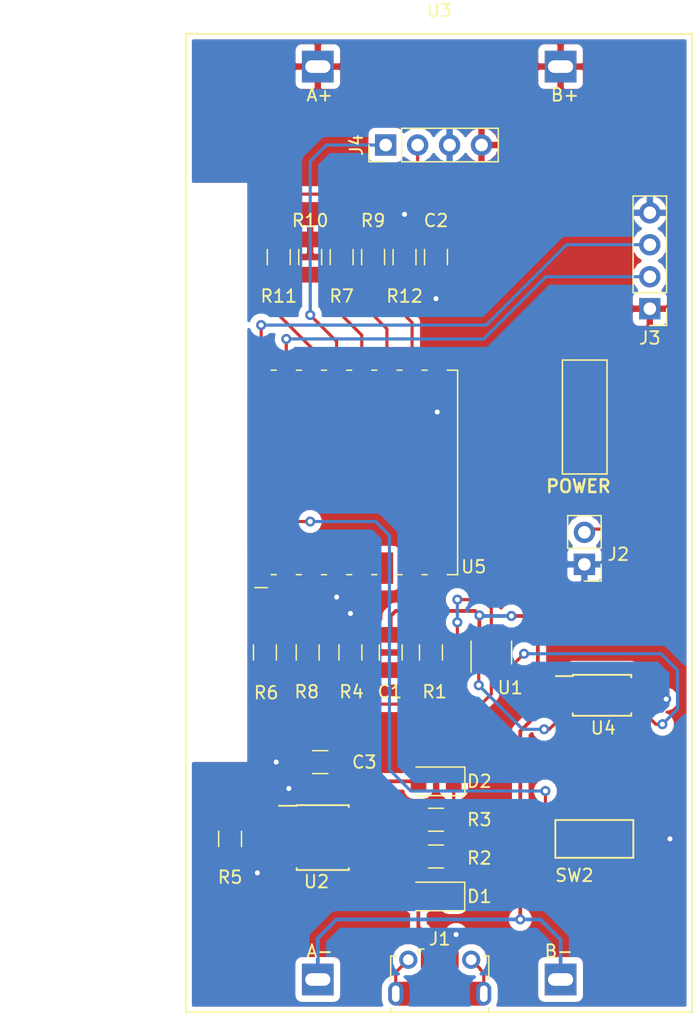
<source format=kicad_pcb>
(kicad_pcb (version 20171130) (host pcbnew 5.0.0-fee4fd1~66~ubuntu16.04.1)

  (general
    (thickness 1.6)
    (drawings 4)
    (tracks 213)
    (zones 0)
    (modules 28)
    (nets 35)
  )

  (page A4)
  (layers
    (0 F.Cu signal)
    (31 B.Cu signal)
    (32 B.Adhes user)
    (33 F.Adhes user)
    (34 B.Paste user)
    (35 F.Paste user)
    (36 B.SilkS user)
    (37 F.SilkS user)
    (38 B.Mask user)
    (39 F.Mask user hide)
    (40 Dwgs.User user)
    (41 Cmts.User user)
    (42 Eco1.User user)
    (43 Eco2.User user)
    (44 Edge.Cuts user)
    (45 Margin user)
    (46 B.CrtYd user)
    (47 F.CrtYd user)
    (48 B.Fab user)
    (49 F.Fab user hide)
  )

  (setup
    (last_trace_width 0.25)
    (trace_clearance 0.2)
    (zone_clearance 0.508)
    (zone_45_only no)
    (trace_min 0.2)
    (segment_width 0.2)
    (edge_width 0.15)
    (via_size 0.8)
    (via_drill 0.4)
    (via_min_size 0.4)
    (via_min_drill 0.3)
    (uvia_size 0.3)
    (uvia_drill 0.1)
    (uvias_allowed no)
    (uvia_min_size 0.2)
    (uvia_min_drill 0.1)
    (pcb_text_width 0.3)
    (pcb_text_size 1.5 1.5)
    (mod_edge_width 0.15)
    (mod_text_size 1 1)
    (mod_text_width 0.15)
    (pad_size 1.524 1.524)
    (pad_drill 0.762)
    (pad_to_mask_clearance 0.2)
    (aux_axis_origin 0 0)
    (visible_elements FFFFFFFF)
    (pcbplotparams
      (layerselection 0x010fc_ffffffff)
      (usegerberextensions false)
      (usegerberattributes false)
      (usegerberadvancedattributes false)
      (creategerberjobfile false)
      (excludeedgelayer true)
      (linewidth 0.100000)
      (plotframeref false)
      (viasonmask false)
      (mode 1)
      (useauxorigin false)
      (hpglpennumber 1)
      (hpglpenspeed 20)
      (hpglpendiameter 15.000000)
      (psnegative false)
      (psa4output false)
      (plotreference true)
      (plotvalue true)
      (plotinvisibletext false)
      (padsonsilk false)
      (subtractmaskfromsilk false)
      (outputformat 4)
      (mirror false)
      (drillshape 0)
      (scaleselection 1)
      (outputdirectory ""))
  )

  (net 0 "")
  (net 1 "Net-(U1-Pad4)")
  (net 2 GND)
  (net 3 +5V)
  (net 4 "Net-(J1-Pad6)")
  (net 5 "Net-(J1-Pad2)")
  (net 6 "Net-(J1-Pad4)")
  (net 7 "Net-(J1-Pad3)")
  (net 8 BAT-)
  (net 9 VCC)
  (net 10 "Net-(R12-Pad1)")
  (net 11 I2C_SCL)
  (net 12 I2C_SDA)
  (net 13 "Net-(R9-Pad2)")
  (net 14 "Net-(R8-Pad1)")
  (net 15 "Net-(J2-Pad2)")
  (net 16 "Net-(C1-Pad1)")
  (net 17 "Net-(D1-Pad1)")
  (net 18 "Net-(R2-Pad1)")
  (net 19 "Net-(R3-Pad1)")
  (net 20 "Net-(D2-Pad1)")
  (net 21 "Net-(R4-Pad2)")
  (net 22 "Net-(R5-Pad1)")
  (net 23 "Net-(R6-Pad2)")
  (net 24 TXD)
  (net 25 RXD)
  (net 26 "Net-(SW1-Pad2)")
  (net 27 "Net-(U5-Pad7)")
  (net 28 "Net-(U5-Pad6)")
  (net 29 "Net-(U5-Pad5)")
  (net 30 "Net-(U5-Pad2)")
  (net 31 "Net-(U1-Pad1)")
  (net 32 "Net-(U1-Pad3)")
  (net 33 "Net-(U4-Pad1)")
  (net 34 "Net-(SW1-Pad3)")

  (net_class Default "This is the default net class."
    (clearance 0.2)
    (trace_width 0.25)
    (via_dia 0.8)
    (via_drill 0.4)
    (uvia_dia 0.3)
    (uvia_drill 0.1)
    (add_net I2C_SCL)
    (add_net I2C_SDA)
    (add_net "Net-(C1-Pad1)")
    (add_net "Net-(D1-Pad1)")
    (add_net "Net-(D2-Pad1)")
    (add_net "Net-(J1-Pad2)")
    (add_net "Net-(J1-Pad3)")
    (add_net "Net-(J1-Pad4)")
    (add_net "Net-(J1-Pad6)")
    (add_net "Net-(J2-Pad2)")
    (add_net "Net-(R12-Pad1)")
    (add_net "Net-(R2-Pad1)")
    (add_net "Net-(R3-Pad1)")
    (add_net "Net-(R4-Pad2)")
    (add_net "Net-(R5-Pad1)")
    (add_net "Net-(R6-Pad2)")
    (add_net "Net-(R8-Pad1)")
    (add_net "Net-(R9-Pad2)")
    (add_net "Net-(SW1-Pad2)")
    (add_net "Net-(SW1-Pad3)")
    (add_net "Net-(U1-Pad1)")
    (add_net "Net-(U1-Pad3)")
    (add_net "Net-(U1-Pad4)")
    (add_net "Net-(U4-Pad1)")
    (add_net "Net-(U5-Pad2)")
    (add_net "Net-(U5-Pad5)")
    (add_net "Net-(U5-Pad6)")
    (add_net "Net-(U5-Pad7)")
    (add_net RXD)
    (add_net TXD)
    (add_net VCC)
  )

  (net_class POWER ""
    (clearance 0.2)
    (trace_width 0.3)
    (via_dia 0.8)
    (via_drill 0.4)
    (uvia_dia 0.3)
    (uvia_drill 0.1)
    (add_net +5V)
    (add_net BAT-)
    (add_net GND)
  )

  (module thingy:2x18650_holder (layer F.Cu) (tedit 5BBE4518) (tstamp 5BBC6048)
    (at 120.256001 108.521001)
    (path /5B93B1E9)
    (fp_text reference U3 (at 0 -40.69) (layer F.SilkS)
      (effects (font (size 1 1) (thickness 0.15)))
    )
    (fp_text value 2x18650_holder (at 0 40.6) (layer F.Fab)
      (effects (font (size 1 1) (thickness 0.15)))
    )
    (fp_line (start -20.105 -38.85) (end 20.105 -38.85) (layer F.SilkS) (width 0.15))
    (fp_line (start -20.105 38.85) (end 20.105 38.85) (layer F.SilkS) (width 0.15))
    (fp_line (start 20.105 -38.85) (end 20.105 38.85) (layer F.SilkS) (width 0.15))
    (fp_line (start -20.105 38.85) (end -20.105 -38.85) (layer F.SilkS) (width 0.15))
    (fp_text user A+ (at -9.5 -34) (layer F.SilkS)
      (effects (font (size 1 1) (thickness 0.15)))
    )
    (fp_text user A- (at -9.5 34) (layer F.SilkS)
      (effects (font (size 1 1) (thickness 0.15)))
    )
    (fp_text user B+ (at 10 -34) (layer F.SilkS)
      (effects (font (size 1 1) (thickness 0.15)))
    )
    (fp_text user B- (at 9.5 34) (layer F.SilkS)
      (effects (font (size 1 1) (thickness 0.15)))
    )
    (pad 1 thru_hole rect (at -9.65 -36.25) (size 2.524 2.524) (drill oval 2 1) (layers *.Cu *.Mask)
      (net 9 VCC))
    (pad 2 thru_hole rect (at -9.65 36.25) (size 2.524 2.524) (drill oval 2 1) (layers *.Cu *.Mask)
      (net 8 BAT-))
    (pad 3 thru_hole rect (at 9.65 -36.25) (size 2.524 2.524) (drill oval 2 1) (layers *.Cu *.Mask)
      (net 9 VCC))
    (pad 4 thru_hole rect (at 9.65 36.25) (size 2.524 2.524) (drill oval 2 1) (layers *.Cu *.Mask)
      (net 8 BAT-))
  )

  (module Connector_PinHeader_2.54mm:PinHeader_1x04_P2.54mm_Vertical (layer F.Cu) (tedit 59FED5CC) (tstamp 5BC6AF22)
    (at 116 78.5 90)
    (descr "Through hole straight pin header, 1x04, 2.54mm pitch, single row")
    (tags "Through hole pin header THT 1x04 2.54mm single row")
    (path /5BB6A3AF)
    (fp_text reference J4 (at 0 -2.33 90) (layer F.SilkS)
      (effects (font (size 1 1) (thickness 0.15)))
    )
    (fp_text value I2C (at 0 9.95 90) (layer F.Fab)
      (effects (font (size 1 1) (thickness 0.15)))
    )
    (fp_line (start -0.635 -1.27) (end 1.27 -1.27) (layer F.Fab) (width 0.1))
    (fp_line (start 1.27 -1.27) (end 1.27 8.89) (layer F.Fab) (width 0.1))
    (fp_line (start 1.27 8.89) (end -1.27 8.89) (layer F.Fab) (width 0.1))
    (fp_line (start -1.27 8.89) (end -1.27 -0.635) (layer F.Fab) (width 0.1))
    (fp_line (start -1.27 -0.635) (end -0.635 -1.27) (layer F.Fab) (width 0.1))
    (fp_line (start -1.33 8.95) (end 1.33 8.95) (layer F.SilkS) (width 0.12))
    (fp_line (start -1.33 1.27) (end -1.33 8.95) (layer F.SilkS) (width 0.12))
    (fp_line (start 1.33 1.27) (end 1.33 8.95) (layer F.SilkS) (width 0.12))
    (fp_line (start -1.33 1.27) (end 1.33 1.27) (layer F.SilkS) (width 0.12))
    (fp_line (start -1.33 0) (end -1.33 -1.33) (layer F.SilkS) (width 0.12))
    (fp_line (start -1.33 -1.33) (end 0 -1.33) (layer F.SilkS) (width 0.12))
    (fp_line (start -1.8 -1.8) (end -1.8 9.4) (layer F.CrtYd) (width 0.05))
    (fp_line (start -1.8 9.4) (end 1.8 9.4) (layer F.CrtYd) (width 0.05))
    (fp_line (start 1.8 9.4) (end 1.8 -1.8) (layer F.CrtYd) (width 0.05))
    (fp_line (start 1.8 -1.8) (end -1.8 -1.8) (layer F.CrtYd) (width 0.05))
    (fp_text user %R (at 0 3.81 -180) (layer F.Fab)
      (effects (font (size 1 1) (thickness 0.15)))
    )
    (pad 1 thru_hole rect (at 0 0 90) (size 1.7 1.7) (drill 1) (layers *.Cu *.Mask)
      (net 12 I2C_SDA))
    (pad 2 thru_hole oval (at 0 2.54 90) (size 1.7 1.7) (drill 1) (layers *.Cu *.Mask)
      (net 11 I2C_SCL))
    (pad 3 thru_hole oval (at 0 5.08 90) (size 1.7 1.7) (drill 1) (layers *.Cu *.Mask)
      (net 2 GND))
    (pad 4 thru_hole oval (at 0 7.62 90) (size 1.7 1.7) (drill 1) (layers *.Cu *.Mask)
      (net 9 VCC))
    (model ${KISYS3DMOD}/Connector_PinHeader_2.54mm.3dshapes/PinHeader_1x04_P2.54mm_Vertical.wrl
      (at (xyz 0 0 0))
      (scale (xyz 1 1 1))
      (rotate (xyz 0 0 0))
    )
  )

  (module Resistor_SMD:R_1206_3216Metric (layer F.Cu) (tedit 5B301BBD) (tstamp 5BBC0AAA)
    (at 119.6 118.8 270)
    (descr "Resistor SMD 1206 (3216 Metric), square (rectangular) end terminal, IPC_7351 nominal, (Body size source: http://www.tortai-tech.com/upload/download/2011102023233369053.pdf), generated with kicad-footprint-generator")
    (tags resistor)
    (path /5BA8E084)
    (attr smd)
    (fp_text reference R1 (at 3.12 -0.288) (layer F.SilkS)
      (effects (font (size 1 1) (thickness 0.15)))
    )
    (fp_text value 100 (at 0 1.82 270) (layer F.Fab)
      (effects (font (size 1 1) (thickness 0.15)))
    )
    (fp_line (start -1.6 0.8) (end -1.6 -0.8) (layer F.Fab) (width 0.1))
    (fp_line (start -1.6 -0.8) (end 1.6 -0.8) (layer F.Fab) (width 0.1))
    (fp_line (start 1.6 -0.8) (end 1.6 0.8) (layer F.Fab) (width 0.1))
    (fp_line (start 1.6 0.8) (end -1.6 0.8) (layer F.Fab) (width 0.1))
    (fp_line (start -0.602064 -0.91) (end 0.602064 -0.91) (layer F.SilkS) (width 0.12))
    (fp_line (start -0.602064 0.91) (end 0.602064 0.91) (layer F.SilkS) (width 0.12))
    (fp_line (start -2.28 1.12) (end -2.28 -1.12) (layer F.CrtYd) (width 0.05))
    (fp_line (start -2.28 -1.12) (end 2.28 -1.12) (layer F.CrtYd) (width 0.05))
    (fp_line (start 2.28 -1.12) (end 2.28 1.12) (layer F.CrtYd) (width 0.05))
    (fp_line (start 2.28 1.12) (end -2.28 1.12) (layer F.CrtYd) (width 0.05))
    (fp_text user %R (at 0 0 270) (layer F.Fab)
      (effects (font (size 0.8 0.8) (thickness 0.12)))
    )
    (pad 1 smd roundrect (at -1.4 0 270) (size 1.25 1.75) (layers F.Cu F.Paste F.Mask) (roundrect_rratio 0.2)
      (net 9 VCC))
    (pad 2 smd roundrect (at 1.4 0 270) (size 1.25 1.75) (layers F.Cu F.Paste F.Mask) (roundrect_rratio 0.2)
      (net 16 "Net-(C1-Pad1)"))
    (model ${KISYS3DMOD}/Resistor_SMD.3dshapes/R_1206_3216Metric.wrl
      (at (xyz 0 0 0))
      (scale (xyz 1 1 1))
      (rotate (xyz 0 0 0))
    )
  )

  (module Resistor_SMD:R_1206_3216Metric (layer F.Cu) (tedit 5B301BBD) (tstamp 5BC6AC8F)
    (at 120 135)
    (descr "Resistor SMD 1206 (3216 Metric), square (rectangular) end terminal, IPC_7351 nominal, (Body size source: http://www.tortai-tech.com/upload/download/2011102023233369053.pdf), generated with kicad-footprint-generator")
    (tags resistor)
    (path /5BA80CFF)
    (attr smd)
    (fp_text reference R2 (at 3.444 0.128) (layer F.SilkS)
      (effects (font (size 1 1) (thickness 0.15)))
    )
    (fp_text value 1k (at 0 1.82) (layer F.Fab)
      (effects (font (size 1 1) (thickness 0.15)))
    )
    (fp_text user %R (at 0 0) (layer F.Fab)
      (effects (font (size 0.8 0.8) (thickness 0.12)))
    )
    (fp_line (start 2.28 1.12) (end -2.28 1.12) (layer F.CrtYd) (width 0.05))
    (fp_line (start 2.28 -1.12) (end 2.28 1.12) (layer F.CrtYd) (width 0.05))
    (fp_line (start -2.28 -1.12) (end 2.28 -1.12) (layer F.CrtYd) (width 0.05))
    (fp_line (start -2.28 1.12) (end -2.28 -1.12) (layer F.CrtYd) (width 0.05))
    (fp_line (start -0.602064 0.91) (end 0.602064 0.91) (layer F.SilkS) (width 0.12))
    (fp_line (start -0.602064 -0.91) (end 0.602064 -0.91) (layer F.SilkS) (width 0.12))
    (fp_line (start 1.6 0.8) (end -1.6 0.8) (layer F.Fab) (width 0.1))
    (fp_line (start 1.6 -0.8) (end 1.6 0.8) (layer F.Fab) (width 0.1))
    (fp_line (start -1.6 -0.8) (end 1.6 -0.8) (layer F.Fab) (width 0.1))
    (fp_line (start -1.6 0.8) (end -1.6 -0.8) (layer F.Fab) (width 0.1))
    (pad 2 smd roundrect (at 1.4 0) (size 1.25 1.75) (layers F.Cu F.Paste F.Mask) (roundrect_rratio 0.2)
      (net 17 "Net-(D1-Pad1)"))
    (pad 1 smd roundrect (at -1.4 0) (size 1.25 1.75) (layers F.Cu F.Paste F.Mask) (roundrect_rratio 0.2)
      (net 18 "Net-(R2-Pad1)"))
    (model ${KISYS3DMOD}/Resistor_SMD.3dshapes/R_1206_3216Metric.wrl
      (at (xyz 0 0 0))
      (scale (xyz 1 1 1))
      (rotate (xyz 0 0 0))
    )
  )

  (module Resistor_SMD:R_1206_3216Metric (layer F.Cu) (tedit 5B301BBD) (tstamp 5BC6ABFE)
    (at 112.5 87.4 270)
    (descr "Resistor SMD 1206 (3216 Metric), square (rectangular) end terminal, IPC_7351 nominal, (Body size source: http://www.tortai-tech.com/upload/download/2011102023233369053.pdf), generated with kicad-footprint-generator")
    (tags resistor)
    (path /5BB4056F)
    (attr smd)
    (fp_text reference R7 (at 3.1 0) (layer F.SilkS)
      (effects (font (size 1 1) (thickness 0.15)))
    )
    (fp_text value 4k7 (at 0 1.82 270) (layer F.Fab)
      (effects (font (size 1 1) (thickness 0.15)))
    )
    (fp_line (start -1.6 0.8) (end -1.6 -0.8) (layer F.Fab) (width 0.1))
    (fp_line (start -1.6 -0.8) (end 1.6 -0.8) (layer F.Fab) (width 0.1))
    (fp_line (start 1.6 -0.8) (end 1.6 0.8) (layer F.Fab) (width 0.1))
    (fp_line (start 1.6 0.8) (end -1.6 0.8) (layer F.Fab) (width 0.1))
    (fp_line (start -0.602064 -0.91) (end 0.602064 -0.91) (layer F.SilkS) (width 0.12))
    (fp_line (start -0.602064 0.91) (end 0.602064 0.91) (layer F.SilkS) (width 0.12))
    (fp_line (start -2.28 1.12) (end -2.28 -1.12) (layer F.CrtYd) (width 0.05))
    (fp_line (start -2.28 -1.12) (end 2.28 -1.12) (layer F.CrtYd) (width 0.05))
    (fp_line (start 2.28 -1.12) (end 2.28 1.12) (layer F.CrtYd) (width 0.05))
    (fp_line (start 2.28 1.12) (end -2.28 1.12) (layer F.CrtYd) (width 0.05))
    (fp_text user %R (at 0 0 270) (layer F.Fab)
      (effects (font (size 0.8 0.8) (thickness 0.12)))
    )
    (pad 1 smd roundrect (at -1.4 0 270) (size 1.25 1.75) (layers F.Cu F.Paste F.Mask) (roundrect_rratio 0.2)
      (net 9 VCC))
    (pad 2 smd roundrect (at 1.4 0 270) (size 1.25 1.75) (layers F.Cu F.Paste F.Mask) (roundrect_rratio 0.2)
      (net 15 "Net-(J2-Pad2)"))
    (model ${KISYS3DMOD}/Resistor_SMD.3dshapes/R_1206_3216Metric.wrl
      (at (xyz 0 0 0))
      (scale (xyz 1 1 1))
      (rotate (xyz 0 0 0))
    )
  )

  (module thingy:MSS22D18 (layer F.Cu) (tedit 5BBA6746) (tstamp 5BC6B0BE)
    (at 131.82448 100.10064 270)
    (path /5BABD89F)
    (attr smd)
    (fp_text reference SW1 (at 0 0) (layer F.Fab)
      (effects (font (size 1 1) (thickness 0.2)))
    )
    (fp_text value POWER (at 5.5 0.5) (layer F.SilkS)
      (effects (font (size 1 1) (thickness 0.2)))
    )
    (fp_line (start -4.52374 -1.77292) (end -4.52374 1.77292) (layer F.SilkS) (width 0.127))
    (fp_line (start -4.52374 1.77292) (end 4.52374 1.77292) (layer F.SilkS) (width 0.127))
    (fp_line (start 4.52374 1.77292) (end 4.52374 -1.77292) (layer F.SilkS) (width 0.127))
    (fp_line (start 4.52374 -1.77292) (end -4.52374 -1.77292) (layer F.SilkS) (width 0.127))
    (pad 5 smd rect (at 0 -2.82448) (size 1.94818 1.09982) (layers F.Cu F.Paste F.Mask))
    (pad 2 smd rect (at 0 2.82448) (size 1.94818 1.09982) (layers F.Cu F.Paste F.Mask)
      (net 26 "Net-(SW1-Pad2)"))
    (pad 6 smd rect (at -2.49936 -2.82448) (size 1.94818 1.09982) (layers F.Cu F.Paste F.Mask))
    (pad 4 smd rect (at 2.49936 -2.82448) (size 1.94818 1.09982) (layers F.Cu F.Paste F.Mask))
    (pad 1 smd rect (at -2.49936 2.82448) (size 1.94818 1.09982) (layers F.Cu F.Paste F.Mask)
      (net 9 VCC))
    (pad 3 smd rect (at 2.49936 2.82448) (size 1.94818 1.09982) (layers F.Cu F.Paste F.Mask)
      (net 34 "Net-(SW1-Pad3)"))
  )

  (module thingy:SUNROM_4388 (layer F.Cu) (tedit 5BBA6670) (tstamp 5BC6ABC1)
    (at 132.588 133.604 180)
    (path /5BAE3BB1)
    (fp_text reference SW2 (at 1.588 -2.896 180) (layer F.SilkS)
      (effects (font (size 1 1) (thickness 0.15)))
    )
    (fp_text value RESET (at 1.5 -2.5 180) (layer F.Fab)
      (effects (font (size 1 1) (thickness 0.15)))
    )
    (fp_line (start 3.1 -1.5) (end 3.1 1.5) (layer F.SilkS) (width 0.15))
    (fp_line (start 3.1 1.5) (end -3.1 1.5) (layer F.SilkS) (width 0.15))
    (fp_line (start -3.1 1.5) (end -3.1 -1.5) (layer F.SilkS) (width 0.15))
    (fp_line (start 3.1 -1.5) (end -3.1 -1.5) (layer F.SilkS) (width 0.15))
    (pad 1 smd rect (at -3.9 0) (size 1.5 1.4) (layers F.Cu F.Paste F.Mask)
      (net 2 GND))
    (pad 2 smd rect (at 3.9 0 180) (size 1.5 1.4) (layers F.Cu F.Paste F.Mask)
      (net 23 "Net-(R6-Pad2)"))
    (pad 3 smd rect (at -1.85 -2.075 180) (size 1 1.15) (layers F.Cu F.Paste F.Mask))
    (pad 4 smd rect (at 1.85 2.075 180) (size 1 1.15) (layers F.Cu F.Paste F.Mask))
  )

  (module Capacitor_SMD:C_1206_3216Metric (layer F.Cu) (tedit 5B301BBE) (tstamp 5BBA4894)
    (at 116.4 118.8 90)
    (descr "Capacitor SMD 1206 (3216 Metric), square (rectangular) end terminal, IPC_7351 nominal, (Body size source: http://www.tortai-tech.com/upload/download/2011102023233369053.pdf), generated with kicad-footprint-generator")
    (tags capacitor)
    (path /5BA97B71)
    (attr smd)
    (fp_text reference C1 (at -3.12 -0.068 180) (layer F.SilkS)
      (effects (font (size 1 1) (thickness 0.15)))
    )
    (fp_text value 0.1u (at 0 1.82 90) (layer F.Fab)
      (effects (font (size 1 1) (thickness 0.15)))
    )
    (fp_line (start -1.6 0.8) (end -1.6 -0.8) (layer F.Fab) (width 0.1))
    (fp_line (start -1.6 -0.8) (end 1.6 -0.8) (layer F.Fab) (width 0.1))
    (fp_line (start 1.6 -0.8) (end 1.6 0.8) (layer F.Fab) (width 0.1))
    (fp_line (start 1.6 0.8) (end -1.6 0.8) (layer F.Fab) (width 0.1))
    (fp_line (start -0.602064 -0.91) (end 0.602064 -0.91) (layer F.SilkS) (width 0.12))
    (fp_line (start -0.602064 0.91) (end 0.602064 0.91) (layer F.SilkS) (width 0.12))
    (fp_line (start -2.28 1.12) (end -2.28 -1.12) (layer F.CrtYd) (width 0.05))
    (fp_line (start -2.28 -1.12) (end 2.28 -1.12) (layer F.CrtYd) (width 0.05))
    (fp_line (start 2.28 -1.12) (end 2.28 1.12) (layer F.CrtYd) (width 0.05))
    (fp_line (start 2.28 1.12) (end -2.28 1.12) (layer F.CrtYd) (width 0.05))
    (fp_text user %R (at 0 0 90) (layer F.Fab)
      (effects (font (size 0.8 0.8) (thickness 0.12)))
    )
    (pad 1 smd roundrect (at -1.4 0 90) (size 1.25 1.75) (layers F.Cu F.Paste F.Mask) (roundrect_rratio 0.2)
      (net 16 "Net-(C1-Pad1)"))
    (pad 2 smd roundrect (at 1.4 0 90) (size 1.25 1.75) (layers F.Cu F.Paste F.Mask) (roundrect_rratio 0.2)
      (net 8 BAT-))
    (model ${KISYS3DMOD}/Capacitor_SMD.3dshapes/C_1206_3216Metric.wrl
      (at (xyz 0 0 0))
      (scale (xyz 1 1 1))
      (rotate (xyz 0 0 0))
    )
  )

  (module Capacitor_SMD:C_1206_3216Metric (layer F.Cu) (tedit 5B301BBE) (tstamp 5BBA4883)
    (at 120 87.4 270)
    (descr "Capacitor SMD 1206 (3216 Metric), square (rectangular) end terminal, IPC_7351 nominal, (Body size source: http://www.tortai-tech.com/upload/download/2011102023233369053.pdf), generated with kicad-footprint-generator")
    (tags capacitor)
    (path /5BAA0ACE)
    (attr smd)
    (fp_text reference C2 (at -2.9 0) (layer F.SilkS)
      (effects (font (size 1 1) (thickness 0.15)))
    )
    (fp_text value 10u (at 0 1.82 270) (layer F.Fab)
      (effects (font (size 1 1) (thickness 0.15)))
    )
    (fp_text user %R (at 0 0 270) (layer F.Fab)
      (effects (font (size 0.8 0.8) (thickness 0.12)))
    )
    (fp_line (start 2.28 1.12) (end -2.28 1.12) (layer F.CrtYd) (width 0.05))
    (fp_line (start 2.28 -1.12) (end 2.28 1.12) (layer F.CrtYd) (width 0.05))
    (fp_line (start -2.28 -1.12) (end 2.28 -1.12) (layer F.CrtYd) (width 0.05))
    (fp_line (start -2.28 1.12) (end -2.28 -1.12) (layer F.CrtYd) (width 0.05))
    (fp_line (start -0.602064 0.91) (end 0.602064 0.91) (layer F.SilkS) (width 0.12))
    (fp_line (start -0.602064 -0.91) (end 0.602064 -0.91) (layer F.SilkS) (width 0.12))
    (fp_line (start 1.6 0.8) (end -1.6 0.8) (layer F.Fab) (width 0.1))
    (fp_line (start 1.6 -0.8) (end 1.6 0.8) (layer F.Fab) (width 0.1))
    (fp_line (start -1.6 -0.8) (end 1.6 -0.8) (layer F.Fab) (width 0.1))
    (fp_line (start -1.6 0.8) (end -1.6 -0.8) (layer F.Fab) (width 0.1))
    (pad 2 smd roundrect (at 1.4 0 270) (size 1.25 1.75) (layers F.Cu F.Paste F.Mask) (roundrect_rratio 0.2)
      (net 2 GND))
    (pad 1 smd roundrect (at -1.4 0 270) (size 1.25 1.75) (layers F.Cu F.Paste F.Mask) (roundrect_rratio 0.2)
      (net 9 VCC))
    (model ${KISYS3DMOD}/Capacitor_SMD.3dshapes/C_1206_3216Metric.wrl
      (at (xyz 0 0 0))
      (scale (xyz 1 1 1))
      (rotate (xyz 0 0 0))
    )
  )

  (module Capacitor_SMD:C_1206_3216Metric (layer F.Cu) (tedit 5B301BBE) (tstamp 5BBC4B7B)
    (at 110.8 127.508 180)
    (descr "Capacitor SMD 1206 (3216 Metric), square (rectangular) end terminal, IPC_7351 nominal, (Body size source: http://www.tortai-tech.com/upload/download/2011102023233369053.pdf), generated with kicad-footprint-generator")
    (tags capacitor)
    (path /5BA82EAC)
    (attr smd)
    (fp_text reference C3 (at -3.5 0 180) (layer F.SilkS)
      (effects (font (size 1 1) (thickness 0.15)))
    )
    (fp_text value 0.1u (at 0 1.82 180) (layer F.Fab)
      (effects (font (size 1 1) (thickness 0.15)))
    )
    (fp_line (start -1.6 0.8) (end -1.6 -0.8) (layer F.Fab) (width 0.1))
    (fp_line (start -1.6 -0.8) (end 1.6 -0.8) (layer F.Fab) (width 0.1))
    (fp_line (start 1.6 -0.8) (end 1.6 0.8) (layer F.Fab) (width 0.1))
    (fp_line (start 1.6 0.8) (end -1.6 0.8) (layer F.Fab) (width 0.1))
    (fp_line (start -0.602064 -0.91) (end 0.602064 -0.91) (layer F.SilkS) (width 0.12))
    (fp_line (start -0.602064 0.91) (end 0.602064 0.91) (layer F.SilkS) (width 0.12))
    (fp_line (start -2.28 1.12) (end -2.28 -1.12) (layer F.CrtYd) (width 0.05))
    (fp_line (start -2.28 -1.12) (end 2.28 -1.12) (layer F.CrtYd) (width 0.05))
    (fp_line (start 2.28 -1.12) (end 2.28 1.12) (layer F.CrtYd) (width 0.05))
    (fp_line (start 2.28 1.12) (end -2.28 1.12) (layer F.CrtYd) (width 0.05))
    (fp_text user %R (at 0 0 180) (layer F.Fab)
      (effects (font (size 0.8 0.8) (thickness 0.12)))
    )
    (pad 1 smd roundrect (at -1.4 0 180) (size 1.25 1.75) (layers F.Cu F.Paste F.Mask) (roundrect_rratio 0.2)
      (net 3 +5V))
    (pad 2 smd roundrect (at 1.4 0 180) (size 1.25 1.75) (layers F.Cu F.Paste F.Mask) (roundrect_rratio 0.2)
      (net 2 GND))
    (model ${KISYS3DMOD}/Capacitor_SMD.3dshapes/C_1206_3216Metric.wrl
      (at (xyz 0 0 0))
      (scale (xyz 1 1 1))
      (rotate (xyz 0 0 0))
    )
  )

  (module Connector_PinHeader_2.54mm:PinHeader_1x02_P2.54mm_Vertical (layer F.Cu) (tedit 59FED5CC) (tstamp 5BBA4861)
    (at 131.8 111.8 180)
    (descr "Through hole straight pin header, 1x02, 2.54mm pitch, single row")
    (tags "Through hole pin header THT 1x02 2.54mm single row")
    (path /5BBCCD59)
    (fp_text reference J2 (at -2.7 0.8 180) (layer F.SilkS)
      (effects (font (size 1 1) (thickness 0.15)))
    )
    (fp_text value FLASH (at 0 4.87 180) (layer F.Fab)
      (effects (font (size 1 1) (thickness 0.15)))
    )
    (fp_line (start -0.635 -1.27) (end 1.27 -1.27) (layer F.Fab) (width 0.1))
    (fp_line (start 1.27 -1.27) (end 1.27 3.81) (layer F.Fab) (width 0.1))
    (fp_line (start 1.27 3.81) (end -1.27 3.81) (layer F.Fab) (width 0.1))
    (fp_line (start -1.27 3.81) (end -1.27 -0.635) (layer F.Fab) (width 0.1))
    (fp_line (start -1.27 -0.635) (end -0.635 -1.27) (layer F.Fab) (width 0.1))
    (fp_line (start -1.33 3.87) (end 1.33 3.87) (layer F.SilkS) (width 0.12))
    (fp_line (start -1.33 1.27) (end -1.33 3.87) (layer F.SilkS) (width 0.12))
    (fp_line (start 1.33 1.27) (end 1.33 3.87) (layer F.SilkS) (width 0.12))
    (fp_line (start -1.33 1.27) (end 1.33 1.27) (layer F.SilkS) (width 0.12))
    (fp_line (start -1.33 0) (end -1.33 -1.33) (layer F.SilkS) (width 0.12))
    (fp_line (start -1.33 -1.33) (end 0 -1.33) (layer F.SilkS) (width 0.12))
    (fp_line (start -1.8 -1.8) (end -1.8 4.35) (layer F.CrtYd) (width 0.05))
    (fp_line (start -1.8 4.35) (end 1.8 4.35) (layer F.CrtYd) (width 0.05))
    (fp_line (start 1.8 4.35) (end 1.8 -1.8) (layer F.CrtYd) (width 0.05))
    (fp_line (start 1.8 -1.8) (end -1.8 -1.8) (layer F.CrtYd) (width 0.05))
    (fp_text user %R (at 0 1.27 270) (layer F.Fab)
      (effects (font (size 1 1) (thickness 0.15)))
    )
    (pad 1 thru_hole rect (at 0 0 180) (size 1.7 1.7) (drill 1) (layers *.Cu *.Mask)
      (net 2 GND))
    (pad 2 thru_hole oval (at 0 2.54 180) (size 1.7 1.7) (drill 1) (layers *.Cu *.Mask)
      (net 15 "Net-(J2-Pad2)"))
    (model ${KISYS3DMOD}/Connector_PinHeader_2.54mm.3dshapes/PinHeader_1x02_P2.54mm_Vertical.wrl
      (at (xyz 0 0 0))
      (scale (xyz 1 1 1))
      (rotate (xyz 0 0 0))
    )
  )

  (module Connector_PinHeader_2.54mm:PinHeader_1x04_P2.54mm_Vertical (layer F.Cu) (tedit 59FED5CC) (tstamp 5BBB9F08)
    (at 137 91.5 180)
    (descr "Through hole straight pin header, 1x04, 2.54mm pitch, single row")
    (tags "Through hole pin header THT 1x04 2.54mm single row")
    (path /5BC056D3)
    (fp_text reference J3 (at 0 -2.33 180) (layer F.SilkS)
      (effects (font (size 1 1) (thickness 0.15)))
    )
    (fp_text value PROG (at 0 9.95 180) (layer F.Fab)
      (effects (font (size 1 1) (thickness 0.15)))
    )
    (fp_line (start -0.635 -1.27) (end 1.27 -1.27) (layer F.Fab) (width 0.1))
    (fp_line (start 1.27 -1.27) (end 1.27 8.89) (layer F.Fab) (width 0.1))
    (fp_line (start 1.27 8.89) (end -1.27 8.89) (layer F.Fab) (width 0.1))
    (fp_line (start -1.27 8.89) (end -1.27 -0.635) (layer F.Fab) (width 0.1))
    (fp_line (start -1.27 -0.635) (end -0.635 -1.27) (layer F.Fab) (width 0.1))
    (fp_line (start -1.33 8.95) (end 1.33 8.95) (layer F.SilkS) (width 0.12))
    (fp_line (start -1.33 1.27) (end -1.33 8.95) (layer F.SilkS) (width 0.12))
    (fp_line (start 1.33 1.27) (end 1.33 8.95) (layer F.SilkS) (width 0.12))
    (fp_line (start -1.33 1.27) (end 1.33 1.27) (layer F.SilkS) (width 0.12))
    (fp_line (start -1.33 0) (end -1.33 -1.33) (layer F.SilkS) (width 0.12))
    (fp_line (start -1.33 -1.33) (end 0 -1.33) (layer F.SilkS) (width 0.12))
    (fp_line (start -1.8 -1.8) (end -1.8 9.4) (layer F.CrtYd) (width 0.05))
    (fp_line (start -1.8 9.4) (end 1.8 9.4) (layer F.CrtYd) (width 0.05))
    (fp_line (start 1.8 9.4) (end 1.8 -1.8) (layer F.CrtYd) (width 0.05))
    (fp_line (start 1.8 -1.8) (end -1.8 -1.8) (layer F.CrtYd) (width 0.05))
    (fp_text user %R (at 0 3.81 270) (layer F.Fab)
      (effects (font (size 1 1) (thickness 0.15)))
    )
    (pad 1 thru_hole rect (at 0 0 180) (size 1.7 1.7) (drill 1) (layers *.Cu *.Mask)
      (net 9 VCC))
    (pad 2 thru_hole oval (at 0 2.54 180) (size 1.7 1.7) (drill 1) (layers *.Cu *.Mask)
      (net 25 RXD))
    (pad 3 thru_hole oval (at 0 5.08 180) (size 1.7 1.7) (drill 1) (layers *.Cu *.Mask)
      (net 24 TXD))
    (pad 4 thru_hole oval (at 0 7.62 180) (size 1.7 1.7) (drill 1) (layers *.Cu *.Mask)
      (net 2 GND))
    (model ${KISYS3DMOD}/Connector_PinHeader_2.54mm.3dshapes/PinHeader_1x04_P2.54mm_Vertical.wrl
      (at (xyz 0 0 0))
      (scale (xyz 1 1 1))
      (rotate (xyz 0 0 0))
    )
  )

  (module LED_SMD:LED_1206_3216Metric (layer F.Cu) (tedit 5B301BBE) (tstamp 5BBA47E3)
    (at 120 138.176 180)
    (descr "LED SMD 1206 (3216 Metric), square (rectangular) end terminal, IPC_7351 nominal, (Body size source: http://www.tortai-tech.com/upload/download/2011102023233369053.pdf), generated with kicad-footprint-generator")
    (tags diode)
    (path /5BA80E41)
    (attr smd)
    (fp_text reference D1 (at -3.444 0 180) (layer F.SilkS)
      (effects (font (size 1 1) (thickness 0.15)))
    )
    (fp_text value G (at 0 1.82 180) (layer F.Fab)
      (effects (font (size 1 1) (thickness 0.15)))
    )
    (fp_text user %R (at 0 0 180) (layer F.Fab)
      (effects (font (size 0.8 0.8) (thickness 0.12)))
    )
    (fp_line (start 2.28 1.12) (end -2.28 1.12) (layer F.CrtYd) (width 0.05))
    (fp_line (start 2.28 -1.12) (end 2.28 1.12) (layer F.CrtYd) (width 0.05))
    (fp_line (start -2.28 -1.12) (end 2.28 -1.12) (layer F.CrtYd) (width 0.05))
    (fp_line (start -2.28 1.12) (end -2.28 -1.12) (layer F.CrtYd) (width 0.05))
    (fp_line (start -2.285 1.135) (end 1.6 1.135) (layer F.SilkS) (width 0.12))
    (fp_line (start -2.285 -1.135) (end -2.285 1.135) (layer F.SilkS) (width 0.12))
    (fp_line (start 1.6 -1.135) (end -2.285 -1.135) (layer F.SilkS) (width 0.12))
    (fp_line (start 1.6 0.8) (end 1.6 -0.8) (layer F.Fab) (width 0.1))
    (fp_line (start -1.6 0.8) (end 1.6 0.8) (layer F.Fab) (width 0.1))
    (fp_line (start -1.6 -0.4) (end -1.6 0.8) (layer F.Fab) (width 0.1))
    (fp_line (start -1.2 -0.8) (end -1.6 -0.4) (layer F.Fab) (width 0.1))
    (fp_line (start 1.6 -0.8) (end -1.2 -0.8) (layer F.Fab) (width 0.1))
    (pad 2 smd roundrect (at 1.4 0 180) (size 1.25 1.75) (layers F.Cu F.Paste F.Mask) (roundrect_rratio 0.2)
      (net 3 +5V))
    (pad 1 smd roundrect (at -1.4 0 180) (size 1.25 1.75) (layers F.Cu F.Paste F.Mask) (roundrect_rratio 0.2)
      (net 17 "Net-(D1-Pad1)"))
    (model ${KISYS3DMOD}/LED_SMD.3dshapes/LED_1206_3216Metric.wrl
      (at (xyz 0 0 0))
      (scale (xyz 1 1 1))
      (rotate (xyz 0 0 0))
    )
  )

  (module LED_SMD:LED_1206_3216Metric (layer F.Cu) (tedit 5B301BBE) (tstamp 5BC6CF41)
    (at 120.012 129.032 180)
    (descr "LED SMD 1206 (3216 Metric), square (rectangular) end terminal, IPC_7351 nominal, (Body size source: http://www.tortai-tech.com/upload/download/2011102023233369053.pdf), generated with kicad-footprint-generator")
    (tags diode)
    (path /5BA80FC1)
    (attr smd)
    (fp_text reference D2 (at -3.432 0 180) (layer F.SilkS)
      (effects (font (size 1 1) (thickness 0.15)))
    )
    (fp_text value R (at 0 1.82 180) (layer F.Fab)
      (effects (font (size 1 1) (thickness 0.15)))
    )
    (fp_line (start 1.6 -0.8) (end -1.2 -0.8) (layer F.Fab) (width 0.1))
    (fp_line (start -1.2 -0.8) (end -1.6 -0.4) (layer F.Fab) (width 0.1))
    (fp_line (start -1.6 -0.4) (end -1.6 0.8) (layer F.Fab) (width 0.1))
    (fp_line (start -1.6 0.8) (end 1.6 0.8) (layer F.Fab) (width 0.1))
    (fp_line (start 1.6 0.8) (end 1.6 -0.8) (layer F.Fab) (width 0.1))
    (fp_line (start 1.6 -1.135) (end -2.285 -1.135) (layer F.SilkS) (width 0.12))
    (fp_line (start -2.285 -1.135) (end -2.285 1.135) (layer F.SilkS) (width 0.12))
    (fp_line (start -2.285 1.135) (end 1.6 1.135) (layer F.SilkS) (width 0.12))
    (fp_line (start -2.28 1.12) (end -2.28 -1.12) (layer F.CrtYd) (width 0.05))
    (fp_line (start -2.28 -1.12) (end 2.28 -1.12) (layer F.CrtYd) (width 0.05))
    (fp_line (start 2.28 -1.12) (end 2.28 1.12) (layer F.CrtYd) (width 0.05))
    (fp_line (start 2.28 1.12) (end -2.28 1.12) (layer F.CrtYd) (width 0.05))
    (fp_text user %R (at 0 0 180) (layer F.Fab)
      (effects (font (size 0.8 0.8) (thickness 0.12)))
    )
    (pad 1 smd roundrect (at -1.4 0 180) (size 1.25 1.75) (layers F.Cu F.Paste F.Mask) (roundrect_rratio 0.2)
      (net 20 "Net-(D2-Pad1)"))
    (pad 2 smd roundrect (at 1.4 0 180) (size 1.25 1.75) (layers F.Cu F.Paste F.Mask) (roundrect_rratio 0.2)
      (net 3 +5V))
    (model ${KISYS3DMOD}/LED_SMD.3dshapes/LED_1206_3216Metric.wrl
      (at (xyz 0 0 0))
      (scale (xyz 1 1 1))
      (rotate (xyz 0 0 0))
    )
  )

  (module Package_SO:SOIC-8_3.9x4.9mm_P1.27mm (layer F.Cu) (tedit 5A02F2D3) (tstamp 5BBA47BD)
    (at 111 133.5)
    (descr "8-Lead Plastic Small Outline (SN) - Narrow, 3.90 mm Body [SOIC] (see Microchip Packaging Specification 00000049BS.pdf)")
    (tags "SOIC 1.27")
    (path /5BA7FA0D)
    (attr smd)
    (fp_text reference U2 (at -0.5 3.5) (layer F.SilkS)
      (effects (font (size 1 1) (thickness 0.15)))
    )
    (fp_text value TP4056-B (at 0 3.5) (layer F.Fab)
      (effects (font (size 1 1) (thickness 0.15)))
    )
    (fp_text user %R (at 0 0) (layer F.Fab)
      (effects (font (size 1 1) (thickness 0.15)))
    )
    (fp_line (start -0.95 -2.45) (end 1.95 -2.45) (layer F.Fab) (width 0.1))
    (fp_line (start 1.95 -2.45) (end 1.95 2.45) (layer F.Fab) (width 0.1))
    (fp_line (start 1.95 2.45) (end -1.95 2.45) (layer F.Fab) (width 0.1))
    (fp_line (start -1.95 2.45) (end -1.95 -1.45) (layer F.Fab) (width 0.1))
    (fp_line (start -1.95 -1.45) (end -0.95 -2.45) (layer F.Fab) (width 0.1))
    (fp_line (start -3.73 -2.7) (end -3.73 2.7) (layer F.CrtYd) (width 0.05))
    (fp_line (start 3.73 -2.7) (end 3.73 2.7) (layer F.CrtYd) (width 0.05))
    (fp_line (start -3.73 -2.7) (end 3.73 -2.7) (layer F.CrtYd) (width 0.05))
    (fp_line (start -3.73 2.7) (end 3.73 2.7) (layer F.CrtYd) (width 0.05))
    (fp_line (start -2.075 -2.575) (end -2.075 -2.525) (layer F.SilkS) (width 0.15))
    (fp_line (start 2.075 -2.575) (end 2.075 -2.43) (layer F.SilkS) (width 0.15))
    (fp_line (start 2.075 2.575) (end 2.075 2.43) (layer F.SilkS) (width 0.15))
    (fp_line (start -2.075 2.575) (end -2.075 2.43) (layer F.SilkS) (width 0.15))
    (fp_line (start -2.075 -2.575) (end 2.075 -2.575) (layer F.SilkS) (width 0.15))
    (fp_line (start -2.075 2.575) (end 2.075 2.575) (layer F.SilkS) (width 0.15))
    (fp_line (start -2.075 -2.525) (end -3.475 -2.525) (layer F.SilkS) (width 0.15))
    (pad 1 smd rect (at -2.7 -1.905) (size 1.55 0.6) (layers F.Cu F.Paste F.Mask)
      (net 2 GND))
    (pad 2 smd rect (at -2.7 -0.635) (size 1.55 0.6) (layers F.Cu F.Paste F.Mask)
      (net 22 "Net-(R5-Pad1)"))
    (pad 3 smd rect (at -2.7 0.635) (size 1.55 0.6) (layers F.Cu F.Paste F.Mask)
      (net 2 GND))
    (pad 4 smd rect (at -2.7 1.905) (size 1.55 0.6) (layers F.Cu F.Paste F.Mask)
      (net 3 +5V))
    (pad 5 smd rect (at 2.7 1.905) (size 1.55 0.6) (layers F.Cu F.Paste F.Mask)
      (net 9 VCC))
    (pad 6 smd rect (at 2.7 0.635) (size 1.55 0.6) (layers F.Cu F.Paste F.Mask)
      (net 18 "Net-(R2-Pad1)"))
    (pad 7 smd rect (at 2.7 -0.635) (size 1.55 0.6) (layers F.Cu F.Paste F.Mask)
      (net 19 "Net-(R3-Pad1)"))
    (pad 8 smd rect (at 2.7 -1.905) (size 1.55 0.6) (layers F.Cu F.Paste F.Mask)
      (net 3 +5V))
    (model ${KISYS3DMOD}/Package_SO.3dshapes/SOIC-8_3.9x4.9mm_P1.27mm.wrl
      (at (xyz 0 0 0))
      (scale (xyz 1 1 1))
      (rotate (xyz 0 0 0))
    )
  )

  (module Package_SO:TSSOP-8_4.4x3mm_P0.65mm (layer F.Cu) (tedit 5BBBA08C) (tstamp 5BBBA634)
    (at 133.2 122.2)
    (descr "8-Lead Plastic Thin Shrink Small Outline (ST)-4.4 mm Body [TSSOP] (see Microchip Packaging Specification 00000049BS.pdf)")
    (tags "SSOP 0.65")
    (path /5BA80A7E)
    (attr smd)
    (fp_text reference U4 (at 0.1 2.6) (layer F.SilkS)
      (effects (font (size 1 1) (thickness 0.15)))
    )
    (fp_text value FS8205A (at 0 2.55) (layer F.Fab)
      (effects (font (size 1 1) (thickness 0.15)))
    )
    (fp_line (start -1.2 -1.5) (end 2.2 -1.5) (layer F.Fab) (width 0.15))
    (fp_line (start 2.2 -1.5) (end 2.2 1.5) (layer F.Fab) (width 0.15))
    (fp_line (start 2.2 1.5) (end -2.2 1.5) (layer F.Fab) (width 0.15))
    (fp_line (start -2.2 1.5) (end -2.2 -0.5) (layer F.Fab) (width 0.15))
    (fp_line (start -2.2 -0.5) (end -1.2 -1.5) (layer F.Fab) (width 0.15))
    (fp_line (start -3.95 -1.8) (end -3.95 1.8) (layer F.CrtYd) (width 0.05))
    (fp_line (start 3.95 -1.8) (end 3.95 1.8) (layer F.CrtYd) (width 0.05))
    (fp_line (start -3.95 -1.8) (end 3.95 -1.8) (layer F.CrtYd) (width 0.05))
    (fp_line (start -3.95 1.8) (end 3.95 1.8) (layer F.CrtYd) (width 0.05))
    (fp_line (start -2.325 -1.625) (end -2.325 -1.525) (layer F.SilkS) (width 0.15))
    (fp_line (start 2.325 -1.625) (end 2.325 -1.425) (layer F.SilkS) (width 0.15))
    (fp_line (start 2.325 1.625) (end 2.325 1.425) (layer F.SilkS) (width 0.15))
    (fp_line (start -2.325 1.625) (end -2.325 1.425) (layer F.SilkS) (width 0.15))
    (fp_line (start -2.325 -1.625) (end 2.325 -1.625) (layer F.SilkS) (width 0.15))
    (fp_line (start -2.325 1.625) (end 2.325 1.625) (layer F.SilkS) (width 0.15))
    (fp_line (start -2.325 -1.525) (end -3.675 -1.525) (layer F.SilkS) (width 0.15))
    (fp_text user %R (at 0 0) (layer F.Fab)
      (effects (font (size 0.7 0.7) (thickness 0.15)))
    )
    (pad 1 smd rect (at -2.95 -0.975) (size 1.45 0.45) (layers F.Cu F.Paste F.Mask)
      (net 33 "Net-(U4-Pad1)"))
    (pad 2 smd rect (at -2.95 -0.325) (size 1.45 0.45) (layers F.Cu F.Paste F.Mask)
      (net 8 BAT-))
    (pad 3 smd rect (at -2.95 0.325) (size 1.45 0.45) (layers F.Cu F.Paste F.Mask)
      (net 8 BAT-))
    (pad 4 smd rect (at -2.95 0.975) (size 1.45 0.45) (layers F.Cu F.Paste F.Mask)
      (net 31 "Net-(U1-Pad1)"))
    (pad 5 smd rect (at 2.95 0.975) (size 1.45 0.45) (layers F.Cu F.Paste F.Mask)
      (net 32 "Net-(U1-Pad3)"))
    (pad 6 smd rect (at 2.95 0.325) (size 1.45 0.45) (layers F.Cu F.Paste F.Mask)
      (net 2 GND))
    (pad 7 smd rect (at 2.95 -0.325) (size 1.45 0.45) (layers F.Cu F.Paste F.Mask)
      (net 2 GND))
    (pad 8 smd rect (at 2.95 -0.975) (size 1.45 0.45) (layers F.Cu F.Paste F.Mask)
      (net 33 "Net-(U4-Pad1)"))
    (model ${KISYS3DMOD}/Package_SO.3dshapes/TSSOP-8_4.4x3mm_P0.65mm.wrl
      (at (xyz 0 0 0))
      (scale (xyz 1 1 1))
      (rotate (xyz 0 0 0))
    )
  )

  (module Package_TO_SOT_SMD:SOT-23-6 (layer F.Cu) (tedit 5A02FF57) (tstamp 5BBA476F)
    (at 124.4 118.8 90)
    (descr "6-pin SOT-23 package")
    (tags SOT-23-6)
    (path /5BA7FBED)
    (attr smd)
    (fp_text reference U1 (at -2.8 1.5 180) (layer F.SilkS)
      (effects (font (size 1 1) (thickness 0.15)))
    )
    (fp_text value DW01A (at 0 2.9 90) (layer F.Fab)
      (effects (font (size 1 1) (thickness 0.15)))
    )
    (fp_text user %R (at 0 0 180) (layer F.Fab)
      (effects (font (size 0.5 0.5) (thickness 0.075)))
    )
    (fp_line (start -0.9 1.61) (end 0.9 1.61) (layer F.SilkS) (width 0.12))
    (fp_line (start 0.9 -1.61) (end -1.55 -1.61) (layer F.SilkS) (width 0.12))
    (fp_line (start 1.9 -1.8) (end -1.9 -1.8) (layer F.CrtYd) (width 0.05))
    (fp_line (start 1.9 1.8) (end 1.9 -1.8) (layer F.CrtYd) (width 0.05))
    (fp_line (start -1.9 1.8) (end 1.9 1.8) (layer F.CrtYd) (width 0.05))
    (fp_line (start -1.9 -1.8) (end -1.9 1.8) (layer F.CrtYd) (width 0.05))
    (fp_line (start -0.9 -0.9) (end -0.25 -1.55) (layer F.Fab) (width 0.1))
    (fp_line (start 0.9 -1.55) (end -0.25 -1.55) (layer F.Fab) (width 0.1))
    (fp_line (start -0.9 -0.9) (end -0.9 1.55) (layer F.Fab) (width 0.1))
    (fp_line (start 0.9 1.55) (end -0.9 1.55) (layer F.Fab) (width 0.1))
    (fp_line (start 0.9 -1.55) (end 0.9 1.55) (layer F.Fab) (width 0.1))
    (pad 1 smd rect (at -1.1 -0.95 90) (size 1.06 0.65) (layers F.Cu F.Paste F.Mask)
      (net 31 "Net-(U1-Pad1)"))
    (pad 2 smd rect (at -1.1 0 90) (size 1.06 0.65) (layers F.Cu F.Paste F.Mask)
      (net 21 "Net-(R4-Pad2)"))
    (pad 3 smd rect (at -1.1 0.95 90) (size 1.06 0.65) (layers F.Cu F.Paste F.Mask)
      (net 32 "Net-(U1-Pad3)"))
    (pad 4 smd rect (at 1.1 0.95 90) (size 1.06 0.65) (layers F.Cu F.Paste F.Mask)
      (net 1 "Net-(U1-Pad4)"))
    (pad 6 smd rect (at 1.1 -0.95 90) (size 1.06 0.65) (layers F.Cu F.Paste F.Mask)
      (net 8 BAT-))
    (pad 5 smd rect (at 1.1 0 90) (size 1.06 0.65) (layers F.Cu F.Paste F.Mask)
      (net 16 "Net-(C1-Pad1)"))
    (model ${KISYS3DMOD}/Package_TO_SOT_SMD.3dshapes/SOT-23-6.wrl
      (at (xyz 0 0 0))
      (scale (xyz 1 1 1))
      (rotate (xyz 0 0 0))
    )
  )

  (module RF_Module:ESP-07 (layer F.Cu) (tedit 5B1D6972) (tstamp 5BBA4B4D)
    (at 111 104.5 90)
    (descr "Wi-Fi Module, http://wiki.ai-thinker.com/_media/esp8266/docs/a007ps01a2_esp-07_product_specification_v1.2.pdf")
    (tags "Wi-Fi Module")
    (path /5BAD4E4E)
    (attr smd)
    (fp_text reference U5 (at -7.5 12 180) (layer F.SilkS)
      (effects (font (size 1 1) (thickness 0.15)))
    )
    (fp_text value ESP-07 (at 0 9.6 90) (layer F.Fab)
      (effects (font (size 1 1) (thickness 0.15)))
    )
    (fp_line (start 8.12 -3.7) (end 8.12 -4.1) (layer F.SilkS) (width 0.12))
    (fp_line (start -8.12 -3.7) (end -8.12 -4.1) (layer F.SilkS) (width 0.12))
    (fp_line (start 8.12 -1.7) (end 8.12 -2.1) (layer F.SilkS) (width 0.12))
    (fp_line (start -8.12 -1.7) (end -8.12 -2.1) (layer F.SilkS) (width 0.12))
    (fp_line (start 8.12 0.3) (end 8.12 -0.1) (layer F.SilkS) (width 0.12))
    (fp_line (start -8.12 0.3) (end -8.12 -0.1) (layer F.SilkS) (width 0.12))
    (fp_line (start 8.12 2.3) (end 8.12 1.9) (layer F.SilkS) (width 0.12))
    (fp_line (start -8.12 2.3) (end -8.12 1.9) (layer F.SilkS) (width 0.12))
    (fp_line (start 8.12 4.3) (end 8.12 3.9) (layer F.SilkS) (width 0.12))
    (fp_line (start -8.12 4.3) (end -8.12 3.9) (layer F.SilkS) (width 0.12))
    (fp_line (start 8.12 6.3) (end 8.12 5.9) (layer F.SilkS) (width 0.12))
    (fp_line (start -8.12 6.3) (end -8.12 5.9) (layer F.SilkS) (width 0.12))
    (fp_line (start 8.12 8.3) (end 8.12 7.9) (layer F.SilkS) (width 0.12))
    (fp_line (start -8.12 8.3) (end -8.12 7.9) (layer F.SilkS) (width 0.12))
    (fp_line (start 23 -8.6) (end 20.4 -6) (layer Dwgs.User) (width 0.12))
    (fp_line (start 23 -11.6) (end 17.4 -6) (layer Dwgs.User) (width 0.12))
    (fp_line (start 23 -14.6) (end 14.4 -6) (layer Dwgs.User) (width 0.12))
    (fp_line (start 23 -17.6) (end 11.4 -6) (layer Dwgs.User) (width 0.12))
    (fp_line (start 23 -20.6) (end 8.4 -6) (layer Dwgs.User) (width 0.12))
    (fp_line (start 5.4 -6) (end 23 -23.6) (layer Dwgs.User) (width 0.12))
    (fp_line (start 19 -25.6) (end -0.6 -6) (layer Dwgs.User) (width 0.12))
    (fp_line (start 16 -25.6) (end -3.6 -6) (layer Dwgs.User) (width 0.12))
    (fp_line (start 2.4 -6) (end 22 -25.6) (layer Dwgs.User) (width 0.12))
    (fp_line (start 7 -25.6) (end -12.6 -6) (layer Dwgs.User) (width 0.12))
    (fp_line (start 10 -25.6) (end -9.6 -6) (layer Dwgs.User) (width 0.12))
    (fp_line (start -6.6 -6) (end 13 -25.6) (layer Dwgs.User) (width 0.12))
    (fp_line (start -15.6 -6) (end 4 -25.6) (layer Dwgs.User) (width 0.12))
    (fp_line (start 1 -25.6) (end -18.6 -6) (layer Dwgs.User) (width 0.12))
    (fp_line (start -2 -25.6) (end -21.6 -6) (layer Dwgs.User) (width 0.12))
    (fp_line (start -5 -25.6) (end -23 -7.6) (layer Dwgs.User) (width 0.12))
    (fp_line (start -8 -25.6) (end -23 -10.6) (layer Dwgs.User) (width 0.12))
    (fp_line (start -11 -25.6) (end -23 -13.6) (layer Dwgs.User) (width 0.12))
    (fp_line (start -14 -25.6) (end -23 -16.6) (layer Dwgs.User) (width 0.12))
    (fp_line (start -17 -25.6) (end -23 -19.6) (layer Dwgs.User) (width 0.12))
    (fp_line (start -20 -25.6) (end -23 -22.6) (layer Dwgs.User) (width 0.12))
    (fp_line (start 23 -6) (end 23 -25.6) (layer Dwgs.User) (width 0.12))
    (fp_line (start 23 -6) (end -23 -6) (layer Dwgs.User) (width 0.12))
    (fp_line (start -23 -25.6) (end -23 -6) (layer Dwgs.User) (width 0.12))
    (fp_line (start -23 -25.6) (end 23 -25.6) (layer Dwgs.User) (width 0.12))
    (fp_line (start -9.15 -5.4) (end -9.15 -4.4) (layer F.SilkS) (width 0.12))
    (fp_line (start -8.12 10.72) (end -8.12 9.9) (layer F.SilkS) (width 0.12))
    (fp_line (start 8.12 10.72) (end -8.12 10.72) (layer F.SilkS) (width 0.12))
    (fp_line (start 8.12 9.9) (end 8.12 10.72) (layer F.SilkS) (width 0.12))
    (fp_line (start -9.1 10.85) (end -9.1 -10.85) (layer F.CrtYd) (width 0.05))
    (fp_line (start 9.1 10.85) (end -9.1 10.85) (layer F.CrtYd) (width 0.05))
    (fp_line (start 9.1 -10.85) (end 9.1 10.85) (layer F.CrtYd) (width 0.05))
    (fp_line (start -9.1 -10.85) (end 9.1 -10.85) (layer F.CrtYd) (width 0.05))
    (fp_line (start -8 -5.4) (end -8 -10.6) (layer F.Fab) (width 0.1))
    (fp_line (start -7.5 -4.9) (end -8 -5.4) (layer F.Fab) (width 0.1))
    (fp_line (start -8 -4.4) (end -7.5 -4.9) (layer F.Fab) (width 0.1))
    (fp_line (start -8 10.6) (end -8 -4.4) (layer F.Fab) (width 0.1))
    (fp_line (start 8 10.6) (end -8 10.6) (layer F.Fab) (width 0.1))
    (fp_line (start 8 -10.6) (end 8 10.6) (layer F.Fab) (width 0.1))
    (fp_line (start -8 -10.6) (end 8 -10.6) (layer F.Fab) (width 0.1))
    (fp_text user %R (at 0 0 90) (layer F.Fab)
      (effects (font (size 1 1) (thickness 0.15)))
    )
    (fp_text user "KEEP-OUT ZONE" (at 0 -17.3 270) (layer Cmts.User)
      (effects (font (size 1 1) (thickness 0.15)))
    )
    (fp_text user "No metal, traces, or components\non any PCB layer if using on-board antenna" (at 0 -14.3 270) (layer Cmts.User)
      (effects (font (size 0.8 0.8) (thickness 0.12)))
    )
    (pad 16 smd rect (at 7.6 -4.9 90) (size 2.5 1) (layers F.Cu F.Paste F.Mask)
      (net 24 TXD))
    (pad 15 smd rect (at 7.6 -2.9 90) (size 2.5 1) (layers F.Cu F.Paste F.Mask)
      (net 25 RXD))
    (pad 14 smd rect (at 7.6 -0.9 90) (size 2.5 1) (layers F.Cu F.Paste F.Mask)
      (net 11 I2C_SCL))
    (pad 13 smd rect (at 7.6 1.1 90) (size 2.5 1) (layers F.Cu F.Paste F.Mask)
      (net 12 I2C_SDA))
    (pad 12 smd rect (at 7.6 3.1 90) (size 2.5 1) (layers F.Cu F.Paste F.Mask)
      (net 15 "Net-(J2-Pad2)"))
    (pad 11 smd rect (at 7.6 5.1 90) (size 2.5 1) (layers F.Cu F.Paste F.Mask)
      (net 13 "Net-(R9-Pad2)"))
    (pad 10 smd rect (at 7.6 7.1 90) (size 2.5 1) (layers F.Cu F.Paste F.Mask)
      (net 10 "Net-(R12-Pad1)"))
    (pad 9 smd rect (at 7.6 9.1 90) (size 2.5 1) (layers F.Cu F.Paste F.Mask)
      (net 2 GND))
    (pad 8 smd rect (at -7.6 9.1 90) (size 2.5 1) (layers F.Cu F.Paste F.Mask)
      (net 26 "Net-(SW1-Pad2)"))
    (pad 7 smd rect (at -7.6 7.1 90) (size 2.5 1) (layers F.Cu F.Paste F.Mask)
      (net 27 "Net-(U5-Pad7)"))
    (pad 6 smd rect (at -7.6 5.1 90) (size 2.5 1) (layers F.Cu F.Paste F.Mask)
      (net 28 "Net-(U5-Pad6)"))
    (pad 5 smd rect (at -7.6 3.1 90) (size 2.5 1) (layers F.Cu F.Paste F.Mask)
      (net 29 "Net-(U5-Pad5)"))
    (pad 4 smd rect (at -7.6 1.1 90) (size 2.5 1) (layers F.Cu F.Paste F.Mask)
      (net 2 GND))
    (pad 3 smd rect (at -7.6 -0.9 90) (size 2.5 1) (layers F.Cu F.Paste F.Mask)
      (net 14 "Net-(R8-Pad1)"))
    (pad 2 smd rect (at -7.6 -2.9 90) (size 2.5 1) (layers F.Cu F.Paste F.Mask)
      (net 30 "Net-(U5-Pad2)"))
    (pad 1 smd rect (at -7.6 -4.9 90) (size 2.5 1) (layers F.Cu F.Paste F.Mask)
      (net 23 "Net-(R6-Pad2)"))
    (model ${KISYS3DMOD}/RF_Module.3dshapes/ESP-07.wrl
      (at (xyz 0 0 0))
      (scale (xyz 1 1 1))
      (rotate (xyz 0 0 0))
    )
  )

  (module Resistor_SMD:R_1206_3216Metric (layer F.Cu) (tedit 5B301BBD) (tstamp 5BBA50AE)
    (at 106.4 118.8 90)
    (descr "Resistor SMD 1206 (3216 Metric), square (rectangular) end terminal, IPC_7351 nominal, (Body size source: http://www.tortai-tech.com/upload/download/2011102023233369053.pdf), generated with kicad-footprint-generator")
    (tags resistor)
    (path /5BAE53C9)
    (attr smd)
    (fp_text reference R6 (at -3.2 0.1 180) (layer F.SilkS)
      (effects (font (size 1 1) (thickness 0.15)))
    )
    (fp_text value R (at 0 1.82 90) (layer F.Fab)
      (effects (font (size 1 1) (thickness 0.15)))
    )
    (fp_text user %R (at 0 0 90) (layer F.Fab)
      (effects (font (size 0.8 0.8) (thickness 0.12)))
    )
    (fp_line (start 2.28 1.12) (end -2.28 1.12) (layer F.CrtYd) (width 0.05))
    (fp_line (start 2.28 -1.12) (end 2.28 1.12) (layer F.CrtYd) (width 0.05))
    (fp_line (start -2.28 -1.12) (end 2.28 -1.12) (layer F.CrtYd) (width 0.05))
    (fp_line (start -2.28 1.12) (end -2.28 -1.12) (layer F.CrtYd) (width 0.05))
    (fp_line (start -0.602064 0.91) (end 0.602064 0.91) (layer F.SilkS) (width 0.12))
    (fp_line (start -0.602064 -0.91) (end 0.602064 -0.91) (layer F.SilkS) (width 0.12))
    (fp_line (start 1.6 0.8) (end -1.6 0.8) (layer F.Fab) (width 0.1))
    (fp_line (start 1.6 -0.8) (end 1.6 0.8) (layer F.Fab) (width 0.1))
    (fp_line (start -1.6 -0.8) (end 1.6 -0.8) (layer F.Fab) (width 0.1))
    (fp_line (start -1.6 0.8) (end -1.6 -0.8) (layer F.Fab) (width 0.1))
    (pad 2 smd roundrect (at 1.4 0 90) (size 1.25 1.75) (layers F.Cu F.Paste F.Mask) (roundrect_rratio 0.2)
      (net 23 "Net-(R6-Pad2)"))
    (pad 1 smd roundrect (at -1.4 0 90) (size 1.25 1.75) (layers F.Cu F.Paste F.Mask) (roundrect_rratio 0.2)
      (net 9 VCC))
    (model ${KISYS3DMOD}/Resistor_SMD.3dshapes/R_1206_3216Metric.wrl
      (at (xyz 0 0 0))
      (scale (xyz 1 1 1))
      (rotate (xyz 0 0 0))
    )
  )

  (module Resistor_SMD:R_1206_3216Metric (layer F.Cu) (tedit 5B301BBD) (tstamp 5BBA4710)
    (at 103.632 133.604 270)
    (descr "Resistor SMD 1206 (3216 Metric), square (rectangular) end terminal, IPC_7351 nominal, (Body size source: http://www.tortai-tech.com/upload/download/2011102023233369053.pdf), generated with kicad-footprint-generator")
    (tags resistor)
    (path /5BA83CF8)
    (attr smd)
    (fp_text reference R5 (at 3.048 0) (layer F.SilkS)
      (effects (font (size 1 1) (thickness 0.15)))
    )
    (fp_text value 1k2 (at 0 1.82 270) (layer F.Fab)
      (effects (font (size 1 1) (thickness 0.15)))
    )
    (fp_line (start -1.6 0.8) (end -1.6 -0.8) (layer F.Fab) (width 0.1))
    (fp_line (start -1.6 -0.8) (end 1.6 -0.8) (layer F.Fab) (width 0.1))
    (fp_line (start 1.6 -0.8) (end 1.6 0.8) (layer F.Fab) (width 0.1))
    (fp_line (start 1.6 0.8) (end -1.6 0.8) (layer F.Fab) (width 0.1))
    (fp_line (start -0.602064 -0.91) (end 0.602064 -0.91) (layer F.SilkS) (width 0.12))
    (fp_line (start -0.602064 0.91) (end 0.602064 0.91) (layer F.SilkS) (width 0.12))
    (fp_line (start -2.28 1.12) (end -2.28 -1.12) (layer F.CrtYd) (width 0.05))
    (fp_line (start -2.28 -1.12) (end 2.28 -1.12) (layer F.CrtYd) (width 0.05))
    (fp_line (start 2.28 -1.12) (end 2.28 1.12) (layer F.CrtYd) (width 0.05))
    (fp_line (start 2.28 1.12) (end -2.28 1.12) (layer F.CrtYd) (width 0.05))
    (fp_text user %R (at 0 0 270) (layer F.Fab)
      (effects (font (size 0.8 0.8) (thickness 0.12)))
    )
    (pad 1 smd roundrect (at -1.4 0 270) (size 1.25 1.75) (layers F.Cu F.Paste F.Mask) (roundrect_rratio 0.2)
      (net 22 "Net-(R5-Pad1)"))
    (pad 2 smd roundrect (at 1.4 0 270) (size 1.25 1.75) (layers F.Cu F.Paste F.Mask) (roundrect_rratio 0.2)
      (net 2 GND))
    (model ${KISYS3DMOD}/Resistor_SMD.3dshapes/R_1206_3216Metric.wrl
      (at (xyz 0 0 0))
      (scale (xyz 1 1 1))
      (rotate (xyz 0 0 0))
    )
  )

  (module Resistor_SMD:R_1206_3216Metric (layer F.Cu) (tedit 5B301BBD) (tstamp 5BBA46FF)
    (at 113.2 118.8 270)
    (descr "Resistor SMD 1206 (3216 Metric), square (rectangular) end terminal, IPC_7351 nominal, (Body size source: http://www.tortai-tech.com/upload/download/2011102023233369053.pdf), generated with kicad-footprint-generator")
    (tags resistor)
    (path /5BAA3AF3)
    (attr smd)
    (fp_text reference R4 (at 3.12 -0.084) (layer F.SilkS)
      (effects (font (size 1 1) (thickness 0.15)))
    )
    (fp_text value 1k (at 0 1.82 270) (layer F.Fab)
      (effects (font (size 1 1) (thickness 0.15)))
    )
    (fp_text user %R (at 0 0 270) (layer F.Fab)
      (effects (font (size 0.8 0.8) (thickness 0.12)))
    )
    (fp_line (start 2.28 1.12) (end -2.28 1.12) (layer F.CrtYd) (width 0.05))
    (fp_line (start 2.28 -1.12) (end 2.28 1.12) (layer F.CrtYd) (width 0.05))
    (fp_line (start -2.28 -1.12) (end 2.28 -1.12) (layer F.CrtYd) (width 0.05))
    (fp_line (start -2.28 1.12) (end -2.28 -1.12) (layer F.CrtYd) (width 0.05))
    (fp_line (start -0.602064 0.91) (end 0.602064 0.91) (layer F.SilkS) (width 0.12))
    (fp_line (start -0.602064 -0.91) (end 0.602064 -0.91) (layer F.SilkS) (width 0.12))
    (fp_line (start 1.6 0.8) (end -1.6 0.8) (layer F.Fab) (width 0.1))
    (fp_line (start 1.6 -0.8) (end 1.6 0.8) (layer F.Fab) (width 0.1))
    (fp_line (start -1.6 -0.8) (end 1.6 -0.8) (layer F.Fab) (width 0.1))
    (fp_line (start -1.6 0.8) (end -1.6 -0.8) (layer F.Fab) (width 0.1))
    (pad 2 smd roundrect (at 1.4 0 270) (size 1.25 1.75) (layers F.Cu F.Paste F.Mask) (roundrect_rratio 0.2)
      (net 21 "Net-(R4-Pad2)"))
    (pad 1 smd roundrect (at -1.4 0 270) (size 1.25 1.75) (layers F.Cu F.Paste F.Mask) (roundrect_rratio 0.2)
      (net 2 GND))
    (model ${KISYS3DMOD}/Resistor_SMD.3dshapes/R_1206_3216Metric.wrl
      (at (xyz 0 0 0))
      (scale (xyz 1 1 1))
      (rotate (xyz 0 0 0))
    )
  )

  (module Resistor_SMD:R_1206_3216Metric (layer F.Cu) (tedit 5B301BBD) (tstamp 5BBA46EE)
    (at 120 132.08)
    (descr "Resistor SMD 1206 (3216 Metric), square (rectangular) end terminal, IPC_7351 nominal, (Body size source: http://www.tortai-tech.com/upload/download/2011102023233369053.pdf), generated with kicad-footprint-generator")
    (tags resistor)
    (path /5BA80D6D)
    (attr smd)
    (fp_text reference R3 (at 3.444 0) (layer F.SilkS)
      (effects (font (size 1 1) (thickness 0.15)))
    )
    (fp_text value 1k (at 0 1.82) (layer F.Fab)
      (effects (font (size 1 1) (thickness 0.15)))
    )
    (fp_line (start -1.6 0.8) (end -1.6 -0.8) (layer F.Fab) (width 0.1))
    (fp_line (start -1.6 -0.8) (end 1.6 -0.8) (layer F.Fab) (width 0.1))
    (fp_line (start 1.6 -0.8) (end 1.6 0.8) (layer F.Fab) (width 0.1))
    (fp_line (start 1.6 0.8) (end -1.6 0.8) (layer F.Fab) (width 0.1))
    (fp_line (start -0.602064 -0.91) (end 0.602064 -0.91) (layer F.SilkS) (width 0.12))
    (fp_line (start -0.602064 0.91) (end 0.602064 0.91) (layer F.SilkS) (width 0.12))
    (fp_line (start -2.28 1.12) (end -2.28 -1.12) (layer F.CrtYd) (width 0.05))
    (fp_line (start -2.28 -1.12) (end 2.28 -1.12) (layer F.CrtYd) (width 0.05))
    (fp_line (start 2.28 -1.12) (end 2.28 1.12) (layer F.CrtYd) (width 0.05))
    (fp_line (start 2.28 1.12) (end -2.28 1.12) (layer F.CrtYd) (width 0.05))
    (fp_text user %R (at 0 0) (layer F.Fab)
      (effects (font (size 0.8 0.8) (thickness 0.12)))
    )
    (pad 1 smd roundrect (at -1.4 0) (size 1.25 1.75) (layers F.Cu F.Paste F.Mask) (roundrect_rratio 0.2)
      (net 19 "Net-(R3-Pad1)"))
    (pad 2 smd roundrect (at 1.4 0) (size 1.25 1.75) (layers F.Cu F.Paste F.Mask) (roundrect_rratio 0.2)
      (net 20 "Net-(D2-Pad1)"))
    (model ${KISYS3DMOD}/Resistor_SMD.3dshapes/R_1206_3216Metric.wrl
      (at (xyz 0 0 0))
      (scale (xyz 1 1 1))
      (rotate (xyz 0 0 0))
    )
  )

  (module Resistor_SMD:R_1206_3216Metric (layer F.Cu) (tedit 5B301BBD) (tstamp 5BBA46AA)
    (at 109.8 118.8 270)
    (descr "Resistor SMD 1206 (3216 Metric), square (rectangular) end terminal, IPC_7351 nominal, (Body size source: http://www.tortai-tech.com/upload/download/2011102023233369053.pdf), generated with kicad-footprint-generator")
    (tags resistor)
    (path /5BB091DD)
    (attr smd)
    (fp_text reference R8 (at 3.12 0.072) (layer F.SilkS)
      (effects (font (size 1 1) (thickness 0.15)))
    )
    (fp_text value 1k (at 0 1.82 270) (layer F.Fab)
      (effects (font (size 1 1) (thickness 0.15)))
    )
    (fp_line (start -1.6 0.8) (end -1.6 -0.8) (layer F.Fab) (width 0.1))
    (fp_line (start -1.6 -0.8) (end 1.6 -0.8) (layer F.Fab) (width 0.1))
    (fp_line (start 1.6 -0.8) (end 1.6 0.8) (layer F.Fab) (width 0.1))
    (fp_line (start 1.6 0.8) (end -1.6 0.8) (layer F.Fab) (width 0.1))
    (fp_line (start -0.602064 -0.91) (end 0.602064 -0.91) (layer F.SilkS) (width 0.12))
    (fp_line (start -0.602064 0.91) (end 0.602064 0.91) (layer F.SilkS) (width 0.12))
    (fp_line (start -2.28 1.12) (end -2.28 -1.12) (layer F.CrtYd) (width 0.05))
    (fp_line (start -2.28 -1.12) (end 2.28 -1.12) (layer F.CrtYd) (width 0.05))
    (fp_line (start 2.28 -1.12) (end 2.28 1.12) (layer F.CrtYd) (width 0.05))
    (fp_line (start 2.28 1.12) (end -2.28 1.12) (layer F.CrtYd) (width 0.05))
    (fp_text user %R (at 0 0 270) (layer F.Fab)
      (effects (font (size 0.8 0.8) (thickness 0.12)))
    )
    (pad 1 smd roundrect (at -1.4 0 270) (size 1.25 1.75) (layers F.Cu F.Paste F.Mask) (roundrect_rratio 0.2)
      (net 14 "Net-(R8-Pad1)"))
    (pad 2 smd roundrect (at 1.4 0 270) (size 1.25 1.75) (layers F.Cu F.Paste F.Mask) (roundrect_rratio 0.2)
      (net 9 VCC))
    (model ${KISYS3DMOD}/Resistor_SMD.3dshapes/R_1206_3216Metric.wrl
      (at (xyz 0 0 0))
      (scale (xyz 1 1 1))
      (rotate (xyz 0 0 0))
    )
  )

  (module Resistor_SMD:R_1206_3216Metric (layer F.Cu) (tedit 5B301BBD) (tstamp 5BBA523A)
    (at 115 87.4 270)
    (descr "Resistor SMD 1206 (3216 Metric), square (rectangular) end terminal, IPC_7351 nominal, (Body size source: http://www.tortai-tech.com/upload/download/2011102023233369053.pdf), generated with kicad-footprint-generator")
    (tags resistor)
    (path /5BB1130E)
    (attr smd)
    (fp_text reference R9 (at -2.9 0) (layer F.SilkS)
      (effects (font (size 1 1) (thickness 0.15)))
    )
    (fp_text value 4k7 (at 0 1.82 270) (layer F.Fab)
      (effects (font (size 1 1) (thickness 0.15)))
    )
    (fp_text user %R (at 0 0 270) (layer F.Fab)
      (effects (font (size 0.8 0.8) (thickness 0.12)))
    )
    (fp_line (start 2.28 1.12) (end -2.28 1.12) (layer F.CrtYd) (width 0.05))
    (fp_line (start 2.28 -1.12) (end 2.28 1.12) (layer F.CrtYd) (width 0.05))
    (fp_line (start -2.28 -1.12) (end 2.28 -1.12) (layer F.CrtYd) (width 0.05))
    (fp_line (start -2.28 1.12) (end -2.28 -1.12) (layer F.CrtYd) (width 0.05))
    (fp_line (start -0.602064 0.91) (end 0.602064 0.91) (layer F.SilkS) (width 0.12))
    (fp_line (start -0.602064 -0.91) (end 0.602064 -0.91) (layer F.SilkS) (width 0.12))
    (fp_line (start 1.6 0.8) (end -1.6 0.8) (layer F.Fab) (width 0.1))
    (fp_line (start 1.6 -0.8) (end 1.6 0.8) (layer F.Fab) (width 0.1))
    (fp_line (start -1.6 -0.8) (end 1.6 -0.8) (layer F.Fab) (width 0.1))
    (fp_line (start -1.6 0.8) (end -1.6 -0.8) (layer F.Fab) (width 0.1))
    (pad 2 smd roundrect (at 1.4 0 270) (size 1.25 1.75) (layers F.Cu F.Paste F.Mask) (roundrect_rratio 0.2)
      (net 13 "Net-(R9-Pad2)"))
    (pad 1 smd roundrect (at -1.4 0 270) (size 1.25 1.75) (layers F.Cu F.Paste F.Mask) (roundrect_rratio 0.2)
      (net 9 VCC))
    (model ${KISYS3DMOD}/Resistor_SMD.3dshapes/R_1206_3216Metric.wrl
      (at (xyz 0 0 0))
      (scale (xyz 1 1 1))
      (rotate (xyz 0 0 0))
    )
  )

  (module Resistor_SMD:R_1206_3216Metric (layer F.Cu) (tedit 5B301BBD) (tstamp 5BBA4688)
    (at 110 87.4 270)
    (descr "Resistor SMD 1206 (3216 Metric), square (rectangular) end terminal, IPC_7351 nominal, (Body size source: http://www.tortai-tech.com/upload/download/2011102023233369053.pdf), generated with kicad-footprint-generator")
    (tags resistor)
    (path /5BB7C810)
    (attr smd)
    (fp_text reference R10 (at -2.9 0) (layer F.SilkS)
      (effects (font (size 1 1) (thickness 0.15)))
    )
    (fp_text value 4k7 (at 0 1.82 270) (layer F.Fab)
      (effects (font (size 1 1) (thickness 0.15)))
    )
    (fp_line (start -1.6 0.8) (end -1.6 -0.8) (layer F.Fab) (width 0.1))
    (fp_line (start -1.6 -0.8) (end 1.6 -0.8) (layer F.Fab) (width 0.1))
    (fp_line (start 1.6 -0.8) (end 1.6 0.8) (layer F.Fab) (width 0.1))
    (fp_line (start 1.6 0.8) (end -1.6 0.8) (layer F.Fab) (width 0.1))
    (fp_line (start -0.602064 -0.91) (end 0.602064 -0.91) (layer F.SilkS) (width 0.12))
    (fp_line (start -0.602064 0.91) (end 0.602064 0.91) (layer F.SilkS) (width 0.12))
    (fp_line (start -2.28 1.12) (end -2.28 -1.12) (layer F.CrtYd) (width 0.05))
    (fp_line (start -2.28 -1.12) (end 2.28 -1.12) (layer F.CrtYd) (width 0.05))
    (fp_line (start 2.28 -1.12) (end 2.28 1.12) (layer F.CrtYd) (width 0.05))
    (fp_line (start 2.28 1.12) (end -2.28 1.12) (layer F.CrtYd) (width 0.05))
    (fp_text user %R (at 0 0 270) (layer F.Fab)
      (effects (font (size 0.8 0.8) (thickness 0.12)))
    )
    (pad 1 smd roundrect (at -1.4 0 270) (size 1.25 1.75) (layers F.Cu F.Paste F.Mask) (roundrect_rratio 0.2)
      (net 9 VCC))
    (pad 2 smd roundrect (at 1.4 0 270) (size 1.25 1.75) (layers F.Cu F.Paste F.Mask) (roundrect_rratio 0.2)
      (net 12 I2C_SDA))
    (model ${KISYS3DMOD}/Resistor_SMD.3dshapes/R_1206_3216Metric.wrl
      (at (xyz 0 0 0))
      (scale (xyz 1 1 1))
      (rotate (xyz 0 0 0))
    )
  )

  (module Resistor_SMD:R_1206_3216Metric (layer F.Cu) (tedit 5B301BBD) (tstamp 5BBC0492)
    (at 107.5 87.4 270)
    (descr "Resistor SMD 1206 (3216 Metric), square (rectangular) end terminal, IPC_7351 nominal, (Body size source: http://www.tortai-tech.com/upload/download/2011102023233369053.pdf), generated with kicad-footprint-generator")
    (tags resistor)
    (path /5BB7C87E)
    (attr smd)
    (fp_text reference R11 (at 3.1 0) (layer F.SilkS)
      (effects (font (size 1 1) (thickness 0.15)))
    )
    (fp_text value 4k7 (at 0 1.82 270) (layer F.Fab)
      (effects (font (size 1 1) (thickness 0.15)))
    )
    (fp_text user %R (at 0 0 270) (layer F.Fab)
      (effects (font (size 0.8 0.8) (thickness 0.12)))
    )
    (fp_line (start 2.28 1.12) (end -2.28 1.12) (layer F.CrtYd) (width 0.05))
    (fp_line (start 2.28 -1.12) (end 2.28 1.12) (layer F.CrtYd) (width 0.05))
    (fp_line (start -2.28 -1.12) (end 2.28 -1.12) (layer F.CrtYd) (width 0.05))
    (fp_line (start -2.28 1.12) (end -2.28 -1.12) (layer F.CrtYd) (width 0.05))
    (fp_line (start -0.602064 0.91) (end 0.602064 0.91) (layer F.SilkS) (width 0.12))
    (fp_line (start -0.602064 -0.91) (end 0.602064 -0.91) (layer F.SilkS) (width 0.12))
    (fp_line (start 1.6 0.8) (end -1.6 0.8) (layer F.Fab) (width 0.1))
    (fp_line (start 1.6 -0.8) (end 1.6 0.8) (layer F.Fab) (width 0.1))
    (fp_line (start -1.6 -0.8) (end 1.6 -0.8) (layer F.Fab) (width 0.1))
    (fp_line (start -1.6 0.8) (end -1.6 -0.8) (layer F.Fab) (width 0.1))
    (pad 2 smd roundrect (at 1.4 0 270) (size 1.25 1.75) (layers F.Cu F.Paste F.Mask) (roundrect_rratio 0.2)
      (net 11 I2C_SCL))
    (pad 1 smd roundrect (at -1.4 0 270) (size 1.25 1.75) (layers F.Cu F.Paste F.Mask) (roundrect_rratio 0.2)
      (net 9 VCC))
    (model ${KISYS3DMOD}/Resistor_SMD.3dshapes/R_1206_3216Metric.wrl
      (at (xyz 0 0 0))
      (scale (xyz 1 1 1))
      (rotate (xyz 0 0 0))
    )
  )

  (module Resistor_SMD:R_1206_3216Metric (layer F.Cu) (tedit 5B301BBD) (tstamp 5BBBD7DF)
    (at 117.5 87.4 90)
    (descr "Resistor SMD 1206 (3216 Metric), square (rectangular) end terminal, IPC_7351 nominal, (Body size source: http://www.tortai-tech.com/upload/download/2011102023233369053.pdf), generated with kicad-footprint-generator")
    (tags resistor)
    (path /5BB053C7)
    (attr smd)
    (fp_text reference R12 (at -3.1 0 180) (layer F.SilkS)
      (effects (font (size 1 1) (thickness 0.15)))
    )
    (fp_text value 1k (at 0 1.82 90) (layer F.Fab)
      (effects (font (size 1 1) (thickness 0.15)))
    )
    (fp_line (start -1.6 0.8) (end -1.6 -0.8) (layer F.Fab) (width 0.1))
    (fp_line (start -1.6 -0.8) (end 1.6 -0.8) (layer F.Fab) (width 0.1))
    (fp_line (start 1.6 -0.8) (end 1.6 0.8) (layer F.Fab) (width 0.1))
    (fp_line (start 1.6 0.8) (end -1.6 0.8) (layer F.Fab) (width 0.1))
    (fp_line (start -0.602064 -0.91) (end 0.602064 -0.91) (layer F.SilkS) (width 0.12))
    (fp_line (start -0.602064 0.91) (end 0.602064 0.91) (layer F.SilkS) (width 0.12))
    (fp_line (start -2.28 1.12) (end -2.28 -1.12) (layer F.CrtYd) (width 0.05))
    (fp_line (start -2.28 -1.12) (end 2.28 -1.12) (layer F.CrtYd) (width 0.05))
    (fp_line (start 2.28 -1.12) (end 2.28 1.12) (layer F.CrtYd) (width 0.05))
    (fp_line (start 2.28 1.12) (end -2.28 1.12) (layer F.CrtYd) (width 0.05))
    (fp_text user %R (at 0 0 90) (layer F.Fab)
      (effects (font (size 0.8 0.8) (thickness 0.12)))
    )
    (pad 1 smd roundrect (at -1.4 0 90) (size 1.25 1.75) (layers F.Cu F.Paste F.Mask) (roundrect_rratio 0.2)
      (net 10 "Net-(R12-Pad1)"))
    (pad 2 smd roundrect (at 1.4 0 90) (size 1.25 1.75) (layers F.Cu F.Paste F.Mask) (roundrect_rratio 0.2)
      (net 2 GND))
    (model ${KISYS3DMOD}/Resistor_SMD.3dshapes/R_1206_3216Metric.wrl
      (at (xyz 0 0 0))
      (scale (xyz 1 1 1))
      (rotate (xyz 0 0 0))
    )
  )

  (module Connector_USB:USB_Micro-B_Molex-105017-0001 (layer F.Cu) (tedit 5A1DC0BE) (tstamp 5BBCA971)
    (at 120.3 144.6625)
    (descr http://www.molex.com/pdm_docs/sd/1050170001_sd.pdf)
    (tags "Micro-USB SMD Typ-B")
    (path /5B9AB1E2)
    (attr smd)
    (fp_text reference J1 (at 0 -3.1125) (layer F.SilkS)
      (effects (font (size 1 1) (thickness 0.15)))
    )
    (fp_text value USB_B_Micro (at 0.3 4.3375) (layer F.Fab)
      (effects (font (size 1 1) (thickness 0.15)))
    )
    (fp_text user "PCB Edge" (at 0 2.6875) (layer Dwgs.User)
      (effects (font (size 0.5 0.5) (thickness 0.08)))
    )
    (fp_text user %R (at 0 0.8875) (layer F.Fab)
      (effects (font (size 1 1) (thickness 0.15)))
    )
    (fp_line (start -4.4 3.64) (end 4.4 3.64) (layer F.CrtYd) (width 0.05))
    (fp_line (start 4.4 -2.46) (end 4.4 3.64) (layer F.CrtYd) (width 0.05))
    (fp_line (start -4.4 -2.46) (end 4.4 -2.46) (layer F.CrtYd) (width 0.05))
    (fp_line (start -4.4 3.64) (end -4.4 -2.46) (layer F.CrtYd) (width 0.05))
    (fp_line (start -3.9 -1.7625) (end -3.45 -1.7625) (layer F.SilkS) (width 0.12))
    (fp_line (start -3.9 0.0875) (end -3.9 -1.7625) (layer F.SilkS) (width 0.12))
    (fp_line (start 3.9 2.6375) (end 3.9 2.3875) (layer F.SilkS) (width 0.12))
    (fp_line (start 3.75 3.3875) (end 3.75 -1.6125) (layer F.Fab) (width 0.1))
    (fp_line (start -3 2.689204) (end 3 2.689204) (layer F.Fab) (width 0.1))
    (fp_line (start -3.75 3.389204) (end 3.75 3.389204) (layer F.Fab) (width 0.1))
    (fp_line (start -3.75 -1.6125) (end 3.75 -1.6125) (layer F.Fab) (width 0.1))
    (fp_line (start -3.75 3.3875) (end -3.75 -1.6125) (layer F.Fab) (width 0.1))
    (fp_line (start -3.9 2.6375) (end -3.9 2.3875) (layer F.SilkS) (width 0.12))
    (fp_line (start 3.9 0.0875) (end 3.9 -1.7625) (layer F.SilkS) (width 0.12))
    (fp_line (start 3.9 -1.7625) (end 3.45 -1.7625) (layer F.SilkS) (width 0.12))
    (fp_line (start -1.7 -2.3125) (end -1.25 -2.3125) (layer F.SilkS) (width 0.12))
    (fp_line (start -1.7 -2.3125) (end -1.7 -1.8625) (layer F.SilkS) (width 0.12))
    (fp_line (start -1.3 -1.7125) (end -1.5 -1.9125) (layer F.Fab) (width 0.1))
    (fp_line (start -1.1 -1.9125) (end -1.3 -1.7125) (layer F.Fab) (width 0.1))
    (fp_line (start -1.5 -2.1225) (end -1.1 -2.1225) (layer F.Fab) (width 0.1))
    (fp_line (start -1.5 -2.1225) (end -1.5 -1.9125) (layer F.Fab) (width 0.1))
    (fp_line (start -1.1 -2.1225) (end -1.1 -1.9125) (layer F.Fab) (width 0.1))
    (pad 6 smd rect (at 1 1.2375) (size 1.5 1.9) (layers F.Cu F.Paste F.Mask)
      (net 4 "Net-(J1-Pad6)"))
    (pad 6 thru_hole circle (at -2.5 -1.4625) (size 1.45 1.45) (drill 0.85) (layers *.Cu *.Mask)
      (net 4 "Net-(J1-Pad6)"))
    (pad 2 smd rect (at -0.65 -1.4625) (size 0.4 1.35) (layers F.Cu F.Paste F.Mask)
      (net 5 "Net-(J1-Pad2)"))
    (pad 1 smd rect (at -1.3 -1.4625) (size 0.4 1.35) (layers F.Cu F.Paste F.Mask)
      (net 3 +5V))
    (pad 5 smd rect (at 1.3 -1.4625) (size 0.4 1.35) (layers F.Cu F.Paste F.Mask)
      (net 2 GND))
    (pad 4 smd rect (at 0.65 -1.4625) (size 0.4 1.35) (layers F.Cu F.Paste F.Mask)
      (net 6 "Net-(J1-Pad4)"))
    (pad 3 smd rect (at 0 -1.4625) (size 0.4 1.35) (layers F.Cu F.Paste F.Mask)
      (net 7 "Net-(J1-Pad3)"))
    (pad 6 thru_hole circle (at 2.5 -1.4625) (size 1.45 1.45) (drill 0.85) (layers *.Cu *.Mask)
      (net 4 "Net-(J1-Pad6)"))
    (pad 6 smd rect (at -1 1.2375) (size 1.5 1.9) (layers F.Cu F.Paste F.Mask)
      (net 4 "Net-(J1-Pad6)"))
    (pad 6 thru_hole oval (at -3.5 1.2375 180) (size 1.2 1.9) (drill oval 0.6 1.3) (layers *.Cu *.Mask)
      (net 4 "Net-(J1-Pad6)"))
    (pad 6 thru_hole oval (at 3.5 1.2375) (size 1.2 1.9) (drill oval 0.6 1.3) (layers *.Cu *.Mask)
      (net 4 "Net-(J1-Pad6)"))
    (pad 6 smd rect (at 2.9 1.2375) (size 1.2 1.9) (layers F.Cu F.Mask)
      (net 4 "Net-(J1-Pad6)"))
    (pad 6 smd rect (at -2.9 1.2375) (size 1.2 1.9) (layers F.Cu F.Mask)
      (net 4 "Net-(J1-Pad6)"))
    (model ${KISYS3DMOD}/Connector_USB.3dshapes/USB_Micro-B_Molex-105017-0001.wrl
      (at (xyz 0 0 0))
      (scale (xyz 1 1 1))
      (rotate (xyz 0 0 0))
    )
  )

  (gr_line (start 100.08 147.44) (end 100.08 69.6) (layer Edge.Cuts) (width 0.01))
  (gr_line (start 140.43 147.44) (end 100.08 147.44) (layer Edge.Cuts) (width 0.01))
  (gr_line (start 140.43 69.6) (end 140.43 147.44) (layer Edge.Cuts) (width 0.01))
  (gr_line (start 100.08 69.6) (end 140.43 69.6) (layer Edge.Cuts) (width 0.01))

  (via (at 107.3 127.5) (size 0.8) (drill 0.4) (layers F.Cu B.Cu) (net 2))
  (segment (start 107.308 127.508) (end 107.3 127.5) (width 0.3) (layer F.Cu) (net 2))
  (segment (start 109.4 127.508) (end 107.308 127.508) (width 0.3) (layer F.Cu) (net 2))
  (via (at 108.3 129.6) (size 0.8) (drill 0.4) (layers F.Cu B.Cu) (net 2))
  (segment (start 108.3 131.595) (end 108.3 129.6) (width 0.3) (layer F.Cu) (net 2))
  (via (at 117.5 84) (size 0.8) (drill 0.4) (layers F.Cu B.Cu) (net 2))
  (segment (start 117.5 86) (end 117.5 84) (width 0.3) (layer F.Cu) (net 2))
  (via (at 120 90.7) (size 0.8) (drill 0.4) (layers F.Cu B.Cu) (net 2))
  (segment (start 120 88.8) (end 120 90.7) (width 0.3) (layer F.Cu) (net 2))
  (via (at 121.6 141.2) (size 0.8) (drill 0.4) (layers F.Cu B.Cu) (net 2))
  (segment (start 121.6 143.2) (end 121.6 141.2) (width 0.3) (layer F.Cu) (net 2))
  (segment (start 108.3 134.135) (end 106.665 134.135) (width 0.3) (layer F.Cu) (net 2))
  (segment (start 105.796 135.004) (end 103.632 135.004) (width 0.3) (layer F.Cu) (net 2))
  (segment (start 106.665 134.135) (end 105.796 135.004) (width 0.3) (layer F.Cu) (net 2))
  (via (at 105.8 136.3) (size 0.8) (drill 0.4) (layers F.Cu B.Cu) (net 2))
  (segment (start 105.796 136.296) (end 105.8 136.3) (width 0.3) (layer F.Cu) (net 2))
  (segment (start 105.796 135.004) (end 105.796 136.296) (width 0.3) (layer F.Cu) (net 2))
  (via (at 138.6 133.6) (size 0.8) (drill 0.4) (layers F.Cu B.Cu) (net 2))
  (segment (start 138.596 133.604) (end 138.6 133.6) (width 0.3) (layer F.Cu) (net 2))
  (segment (start 136.488 133.604) (end 138.596 133.604) (width 0.3) (layer F.Cu) (net 2))
  (via (at 112.1 114.4) (size 0.8) (drill 0.4) (layers F.Cu B.Cu) (net 2))
  (segment (start 112.1 112.1) (end 112.1 114.4) (width 0.3) (layer F.Cu) (net 2))
  (via (at 113.2 115.7) (size 0.8) (drill 0.4) (layers F.Cu B.Cu) (net 2))
  (segment (start 113.2 117.4) (end 113.2 115.7) (width 0.3) (layer F.Cu) (net 2))
  (segment (start 136.15 121.875) (end 136.15 122.525) (width 0.3) (layer F.Cu) (net 2))
  (via (at 138.3 122.5) (size 0.8) (drill 0.4) (layers F.Cu B.Cu) (net 2))
  (segment (start 138.275 122.525) (end 138.3 122.5) (width 0.3) (layer F.Cu) (net 2))
  (segment (start 136.15 122.525) (end 138.275 122.525) (width 0.3) (layer F.Cu) (net 2))
  (via (at 120.1 99.7) (size 0.8) (drill 0.4) (layers F.Cu B.Cu) (net 2))
  (segment (start 120.1 96.9) (end 120.1 99.7) (width 0.3) (layer F.Cu) (net 2))
  (segment (start 119 142.225) (end 119 143.2) (width 0.3) (layer F.Cu) (net 3))
  (segment (start 119 141) (end 119 142.225) (width 0.3) (layer F.Cu) (net 3))
  (segment (start 118.6 140.6) (end 119 141) (width 0.3) (layer F.Cu) (net 3))
  (segment (start 118.6 138.176) (end 118.6 140.6) (width 0.3) (layer F.Cu) (net 3))
  (segment (start 113.7 129.008) (end 113.7 131.595) (width 0.3) (layer F.Cu) (net 3))
  (segment (start 112.2 127.508) (end 113.7 129.008) (width 0.3) (layer F.Cu) (net 3))
  (segment (start 113.724 129.032) (end 113.7 129.008) (width 0.3) (layer F.Cu) (net 3))
  (segment (start 118.612 129.032) (end 113.724 129.032) (width 0.3) (layer F.Cu) (net 3))
  (segment (start 108.3 136.005) (end 108.3 135.405) (width 0.3) (layer F.Cu) (net 3))
  (segment (start 110.471 138.176) (end 108.3 136.005) (width 0.3) (layer F.Cu) (net 3))
  (segment (start 118.6 138.176) (end 110.471 138.176) (width 0.3) (layer F.Cu) (net 3))
  (segment (start 111 134.7) (end 110.295 135.405) (width 0.3) (layer F.Cu) (net 3))
  (segment (start 110.295 135.405) (end 108.3 135.405) (width 0.3) (layer F.Cu) (net 3))
  (segment (start 111 132.2) (end 111 134.7) (width 0.3) (layer F.Cu) (net 3))
  (segment (start 113.7 131.595) (end 113.225 131.595) (width 0.3) (layer F.Cu) (net 3))
  (segment (start 113.22 131.6) (end 111.6 131.6) (width 0.3) (layer F.Cu) (net 3))
  (segment (start 113.225 131.595) (end 113.22 131.6) (width 0.3) (layer F.Cu) (net 3))
  (segment (start 111.6 131.6) (end 111 132.2) (width 0.3) (layer F.Cu) (net 3))
  (segment (start 116.8 144.2) (end 116.8 145.9) (width 0.25) (layer F.Cu) (net 4))
  (segment (start 117.8 143.2) (end 116.8 144.2) (width 0.25) (layer F.Cu) (net 4))
  (segment (start 117.4 145.9) (end 119.3 145.9) (width 0.25) (layer F.Cu) (net 4))
  (segment (start 119.3 145.9) (end 121.3 145.9) (width 0.25) (layer F.Cu) (net 4))
  (segment (start 121.3 145.9) (end 123.2 145.9) (width 0.25) (layer F.Cu) (net 4))
  (segment (start 123.524999 143.924999) (end 123.524999 143.975001) (width 0.25) (layer F.Cu) (net 4))
  (segment (start 122.8 143.2) (end 123.524999 143.924999) (width 0.25) (layer F.Cu) (net 4))
  (segment (start 123.8 144.250002) (end 123.8 145.9) (width 0.25) (layer F.Cu) (net 4))
  (segment (start 123.524999 143.975001) (end 123.8 144.250002) (width 0.25) (layer F.Cu) (net 4))
  (segment (start 128.3 140) (end 129.906001 141.606001) (width 0.3) (layer B.Cu) (net 8))
  (segment (start 129.906001 141.606001) (end 129.906001 144.771001) (width 0.3) (layer B.Cu) (net 8))
  (segment (start 110.606001 141.493999) (end 112.1 140) (width 0.3) (layer B.Cu) (net 8))
  (segment (start 110.606001 144.771001) (end 110.606001 141.493999) (width 0.3) (layer B.Cu) (net 8))
  (segment (start 123.45 115.85) (end 123.45 117.7) (width 0.3) (layer F.Cu) (net 8))
  (segment (start 116.4 117.4) (end 116.4 115.9) (width 0.3) (layer F.Cu) (net 8))
  (segment (start 116.4 115.9) (end 116.8 115.5) (width 0.3) (layer F.Cu) (net 8))
  (segment (start 116.8 115.5) (end 123.1 115.5) (width 0.3) (layer F.Cu) (net 8))
  (segment (start 123.1 115.5) (end 123.45 115.85) (width 0.3) (layer F.Cu) (net 8))
  (segment (start 130.25 122.525) (end 130.25 121.875) (width 0.3) (layer F.Cu) (net 8))
  (segment (start 126.7 125.05) (end 126.7 140) (width 0.3) (layer F.Cu) (net 8))
  (segment (start 129.225 122.525) (end 126.7 125.05) (width 0.3) (layer F.Cu) (net 8))
  (via (at 126.7 140) (size 0.8) (drill 0.4) (layers F.Cu B.Cu) (net 8))
  (segment (start 130.25 122.525) (end 129.225 122.525) (width 0.3) (layer F.Cu) (net 8))
  (segment (start 112.1 140) (end 126.7 140) (width 0.3) (layer B.Cu) (net 8))
  (segment (start 126.7 140) (end 128.3 140) (width 0.3) (layer B.Cu) (net 8))
  (segment (start 129.225 121.875) (end 128.1 120.75) (width 0.3) (layer F.Cu) (net 8))
  (segment (start 130.25 121.875) (end 129.225 121.875) (width 0.3) (layer F.Cu) (net 8))
  (segment (start 128.1 120.75) (end 128.1 117.1) (width 0.3) (layer F.Cu) (net 8))
  (via (at 126 115.9) (size 0.8) (drill 0.4) (layers F.Cu B.Cu) (net 8))
  (segment (start 126.9 115.9) (end 126 115.9) (width 0.3) (layer F.Cu) (net 8))
  (segment (start 128.1 117.1) (end 126.9 115.9) (width 0.3) (layer F.Cu) (net 8))
  (via (at 123.45 115.85) (size 0.8) (drill 0.4) (layers F.Cu B.Cu) (net 8))
  (segment (start 123.5 115.9) (end 123.45 115.85) (width 0.3) (layer B.Cu) (net 8))
  (segment (start 126 115.9) (end 123.5 115.9) (width 0.3) (layer B.Cu) (net 8))
  (segment (start 118.1 92.6) (end 118.1 96.9) (width 0.25) (layer F.Cu) (net 10))
  (segment (start 117.5 92) (end 118.1 92.6) (width 0.25) (layer F.Cu) (net 10))
  (segment (start 117.5 88.8) (end 117.5 92) (width 0.25) (layer F.Cu) (net 10))
  (segment (start 110.1 94.6) (end 110.1 95.4) (width 0.25) (layer F.Cu) (net 11))
  (segment (start 110.1 95.4) (end 110.1 96.9) (width 0.25) (layer F.Cu) (net 11))
  (segment (start 107.5 92) (end 110.1 94.6) (width 0.25) (layer F.Cu) (net 11))
  (segment (start 107.5 88.8) (end 107.5 92) (width 0.25) (layer F.Cu) (net 11))
  (segment (start 106.2 88.8) (end 107.5 88.8) (width 0.25) (layer F.Cu) (net 11))
  (segment (start 105.4 88) (end 106.2 88.8) (width 0.25) (layer F.Cu) (net 11))
  (segment (start 118.54 78.5) (end 118.54 81.36) (width 0.25) (layer F.Cu) (net 11))
  (segment (start 118.54 81.36) (end 117.5 82.4) (width 0.25) (layer F.Cu) (net 11))
  (segment (start 117.5 82.4) (end 106.3 82.4) (width 0.25) (layer F.Cu) (net 11))
  (segment (start 105.4 83.3) (end 105.4 88) (width 0.25) (layer F.Cu) (net 11))
  (segment (start 106.3 82.4) (end 105.4 83.3) (width 0.25) (layer F.Cu) (net 11))
  (segment (start 112.1 94.1) (end 112.1 96.9) (width 0.25) (layer F.Cu) (net 12))
  (segment (start 116 78.5) (end 111.3 78.5) (width 0.25) (layer B.Cu) (net 12))
  (segment (start 110 79.8) (end 110 92) (width 0.25) (layer B.Cu) (net 12))
  (segment (start 111.3 78.5) (end 110 79.8) (width 0.25) (layer B.Cu) (net 12))
  (segment (start 110 88.8) (end 110 92) (width 0.25) (layer F.Cu) (net 12))
  (segment (start 110 92) (end 112.1 94.1) (width 0.25) (layer F.Cu) (net 12))
  (via (at 110 92) (size 0.8) (drill 0.4) (layers F.Cu B.Cu) (net 12))
  (segment (start 115 88.8) (end 115 92) (width 0.25) (layer F.Cu) (net 13))
  (segment (start 116.1 93.1) (end 116.1 96.9) (width 0.25) (layer F.Cu) (net 13))
  (segment (start 115 92) (end 116.1 93.1) (width 0.25) (layer F.Cu) (net 13))
  (segment (start 110.1 112.1) (end 110.1 114.4) (width 0.25) (layer F.Cu) (net 14))
  (segment (start 109.8 114.7) (end 109.8 117.4) (width 0.25) (layer F.Cu) (net 14))
  (segment (start 110.1 114.4) (end 109.8 114.7) (width 0.25) (layer F.Cu) (net 14))
  (segment (start 114.1 95.4) (end 114.1 96.9) (width 0.25) (layer F.Cu) (net 15))
  (segment (start 114.1 93.6) (end 114.1 95.4) (width 0.25) (layer F.Cu) (net 15))
  (segment (start 112.5 92) (end 114.1 93.6) (width 0.25) (layer F.Cu) (net 15))
  (segment (start 112.5 88.8) (end 112.5 92) (width 0.25) (layer F.Cu) (net 15))
  (segment (start 132.06 109) (end 131.8 109.26) (width 0.25) (layer F.Cu) (net 15))
  (segment (start 136 109) (end 132.06 109) (width 0.25) (layer F.Cu) (net 15))
  (segment (start 137.5 107.5) (end 136 109) (width 0.25) (layer F.Cu) (net 15))
  (segment (start 137.5 96.5) (end 137.5 107.5) (width 0.25) (layer F.Cu) (net 15))
  (segment (start 128.4 95) (end 136 95) (width 0.25) (layer F.Cu) (net 15))
  (segment (start 114.1 96.9) (end 114.1 100.6) (width 0.25) (layer F.Cu) (net 15))
  (segment (start 116.6 103.1) (end 120.3 103.1) (width 0.25) (layer F.Cu) (net 15))
  (segment (start 136 95) (end 137.5 96.5) (width 0.25) (layer F.Cu) (net 15))
  (segment (start 120.3 103.1) (end 128.4 95) (width 0.25) (layer F.Cu) (net 15))
  (segment (start 114.1 100.6) (end 116.6 103.1) (width 0.25) (layer F.Cu) (net 15))
  (segment (start 117.375 120.2) (end 119.6 120.2) (width 0.25) (layer F.Cu) (net 16))
  (segment (start 116.4 120.2) (end 117.375 120.2) (width 0.25) (layer F.Cu) (net 16))
  (segment (start 124.4 117.7) (end 124.4 116.92) (width 0.25) (layer F.Cu) (net 16))
  (segment (start 124.4 116.92) (end 124.4 115.3) (width 0.25) (layer F.Cu) (net 16))
  (via (at 121.7 114.6) (size 0.8) (drill 0.4) (layers F.Cu B.Cu) (net 16))
  (segment (start 123.7 114.6) (end 121.7 114.6) (width 0.25) (layer F.Cu) (net 16))
  (segment (start 124.4 115.3) (end 123.7 114.6) (width 0.25) (layer F.Cu) (net 16))
  (segment (start 121.7 114.6) (end 121.7 116.400002) (width 0.25) (layer B.Cu) (net 16))
  (via (at 121.7 116.400002) (size 0.8) (drill 0.4) (layers F.Cu B.Cu) (net 16))
  (segment (start 121.7 116.965687) (end 121.7 116.400002) (width 0.25) (layer F.Cu) (net 16))
  (segment (start 121.7 119.5) (end 121.7 116.965687) (width 0.25) (layer F.Cu) (net 16))
  (segment (start 121 120.2) (end 121.7 119.5) (width 0.25) (layer F.Cu) (net 16))
  (segment (start 119.6 120.2) (end 121 120.2) (width 0.25) (layer F.Cu) (net 16))
  (segment (start 121.4 135.975) (end 121.4 138.176) (width 0.25) (layer F.Cu) (net 17))
  (segment (start 121.4 135) (end 121.4 135.975) (width 0.25) (layer F.Cu) (net 17))
  (segment (start 114.725 134.135) (end 113.7 134.135) (width 0.25) (layer F.Cu) (net 18))
  (segment (start 116.8 135) (end 115.935 134.135) (width 0.25) (layer F.Cu) (net 18))
  (segment (start 115.935 134.135) (end 114.725 134.135) (width 0.25) (layer F.Cu) (net 18))
  (segment (start 118.6 135) (end 116.8 135) (width 0.25) (layer F.Cu) (net 18))
  (segment (start 116.72 132.08) (end 115.935 132.865) (width 0.25) (layer F.Cu) (net 19))
  (segment (start 115.935 132.865) (end 113.7 132.865) (width 0.25) (layer F.Cu) (net 19))
  (segment (start 118.6 132.08) (end 116.72 132.08) (width 0.25) (layer F.Cu) (net 19))
  (segment (start 121.412 132.068) (end 121.4 132.08) (width 0.25) (layer F.Cu) (net 20))
  (segment (start 121.412 129.032) (end 121.412 132.068) (width 0.25) (layer F.Cu) (net 20))
  (segment (start 124.4 122.1) (end 124.4 119.9) (width 0.25) (layer F.Cu) (net 21))
  (segment (start 113.2 120.2) (end 113.2 122.2) (width 0.25) (layer F.Cu) (net 21))
  (segment (start 113.2 122.2) (end 113.9 122.9) (width 0.25) (layer F.Cu) (net 21))
  (segment (start 113.9 122.9) (end 123.6 122.9) (width 0.25) (layer F.Cu) (net 21))
  (segment (start 123.6 122.9) (end 124.4 122.1) (width 0.25) (layer F.Cu) (net 21))
  (segment (start 103.632 132.204) (end 105.104 132.204) (width 0.25) (layer F.Cu) (net 22))
  (segment (start 105.765 132.865) (end 108.3 132.865) (width 0.25) (layer F.Cu) (net 22))
  (segment (start 105.104 132.204) (end 105.765 132.865) (width 0.25) (layer F.Cu) (net 22))
  (segment (start 106.1 112.1) (end 106.1 114.7) (width 0.25) (layer F.Cu) (net 23))
  (segment (start 106.4 115) (end 106.4 117.4) (width 0.25) (layer F.Cu) (net 23))
  (segment (start 106.1 114.7) (end 106.4 115) (width 0.25) (layer F.Cu) (net 23))
  (via (at 110 108.4) (size 0.8) (drill 0.4) (layers F.Cu B.Cu) (net 23))
  (segment (start 109.464998 108.4) (end 110 108.4) (width 0.25) (layer F.Cu) (net 23))
  (segment (start 107.3 108.4) (end 109.464998 108.4) (width 0.25) (layer F.Cu) (net 23))
  (segment (start 106.1 109.6) (end 107.3 108.4) (width 0.25) (layer F.Cu) (net 23))
  (segment (start 106.1 112.1) (end 106.1 109.6) (width 0.25) (layer F.Cu) (net 23))
  (via (at 128.7 129.8) (size 0.8) (drill 0.4) (layers F.Cu B.Cu) (net 23))
  (segment (start 128.7 133.592) (end 128.688 133.604) (width 0.25) (layer F.Cu) (net 23))
  (segment (start 128.7 129.8) (end 128.7 133.592) (width 0.25) (layer F.Cu) (net 23))
  (segment (start 118 129.8) (end 128.7 129.8) (width 0.25) (layer B.Cu) (net 23))
  (segment (start 110 108.4) (end 115.2 108.4) (width 0.25) (layer B.Cu) (net 23))
  (segment (start 115.2 108.4) (end 116.3 109.5) (width 0.25) (layer B.Cu) (net 23))
  (segment (start 116.3 109.5) (end 116.3 128.1) (width 0.25) (layer B.Cu) (net 23))
  (segment (start 116.3 128.1) (end 118 129.8) (width 0.25) (layer B.Cu) (net 23))
  (segment (start 106.1 96.9) (end 106.1 93.3) (width 0.25) (layer F.Cu) (net 24))
  (via (at 106.099998 92.8) (size 0.8) (drill 0.4) (layers F.Cu B.Cu) (net 24))
  (segment (start 106.1 93.3) (end 106.1 92.800002) (width 0.25) (layer F.Cu) (net 24))
  (segment (start 106.1 92.800002) (end 106.099998 92.8) (width 0.25) (layer F.Cu) (net 24))
  (segment (start 106.665683 92.8) (end 106.099998 92.8) (width 0.25) (layer B.Cu) (net 24))
  (segment (start 124 92.8) (end 106.665683 92.8) (width 0.25) (layer B.Cu) (net 24))
  (segment (start 130.38 86.42) (end 124 92.8) (width 0.25) (layer B.Cu) (net 24))
  (segment (start 137 86.42) (end 130.38 86.42) (width 0.25) (layer B.Cu) (net 24))
  (via (at 108.1 93.9) (size 0.8) (drill 0.4) (layers F.Cu B.Cu) (net 25))
  (segment (start 108.1 93.9) (end 108.1 96.9) (width 0.25) (layer F.Cu) (net 25))
  (segment (start 128.74 88.96) (end 123.8 93.9) (width 0.25) (layer B.Cu) (net 25))
  (segment (start 123.8 93.9) (end 108.1 93.9) (width 0.25) (layer B.Cu) (net 25))
  (segment (start 137 88.96) (end 128.74 88.96) (width 0.25) (layer B.Cu) (net 25))
  (segment (start 120.1 110.6) (end 120.1 112.1) (width 0.25) (layer F.Cu) (net 26))
  (segment (start 120.1 107.7) (end 120.1 110.6) (width 0.25) (layer F.Cu) (net 26))
  (segment (start 127.69936 100.10064) (end 120.1 107.7) (width 0.25) (layer F.Cu) (net 26))
  (segment (start 129 100.10064) (end 127.69936 100.10064) (width 0.25) (layer F.Cu) (net 26))
  (segment (start 130.25 123.65) (end 129 124.9) (width 0.25) (layer F.Cu) (net 31))
  (segment (start 130.25 123.175) (end 130.25 123.65) (width 0.25) (layer F.Cu) (net 31))
  (via (at 128.6 124.9) (size 0.8) (drill 0.4) (layers F.Cu B.Cu) (net 31))
  (segment (start 129 124.9) (end 128.6 124.9) (width 0.25) (layer F.Cu) (net 31))
  (via (at 123.4 121.4) (size 0.8) (drill 0.4) (layers F.Cu B.Cu) (net 31))
  (segment (start 126.9 124.9) (end 123.4 121.4) (width 0.25) (layer B.Cu) (net 31))
  (segment (start 128.6 124.9) (end 126.9 124.9) (width 0.25) (layer B.Cu) (net 31))
  (segment (start 123.4 119.95) (end 123.45 119.9) (width 0.25) (layer F.Cu) (net 31))
  (segment (start 123.4 121.4) (end 123.4 119.95) (width 0.25) (layer F.Cu) (net 31))
  (via (at 127 118.9) (size 0.8) (drill 0.4) (layers F.Cu B.Cu) (net 32))
  (segment (start 126 119.9) (end 127 118.9) (width 0.25) (layer F.Cu) (net 32))
  (segment (start 125.35 119.9) (end 126 119.9) (width 0.25) (layer F.Cu) (net 32))
  (segment (start 127 118.9) (end 127.565685 118.9) (width 0.25) (layer B.Cu) (net 32))
  (segment (start 127.565685 118.9) (end 137.9 118.9) (width 0.25) (layer B.Cu) (net 32))
  (segment (start 137.9 118.9) (end 139.2 120.2) (width 0.25) (layer B.Cu) (net 32))
  (via (at 138 124.5) (size 0.8) (drill 0.4) (layers F.Cu B.Cu) (net 32))
  (segment (start 139.2 123.3) (end 138 124.5) (width 0.25) (layer B.Cu) (net 32))
  (segment (start 139.2 120.2) (end 139.2 123.3) (width 0.25) (layer B.Cu) (net 32))
  (segment (start 137.475 124.5) (end 136.15 123.175) (width 0.25) (layer F.Cu) (net 32))
  (segment (start 138 124.5) (end 137.475 124.5) (width 0.25) (layer F.Cu) (net 32))
  (segment (start 136.15 120.75) (end 136.15 121.225) (width 0.25) (layer F.Cu) (net 33))
  (segment (start 130.25 121.225) (end 130.25 120.75) (width 0.25) (layer F.Cu) (net 33))
  (segment (start 130.25 120.75) (end 130.9 120.1) (width 0.25) (layer F.Cu) (net 33))
  (segment (start 130.9 120.1) (end 135.5 120.1) (width 0.25) (layer F.Cu) (net 33))
  (segment (start 135.5 120.1) (end 136.15 120.75) (width 0.25) (layer F.Cu) (net 33))

  (zone (net 2) (net_name GND) (layer B.Cu) (tstamp 5BBDF91E) (hatch edge 0.508)
    (connect_pads (clearance 0.508))
    (min_thickness 0.254)
    (fill yes (arc_segments 16) (thermal_gap 0.508) (thermal_bridge_width 0.508))
    (polygon
      (pts
        (xy 100.08 69.6) (xy 140.43 69.6) (xy 140.43 147.44) (xy 100.08 147.44)
      )
    )
    (filled_polygon
      (pts
        (xy 139.790001 119.715036) (xy 139.747929 119.652071) (xy 139.684473 119.609671) (xy 138.490331 118.41553) (xy 138.447929 118.352071)
        (xy 138.196537 118.184096) (xy 137.974852 118.14) (xy 137.974847 118.14) (xy 137.9 118.125112) (xy 137.825153 118.14)
        (xy 127.703711 118.14) (xy 127.58628 118.022569) (xy 127.205874 117.865) (xy 126.794126 117.865) (xy 126.41372 118.022569)
        (xy 126.122569 118.31372) (xy 125.965 118.694126) (xy 125.965 119.105874) (xy 126.122569 119.48628) (xy 126.41372 119.777431)
        (xy 126.794126 119.935) (xy 127.205874 119.935) (xy 127.58628 119.777431) (xy 127.703711 119.66) (xy 137.585199 119.66)
        (xy 138.44 120.514802) (xy 138.440001 122.985197) (xy 137.960199 123.465) (xy 137.794126 123.465) (xy 137.41372 123.622569)
        (xy 137.122569 123.91372) (xy 136.965 124.294126) (xy 136.965 124.705874) (xy 137.122569 125.08628) (xy 137.41372 125.377431)
        (xy 137.794126 125.535) (xy 138.205874 125.535) (xy 138.58628 125.377431) (xy 138.877431 125.08628) (xy 139.035 124.705874)
        (xy 139.035 124.539801) (xy 139.684473 123.890329) (xy 139.747929 123.847929) (xy 139.790001 123.784964) (xy 139.790001 146.8)
        (xy 124.917823 146.8) (xy 124.963344 146.731873) (xy 125.035 146.371635) (xy 125.035 145.428364) (xy 124.963344 145.068127)
        (xy 124.690385 144.659615) (xy 124.281872 144.386656) (xy 123.8 144.290805) (xy 123.59094 144.33239) (xy 123.952952 143.970378)
        (xy 124.16 143.470521) (xy 124.16 142.929479) (xy 123.952952 142.429622) (xy 123.570378 142.047048) (xy 123.070521 141.84)
        (xy 122.529479 141.84) (xy 122.029622 142.047048) (xy 121.647048 142.429622) (xy 121.44 142.929479) (xy 121.44 143.470521)
        (xy 121.647048 143.970378) (xy 122.029622 144.352952) (xy 122.529479 144.56) (xy 123.058699 144.56) (xy 122.909615 144.659615)
        (xy 122.636656 145.068128) (xy 122.565 145.428365) (xy 122.565 146.371636) (xy 122.636656 146.731873) (xy 122.682177 146.8)
        (xy 117.917823 146.8) (xy 117.963344 146.731873) (xy 118.035 146.371636) (xy 118.035 145.428365) (xy 117.963344 145.068127)
        (xy 117.690385 144.659615) (xy 117.541301 144.56) (xy 118.070521 144.56) (xy 118.570378 144.352952) (xy 118.952952 143.970378)
        (xy 119.16 143.470521) (xy 119.16 142.929479) (xy 118.952952 142.429622) (xy 118.570378 142.047048) (xy 118.070521 141.84)
        (xy 117.529479 141.84) (xy 117.029622 142.047048) (xy 116.647048 142.429622) (xy 116.44 142.929479) (xy 116.44 143.470521)
        (xy 116.647048 143.970378) (xy 117.00906 144.33239) (xy 116.8 144.290805) (xy 116.318128 144.386656) (xy 115.909616 144.659615)
        (xy 115.636656 145.068127) (xy 115.565 145.428364) (xy 115.565 146.371635) (xy 115.636656 146.731872) (xy 115.682178 146.8)
        (xy 100.72 146.8) (xy 100.72 143.509001) (xy 108.696561 143.509001) (xy 108.696561 146.033001) (xy 108.745844 146.280766)
        (xy 108.886192 146.49081) (xy 109.096236 146.631158) (xy 109.344001 146.680441) (xy 111.868001 146.680441) (xy 112.115766 146.631158)
        (xy 112.32581 146.49081) (xy 112.466158 146.280766) (xy 112.515441 146.033001) (xy 112.515441 143.509001) (xy 112.466158 143.261236)
        (xy 112.32581 143.051192) (xy 112.115766 142.910844) (xy 111.868001 142.861561) (xy 111.391001 142.861561) (xy 111.391001 141.819156)
        (xy 112.425157 140.785) (xy 126.021289 140.785) (xy 126.11372 140.877431) (xy 126.494126 141.035) (xy 126.905874 141.035)
        (xy 127.28628 140.877431) (xy 127.378711 140.785) (xy 127.974843 140.785) (xy 129.121001 141.931159) (xy 129.121001 142.861561)
        (xy 128.644001 142.861561) (xy 128.396236 142.910844) (xy 128.186192 143.051192) (xy 128.045844 143.261236) (xy 127.996561 143.509001)
        (xy 127.996561 146.033001) (xy 128.045844 146.280766) (xy 128.186192 146.49081) (xy 128.396236 146.631158) (xy 128.644001 146.680441)
        (xy 131.168001 146.680441) (xy 131.415766 146.631158) (xy 131.62581 146.49081) (xy 131.766158 146.280766) (xy 131.815441 146.033001)
        (xy 131.815441 143.509001) (xy 131.766158 143.261236) (xy 131.62581 143.051192) (xy 131.415766 142.910844) (xy 131.168001 142.861561)
        (xy 130.691001 142.861561) (xy 130.691001 141.683311) (xy 130.706379 141.606) (xy 130.691001 141.528689) (xy 130.691001 141.528685)
        (xy 130.645455 141.299709) (xy 130.570617 141.187707) (xy 130.51575 141.105592) (xy 130.515748 141.10559) (xy 130.471954 141.040048)
        (xy 130.406412 140.996254) (xy 128.909749 139.499592) (xy 128.865953 139.434047) (xy 128.606292 139.260546) (xy 128.377316 139.215)
        (xy 128.377312 139.215) (xy 128.3 139.199622) (xy 128.222688 139.215) (xy 127.378711 139.215) (xy 127.28628 139.122569)
        (xy 126.905874 138.965) (xy 126.494126 138.965) (xy 126.11372 139.122569) (xy 126.021289 139.215) (xy 112.177312 139.215)
        (xy 112.1 139.199622) (xy 112.022688 139.215) (xy 112.022684 139.215) (xy 111.793708 139.260546) (xy 111.534047 139.434047)
        (xy 111.490251 139.499592) (xy 110.105591 140.884252) (xy 110.040049 140.928046) (xy 109.996255 140.993588) (xy 109.996252 140.993591)
        (xy 109.866547 141.187708) (xy 109.805623 141.493999) (xy 109.821002 141.571316) (xy 109.821002 142.861561) (xy 109.344001 142.861561)
        (xy 109.096236 142.910844) (xy 108.886192 143.051192) (xy 108.745844 143.261236) (xy 108.696561 143.509001) (xy 100.72 143.509001)
        (xy 100.72 127.627) (xy 105 127.627) (xy 105.048601 127.617333) (xy 105.089803 127.589803) (xy 105.117333 127.548601)
        (xy 105.127 127.5) (xy 105.127 108.194126) (xy 108.965 108.194126) (xy 108.965 108.605874) (xy 109.122569 108.98628)
        (xy 109.41372 109.277431) (xy 109.794126 109.435) (xy 110.205874 109.435) (xy 110.58628 109.277431) (xy 110.703711 109.16)
        (xy 114.885199 109.16) (xy 115.54 109.814802) (xy 115.540001 128.025148) (xy 115.525112 128.1) (xy 115.540001 128.174852)
        (xy 115.584097 128.396537) (xy 115.752072 128.647929) (xy 115.815528 128.690329) (xy 117.409671 130.284473) (xy 117.452071 130.347929)
        (xy 117.703463 130.515904) (xy 117.925148 130.56) (xy 117.925152 130.56) (xy 117.999999 130.574888) (xy 118.074846 130.56)
        (xy 127.996289 130.56) (xy 128.11372 130.677431) (xy 128.494126 130.835) (xy 128.905874 130.835) (xy 129.28628 130.677431)
        (xy 129.577431 130.38628) (xy 129.735 130.005874) (xy 129.735 129.594126) (xy 129.577431 129.21372) (xy 129.28628 128.922569)
        (xy 128.905874 128.765) (xy 128.494126 128.765) (xy 128.11372 128.922569) (xy 127.996289 129.04) (xy 118.314802 129.04)
        (xy 117.06 127.785199) (xy 117.06 121.194126) (xy 122.365 121.194126) (xy 122.365 121.605874) (xy 122.522569 121.98628)
        (xy 122.81372 122.277431) (xy 123.194126 122.435) (xy 123.360199 122.435) (xy 126.309673 125.384476) (xy 126.352071 125.447929)
        (xy 126.415524 125.490327) (xy 126.415526 125.490329) (xy 126.540902 125.574102) (xy 126.603463 125.615904) (xy 126.825148 125.66)
        (xy 126.825152 125.66) (xy 126.899999 125.674888) (xy 126.974846 125.66) (xy 127.896289 125.66) (xy 128.01372 125.777431)
        (xy 128.394126 125.935) (xy 128.805874 125.935) (xy 129.18628 125.777431) (xy 129.477431 125.48628) (xy 129.635 125.105874)
        (xy 129.635 124.694126) (xy 129.477431 124.31372) (xy 129.18628 124.022569) (xy 128.805874 123.865) (xy 128.394126 123.865)
        (xy 128.01372 124.022569) (xy 127.896289 124.14) (xy 127.214803 124.14) (xy 124.435 121.360199) (xy 124.435 121.194126)
        (xy 124.277431 120.81372) (xy 123.98628 120.522569) (xy 123.605874 120.365) (xy 123.194126 120.365) (xy 122.81372 120.522569)
        (xy 122.522569 120.81372) (xy 122.365 121.194126) (xy 117.06 121.194126) (xy 117.06 114.394126) (xy 120.665 114.394126)
        (xy 120.665 114.805874) (xy 120.822569 115.18628) (xy 120.94 115.303711) (xy 120.940001 115.69629) (xy 120.822569 115.813722)
        (xy 120.665 116.194128) (xy 120.665 116.605876) (xy 120.822569 116.986282) (xy 121.11372 117.277433) (xy 121.494126 117.435002)
        (xy 121.905874 117.435002) (xy 122.28628 117.277433) (xy 122.577431 116.986282) (xy 122.735 116.605876) (xy 122.735 116.598711)
        (xy 122.86372 116.727431) (xy 123.244126 116.885) (xy 123.655874 116.885) (xy 124.03628 116.727431) (xy 124.078711 116.685)
        (xy 125.321289 116.685) (xy 125.41372 116.777431) (xy 125.794126 116.935) (xy 126.205874 116.935) (xy 126.58628 116.777431)
        (xy 126.877431 116.48628) (xy 127.035 116.105874) (xy 127.035 115.694126) (xy 126.877431 115.31372) (xy 126.58628 115.022569)
        (xy 126.205874 114.865) (xy 125.794126 114.865) (xy 125.41372 115.022569) (xy 125.321289 115.115) (xy 124.178711 115.115)
        (xy 124.03628 114.972569) (xy 123.655874 114.815) (xy 123.244126 114.815) (xy 122.86372 114.972569) (xy 122.572569 115.26372)
        (xy 122.46 115.535486) (xy 122.46 115.303711) (xy 122.577431 115.18628) (xy 122.735 114.805874) (xy 122.735 114.394126)
        (xy 122.577431 114.01372) (xy 122.28628 113.722569) (xy 121.905874 113.565) (xy 121.494126 113.565) (xy 121.11372 113.722569)
        (xy 120.822569 114.01372) (xy 120.665 114.394126) (xy 117.06 114.394126) (xy 117.06 112.08575) (xy 130.315 112.08575)
        (xy 130.315 112.77631) (xy 130.411673 113.009699) (xy 130.590302 113.188327) (xy 130.823691 113.285) (xy 131.51425 113.285)
        (xy 131.673 113.12625) (xy 131.673 111.927) (xy 131.927 111.927) (xy 131.927 113.12625) (xy 132.08575 113.285)
        (xy 132.776309 113.285) (xy 133.009698 113.188327) (xy 133.188327 113.009699) (xy 133.285 112.77631) (xy 133.285 112.08575)
        (xy 133.12625 111.927) (xy 131.927 111.927) (xy 131.673 111.927) (xy 130.47375 111.927) (xy 130.315 112.08575)
        (xy 117.06 112.08575) (xy 117.06 109.574847) (xy 117.074888 109.5) (xy 117.06 109.425153) (xy 117.06 109.425148)
        (xy 117.02715 109.26) (xy 130.285908 109.26) (xy 130.401161 109.839418) (xy 130.729375 110.330625) (xy 130.751033 110.345096)
        (xy 130.590302 110.411673) (xy 130.411673 110.590301) (xy 130.315 110.82369) (xy 130.315 111.51425) (xy 130.47375 111.673)
        (xy 131.673 111.673) (xy 131.673 111.653) (xy 131.927 111.653) (xy 131.927 111.673) (xy 133.12625 111.673)
        (xy 133.285 111.51425) (xy 133.285 110.82369) (xy 133.188327 110.590301) (xy 133.009698 110.411673) (xy 132.848967 110.345096)
        (xy 132.870625 110.330625) (xy 133.198839 109.839418) (xy 133.314092 109.26) (xy 133.198839 108.680582) (xy 132.870625 108.189375)
        (xy 132.379418 107.861161) (xy 131.946256 107.775) (xy 131.653744 107.775) (xy 131.220582 107.861161) (xy 130.729375 108.189375)
        (xy 130.401161 108.680582) (xy 130.285908 109.26) (xy 117.02715 109.26) (xy 117.015904 109.203463) (xy 116.847929 108.952071)
        (xy 116.784473 108.909671) (xy 115.790331 107.91553) (xy 115.747929 107.852071) (xy 115.496537 107.684096) (xy 115.274852 107.64)
        (xy 115.274847 107.64) (xy 115.2 107.625112) (xy 115.125153 107.64) (xy 110.703711 107.64) (xy 110.58628 107.522569)
        (xy 110.205874 107.365) (xy 109.794126 107.365) (xy 109.41372 107.522569) (xy 109.122569 107.81372) (xy 108.965 108.194126)
        (xy 105.127 108.194126) (xy 105.127 93.15556) (xy 105.222567 93.38628) (xy 105.513718 93.677431) (xy 105.894124 93.835)
        (xy 106.305872 93.835) (xy 106.686278 93.677431) (xy 106.803709 93.56) (xy 107.120557 93.56) (xy 107.065 93.694126)
        (xy 107.065 94.105874) (xy 107.222569 94.48628) (xy 107.51372 94.777431) (xy 107.894126 94.935) (xy 108.305874 94.935)
        (xy 108.68628 94.777431) (xy 108.803711 94.66) (xy 123.725153 94.66) (xy 123.8 94.674888) (xy 123.874847 94.66)
        (xy 123.874852 94.66) (xy 124.096537 94.615904) (xy 124.347929 94.447929) (xy 124.390331 94.38447) (xy 129.054802 89.72)
        (xy 135.721822 89.72) (xy 135.929375 90.030625) (xy 135.947619 90.042816) (xy 135.902235 90.051843) (xy 135.692191 90.192191)
        (xy 135.551843 90.402235) (xy 135.50256 90.65) (xy 135.50256 92.35) (xy 135.551843 92.597765) (xy 135.692191 92.807809)
        (xy 135.902235 92.948157) (xy 136.15 92.99744) (xy 137.85 92.99744) (xy 138.097765 92.948157) (xy 138.307809 92.807809)
        (xy 138.448157 92.597765) (xy 138.49744 92.35) (xy 138.49744 90.65) (xy 138.448157 90.402235) (xy 138.307809 90.192191)
        (xy 138.097765 90.051843) (xy 138.052381 90.042816) (xy 138.070625 90.030625) (xy 138.398839 89.539418) (xy 138.514092 88.96)
        (xy 138.398839 88.380582) (xy 138.070625 87.889375) (xy 137.772239 87.69) (xy 138.070625 87.490625) (xy 138.398839 86.999418)
        (xy 138.514092 86.42) (xy 138.398839 85.840582) (xy 138.070625 85.349375) (xy 137.751522 85.136157) (xy 137.881358 85.075183)
        (xy 138.271645 84.646924) (xy 138.441476 84.23689) (xy 138.320155 84.007) (xy 137.127 84.007) (xy 137.127 84.027)
        (xy 136.873 84.027) (xy 136.873 84.007) (xy 135.679845 84.007) (xy 135.558524 84.23689) (xy 135.728355 84.646924)
        (xy 136.118642 85.075183) (xy 136.248478 85.136157) (xy 135.929375 85.349375) (xy 135.721822 85.66) (xy 130.454848 85.66)
        (xy 130.38 85.645112) (xy 130.305152 85.66) (xy 130.305148 85.66) (xy 130.083463 85.704096) (xy 129.832071 85.872071)
        (xy 129.789671 85.935527) (xy 123.685199 92.04) (xy 111.035 92.04) (xy 111.035 91.794126) (xy 110.877431 91.41372)
        (xy 110.76 91.296289) (xy 110.76 83.52311) (xy 135.558524 83.52311) (xy 135.679845 83.753) (xy 136.873 83.753)
        (xy 136.873 82.559181) (xy 137.127 82.559181) (xy 137.127 83.753) (xy 138.320155 83.753) (xy 138.441476 83.52311)
        (xy 138.271645 83.113076) (xy 137.881358 82.684817) (xy 137.356892 82.438514) (xy 137.127 82.559181) (xy 136.873 82.559181)
        (xy 136.643108 82.438514) (xy 136.118642 82.684817) (xy 135.728355 83.113076) (xy 135.558524 83.52311) (xy 110.76 83.52311)
        (xy 110.76 80.114801) (xy 111.614802 79.26) (xy 114.50256 79.26) (xy 114.50256 79.35) (xy 114.551843 79.597765)
        (xy 114.692191 79.807809) (xy 114.902235 79.948157) (xy 115.15 79.99744) (xy 116.85 79.99744) (xy 117.097765 79.948157)
        (xy 117.307809 79.807809) (xy 117.448157 79.597765) (xy 117.457184 79.552381) (xy 117.469375 79.570625) (xy 117.960582 79.898839)
        (xy 118.393744 79.985) (xy 118.686256 79.985) (xy 119.119418 79.898839) (xy 119.610625 79.570625) (xy 119.823843 79.251522)
        (xy 119.884817 79.381358) (xy 120.313076 79.771645) (xy 120.72311 79.941476) (xy 120.953 79.820155) (xy 120.953 78.627)
        (xy 120.933 78.627) (xy 120.933 78.373) (xy 120.953 78.373) (xy 120.953 77.179845) (xy 121.207 77.179845)
        (xy 121.207 78.373) (xy 121.227 78.373) (xy 121.227 78.627) (xy 121.207 78.627) (xy 121.207 79.820155)
        (xy 121.43689 79.941476) (xy 121.846924 79.771645) (xy 122.275183 79.381358) (xy 122.336157 79.251522) (xy 122.549375 79.570625)
        (xy 123.040582 79.898839) (xy 123.473744 79.985) (xy 123.766256 79.985) (xy 124.199418 79.898839) (xy 124.690625 79.570625)
        (xy 125.018839 79.079418) (xy 125.134092 78.5) (xy 125.018839 77.920582) (xy 124.690625 77.429375) (xy 124.199418 77.101161)
        (xy 123.766256 77.015) (xy 123.473744 77.015) (xy 123.040582 77.101161) (xy 122.549375 77.429375) (xy 122.336157 77.748478)
        (xy 122.275183 77.618642) (xy 121.846924 77.228355) (xy 121.43689 77.058524) (xy 121.207 77.179845) (xy 120.953 77.179845)
        (xy 120.72311 77.058524) (xy 120.313076 77.228355) (xy 119.884817 77.618642) (xy 119.823843 77.748478) (xy 119.610625 77.429375)
        (xy 119.119418 77.101161) (xy 118.686256 77.015) (xy 118.393744 77.015) (xy 117.960582 77.101161) (xy 117.469375 77.429375)
        (xy 117.457184 77.447619) (xy 117.448157 77.402235) (xy 117.307809 77.192191) (xy 117.097765 77.051843) (xy 116.85 77.00256)
        (xy 115.15 77.00256) (xy 114.902235 77.051843) (xy 114.692191 77.192191) (xy 114.551843 77.402235) (xy 114.50256 77.65)
        (xy 114.50256 77.74) (xy 111.374848 77.74) (xy 111.3 77.725112) (xy 111.225152 77.74) (xy 111.225148 77.74)
        (xy 111.003463 77.784096) (xy 110.752071 77.952071) (xy 110.709671 78.015527) (xy 109.51553 79.209669) (xy 109.452071 79.252071)
        (xy 109.284096 79.503464) (xy 109.24 79.725149) (xy 109.24 79.725153) (xy 109.225112 79.8) (xy 109.24 79.874847)
        (xy 109.240001 91.296288) (xy 109.122569 91.41372) (xy 108.965 91.794126) (xy 108.965 92.04) (xy 106.803709 92.04)
        (xy 106.686278 91.922569) (xy 106.305872 91.765) (xy 105.894124 91.765) (xy 105.513718 91.922569) (xy 105.222567 92.21372)
        (xy 105.127 92.44444) (xy 105.127 81.5) (xy 105.117333 81.451399) (xy 105.089803 81.410197) (xy 105.048601 81.382667)
        (xy 105 81.373) (xy 100.72 81.373) (xy 100.72 71.009001) (xy 108.696561 71.009001) (xy 108.696561 73.533001)
        (xy 108.745844 73.780766) (xy 108.886192 73.99081) (xy 109.096236 74.131158) (xy 109.344001 74.180441) (xy 111.868001 74.180441)
        (xy 112.115766 74.131158) (xy 112.32581 73.99081) (xy 112.466158 73.780766) (xy 112.515441 73.533001) (xy 112.515441 71.009001)
        (xy 127.996561 71.009001) (xy 127.996561 73.533001) (xy 128.045844 73.780766) (xy 128.186192 73.99081) (xy 128.396236 74.131158)
        (xy 128.644001 74.180441) (xy 131.168001 74.180441) (xy 131.415766 74.131158) (xy 131.62581 73.99081) (xy 131.766158 73.780766)
        (xy 131.815441 73.533001) (xy 131.815441 71.009001) (xy 131.766158 70.761236) (xy 131.62581 70.551192) (xy 131.415766 70.410844)
        (xy 131.168001 70.361561) (xy 128.644001 70.361561) (xy 128.396236 70.410844) (xy 128.186192 70.551192) (xy 128.045844 70.761236)
        (xy 127.996561 71.009001) (xy 112.515441 71.009001) (xy 112.466158 70.761236) (xy 112.32581 70.551192) (xy 112.115766 70.410844)
        (xy 111.868001 70.361561) (xy 109.344001 70.361561) (xy 109.096236 70.410844) (xy 108.886192 70.551192) (xy 108.745844 70.761236)
        (xy 108.696561 71.009001) (xy 100.72 71.009001) (xy 100.72 70.24) (xy 139.79 70.24)
      )
    )
  )
  (zone (net 0) (net_name "") (layers F&B.Cu) (tstamp 0) (hatch edge 0.508)
    (connect_pads (clearance 0.508))
    (min_thickness 0.254)
    (keepout (tracks not_allowed) (vias not_allowed) (copperpour not_allowed))
    (fill (arc_segments 16) (thermal_gap 0.508) (thermal_bridge_width 0.508))
    (polygon
      (pts
        (xy 100.1 81.5) (xy 105 81.5) (xy 105 127.5) (xy 100.1 127.5)
      )
    )
  )
  (zone (net 9) (net_name VCC) (layer F.Cu) (tstamp 0) (hatch edge 0.508)
    (connect_pads (clearance 0.508))
    (min_thickness 0.254)
    (fill yes (arc_segments 16) (thermal_gap 0.508) (thermal_bridge_width 0.508))
    (polygon
      (pts
        (xy 100.08 69.6) (xy 100.08 147.44) (xy 140.43 147.44) (xy 140.43 69.6)
      )
    )
    (filled_polygon
      (pts
        (xy 139.790001 146.8) (xy 124.917823 146.8) (xy 124.963344 146.731873) (xy 125.035 146.371635) (xy 125.035 145.428364)
        (xy 124.963344 145.068127) (xy 124.690385 144.659615) (xy 124.56 144.572495) (xy 124.56 144.324848) (xy 124.574888 144.250001)
        (xy 124.56 144.175154) (xy 124.56 144.17515) (xy 124.515904 143.953465) (xy 124.347929 143.702073) (xy 124.28447 143.659671)
        (xy 124.216018 143.591219) (xy 124.161082 143.509001) (xy 127.996561 143.509001) (xy 127.996561 146.033001) (xy 128.045844 146.280766)
        (xy 128.186192 146.49081) (xy 128.396236 146.631158) (xy 128.644001 146.680441) (xy 131.168001 146.680441) (xy 131.415766 146.631158)
        (xy 131.62581 146.49081) (xy 131.766158 146.280766) (xy 131.815441 146.033001) (xy 131.815441 143.509001) (xy 131.766158 143.261236)
        (xy 131.62581 143.051192) (xy 131.415766 142.910844) (xy 131.168001 142.861561) (xy 128.644001 142.861561) (xy 128.396236 142.910844)
        (xy 128.186192 143.051192) (xy 128.045844 143.261236) (xy 127.996561 143.509001) (xy 124.161082 143.509001) (xy 124.159271 143.506291)
        (xy 124.150575 143.493276) (xy 124.16 143.470521) (xy 124.16 142.929479) (xy 123.952952 142.429622) (xy 123.570378 142.047048)
        (xy 123.070521 141.84) (xy 122.529479 141.84) (xy 122.385 141.899845) (xy 122.385 141.878711) (xy 122.477431 141.78628)
        (xy 122.635 141.405874) (xy 122.635 140.994126) (xy 122.477431 140.61372) (xy 122.18628 140.322569) (xy 121.805874 140.165)
        (xy 121.394126 140.165) (xy 121.01372 140.322569) (xy 120.722569 140.61372) (xy 120.565 140.994126) (xy 120.565 141.405874)
        (xy 120.722569 141.78628) (xy 120.813849 141.87756) (xy 120.75 141.87756) (xy 120.625 141.902424) (xy 120.5 141.87756)
        (xy 120.1 141.87756) (xy 119.975 141.902424) (xy 119.85 141.87756) (xy 119.785 141.87756) (xy 119.785 141.07731)
        (xy 119.800378 140.999999) (xy 119.785 140.922688) (xy 119.785 140.922684) (xy 119.739454 140.693708) (xy 119.565953 140.434047)
        (xy 119.500408 140.390251) (xy 119.385 140.274843) (xy 119.385 139.585649) (xy 119.609586 139.435586) (xy 119.804126 139.144435)
        (xy 119.87244 138.801) (xy 119.87244 137.551) (xy 119.804126 137.207565) (xy 119.609586 136.916414) (xy 119.318435 136.721874)
        (xy 118.975 136.65356) (xy 118.225 136.65356) (xy 117.881565 136.721874) (xy 117.590414 136.916414) (xy 117.395874 137.207565)
        (xy 117.359386 137.391) (xy 110.796157 137.391) (xy 109.595157 136.19) (xy 110.217688 136.19) (xy 110.295 136.205378)
        (xy 110.372312 136.19) (xy 110.372316 136.19) (xy 110.601292 136.144454) (xy 110.860953 135.970953) (xy 110.904749 135.905408)
        (xy 111.119407 135.69075) (xy 112.29 135.69075) (xy 112.29 135.83131) (xy 112.386673 136.064699) (xy 112.565302 136.243327)
        (xy 112.798691 136.34) (xy 113.41425 136.34) (xy 113.573 136.18125) (xy 113.573 135.532) (xy 113.827 135.532)
        (xy 113.827 136.18125) (xy 113.98575 136.34) (xy 114.601309 136.34) (xy 114.834698 136.243327) (xy 115.013327 136.064699)
        (xy 115.11 135.83131) (xy 115.11 135.69075) (xy 114.95125 135.532) (xy 113.827 135.532) (xy 113.573 135.532)
        (xy 112.44875 135.532) (xy 112.29 135.69075) (xy 111.119407 135.69075) (xy 111.500408 135.309749) (xy 111.565953 135.265953)
        (xy 111.739454 135.006292) (xy 111.785 134.777316) (xy 111.785 134.777312) (xy 111.800378 134.7) (xy 111.785 134.622688)
        (xy 111.785 132.525157) (xy 111.925158 132.385) (xy 112.313364 132.385) (xy 112.27756 132.565) (xy 112.27756 133.165)
        (xy 112.326843 133.412765) (xy 112.385132 133.5) (xy 112.326843 133.587235) (xy 112.27756 133.835) (xy 112.27756 134.435)
        (xy 112.326843 134.682765) (xy 112.379768 134.761972) (xy 112.29 134.97869) (xy 112.29 135.11925) (xy 112.44875 135.278)
        (xy 113.573 135.278) (xy 113.573 135.258) (xy 113.827 135.258) (xy 113.827 135.278) (xy 114.95125 135.278)
        (xy 115.11 135.11925) (xy 115.11 134.97869) (xy 115.075334 134.895) (xy 115.620199 134.895) (xy 116.209671 135.484473)
        (xy 116.252071 135.547929) (xy 116.315527 135.590329) (xy 116.503462 135.715904) (xy 116.536296 135.722435) (xy 116.725148 135.76)
        (xy 116.725152 135.76) (xy 116.8 135.774888) (xy 116.874848 135.76) (xy 117.354413 135.76) (xy 117.395874 135.968435)
        (xy 117.590414 136.259586) (xy 117.881565 136.454126) (xy 118.225 136.52244) (xy 118.975 136.52244) (xy 119.318435 136.454126)
        (xy 119.609586 136.259586) (xy 119.804126 135.968435) (xy 119.87244 135.625) (xy 119.87244 134.375) (xy 119.804126 134.031565)
        (xy 119.609586 133.740414) (xy 119.318435 133.545874) (xy 119.288905 133.54) (xy 119.318435 133.534126) (xy 119.609586 133.339586)
        (xy 119.804126 133.048435) (xy 119.87244 132.705) (xy 119.87244 131.455) (xy 120.12756 131.455) (xy 120.12756 132.705)
        (xy 120.195874 133.048435) (xy 120.390414 133.339586) (xy 120.681565 133.534126) (xy 120.711095 133.54) (xy 120.681565 133.545874)
        (xy 120.390414 133.740414) (xy 120.195874 134.031565) (xy 120.12756 134.375) (xy 120.12756 135.625) (xy 120.195874 135.968435)
        (xy 120.390414 136.259586) (xy 120.64 136.426353) (xy 120.64 136.749646) (xy 120.390414 136.916414) (xy 120.195874 137.207565)
        (xy 120.12756 137.551) (xy 120.12756 138.801) (xy 120.195874 139.144435) (xy 120.390414 139.435586) (xy 120.681565 139.630126)
        (xy 121.025 139.69844) (xy 121.775 139.69844) (xy 122.118435 139.630126) (xy 122.409586 139.435586) (xy 122.604126 139.144435)
        (xy 122.67244 138.801) (xy 122.67244 137.551) (xy 122.604126 137.207565) (xy 122.409586 136.916414) (xy 122.16 136.749647)
        (xy 122.16 136.426353) (xy 122.409586 136.259586) (xy 122.604126 135.968435) (xy 122.67244 135.625) (xy 122.67244 134.375)
        (xy 122.604126 134.031565) (xy 122.409586 133.740414) (xy 122.118435 133.545874) (xy 122.088905 133.54) (xy 122.118435 133.534126)
        (xy 122.409586 133.339586) (xy 122.604126 133.048435) (xy 122.67244 132.705) (xy 122.67244 131.455) (xy 122.604126 131.111565)
        (xy 122.409586 130.820414) (xy 122.172 130.661665) (xy 122.172 130.458353) (xy 122.421586 130.291586) (xy 122.616126 130.000435)
        (xy 122.68444 129.657) (xy 122.68444 128.407) (xy 122.616126 128.063565) (xy 122.421586 127.772414) (xy 122.130435 127.577874)
        (xy 121.787 127.50956) (xy 121.037 127.50956) (xy 120.693565 127.577874) (xy 120.402414 127.772414) (xy 120.207874 128.063565)
        (xy 120.13956 128.407) (xy 120.13956 129.657) (xy 120.207874 130.000435) (xy 120.402414 130.291586) (xy 120.652 130.458354)
        (xy 120.652001 130.645628) (xy 120.390414 130.820414) (xy 120.195874 131.111565) (xy 120.12756 131.455) (xy 119.87244 131.455)
        (xy 119.804126 131.111565) (xy 119.609586 130.820414) (xy 119.318435 130.625874) (xy 118.975 130.55756) (xy 118.225 130.55756)
        (xy 117.881565 130.625874) (xy 117.590414 130.820414) (xy 117.395874 131.111565) (xy 117.354413 131.32) (xy 116.794848 131.32)
        (xy 116.72 131.305112) (xy 116.645152 131.32) (xy 116.645148 131.32) (xy 116.423463 131.364096) (xy 116.172071 131.532071)
        (xy 116.129671 131.595527) (xy 115.620199 132.105) (xy 115.080669 132.105) (xy 115.12244 131.895) (xy 115.12244 131.295)
        (xy 115.073157 131.047235) (xy 114.932809 130.837191) (xy 114.722765 130.696843) (xy 114.485 130.649549) (xy 114.485 129.817)
        (xy 117.371386 129.817) (xy 117.407874 130.000435) (xy 117.602414 130.291586) (xy 117.893565 130.486126) (xy 118.237 130.55444)
        (xy 118.987 130.55444) (xy 119.330435 130.486126) (xy 119.621586 130.291586) (xy 119.816126 130.000435) (xy 119.88444 129.657)
        (xy 119.88444 128.407) (xy 119.816126 128.063565) (xy 119.621586 127.772414) (xy 119.330435 127.577874) (xy 118.987 127.50956)
        (xy 118.237 127.50956) (xy 117.893565 127.577874) (xy 117.602414 127.772414) (xy 117.407874 128.063565) (xy 117.371386 128.247)
        (xy 114.049158 128.247) (xy 113.47244 127.670283) (xy 113.47244 126.883) (xy 113.404126 126.539565) (xy 113.209586 126.248414)
        (xy 112.918435 126.053874) (xy 112.575 125.98556) (xy 111.825 125.98556) (xy 111.481565 126.053874) (xy 111.190414 126.248414)
        (xy 110.995874 126.539565) (xy 110.92756 126.883) (xy 110.92756 128.133) (xy 110.995874 128.476435) (xy 111.190414 128.767586)
        (xy 111.481565 128.962126) (xy 111.825 129.03044) (xy 112.575 129.03044) (xy 112.606097 129.024254) (xy 112.915 129.333158)
        (xy 112.915001 130.649549) (xy 112.677235 130.696843) (xy 112.500402 130.815) (xy 111.67731 130.815) (xy 111.599999 130.799622)
        (xy 111.522688 130.815) (xy 111.522684 130.815) (xy 111.293708 130.860546) (xy 111.187429 130.93156) (xy 111.099591 130.990251)
        (xy 111.099589 130.990253) (xy 111.034047 131.034047) (xy 110.990253 131.09959) (xy 110.499592 131.590251) (xy 110.434047 131.634047)
        (xy 110.260546 131.893709) (xy 110.215 132.122685) (xy 110.215 132.122688) (xy 110.199622 132.2) (xy 110.215 132.277312)
        (xy 110.215001 134.374842) (xy 109.969843 134.62) (xy 109.685642 134.62) (xy 109.72244 134.435) (xy 109.72244 133.835)
        (xy 109.673157 133.587235) (xy 109.614868 133.5) (xy 109.673157 133.412765) (xy 109.72244 133.165) (xy 109.72244 132.565)
        (xy 109.673157 132.317235) (xy 109.614868 132.23) (xy 109.673157 132.142765) (xy 109.72244 131.895) (xy 109.72244 131.295)
        (xy 109.673157 131.047235) (xy 109.532809 130.837191) (xy 109.322765 130.696843) (xy 109.085 130.649549) (xy 109.085 130.278711)
        (xy 109.177431 130.18628) (xy 109.335 129.805874) (xy 109.335 129.394126) (xy 109.184357 129.03044) (xy 109.775 129.03044)
        (xy 110.118435 128.962126) (xy 110.409586 128.767586) (xy 110.604126 128.476435) (xy 110.67244 128.133) (xy 110.67244 126.883)
        (xy 110.604126 126.539565) (xy 110.409586 126.248414) (xy 110.118435 126.053874) (xy 109.775 125.98556) (xy 109.025 125.98556)
        (xy 108.681565 126.053874) (xy 108.390414 126.248414) (xy 108.195874 126.539565) (xy 108.159386 126.723) (xy 107.986711 126.723)
        (xy 107.88628 126.622569) (xy 107.505874 126.465) (xy 107.094126 126.465) (xy 106.71372 126.622569) (xy 106.422569 126.91372)
        (xy 106.265 127.294126) (xy 106.265 127.705874) (xy 106.422569 128.08628) (xy 106.71372 128.377431) (xy 107.094126 128.535)
        (xy 107.505874 128.535) (xy 107.88628 128.377431) (xy 107.970711 128.293) (xy 108.159386 128.293) (xy 108.195874 128.476435)
        (xy 108.255051 128.565) (xy 108.094126 128.565) (xy 107.71372 128.722569) (xy 107.422569 129.01372) (xy 107.265 129.394126)
        (xy 107.265 129.805874) (xy 107.422569 130.18628) (xy 107.515001 130.278712) (xy 107.515 130.649549) (xy 107.277235 130.696843)
        (xy 107.067191 130.837191) (xy 106.926843 131.047235) (xy 106.87756 131.295) (xy 106.87756 131.895) (xy 106.919331 132.105)
        (xy 106.079802 132.105) (xy 105.694331 131.71953) (xy 105.651929 131.656071) (xy 105.400537 131.488096) (xy 105.178852 131.444)
        (xy 105.178847 131.444) (xy 105.104 131.429112) (xy 105.054928 131.438873) (xy 104.891586 131.194414) (xy 104.600435 130.999874)
        (xy 104.257 130.93156) (xy 103.007 130.93156) (xy 102.663565 130.999874) (xy 102.372414 131.194414) (xy 102.177874 131.485565)
        (xy 102.10956 131.829) (xy 102.10956 132.579) (xy 102.177874 132.922435) (xy 102.372414 133.213586) (xy 102.663565 133.408126)
        (xy 103.007 133.47644) (xy 104.257 133.47644) (xy 104.600435 133.408126) (xy 104.891586 133.213586) (xy 104.950545 133.125347)
        (xy 105.174671 133.349473) (xy 105.217071 133.412929) (xy 105.468463 133.580904) (xy 105.690148 133.625) (xy 105.690152 133.625)
        (xy 105.764999 133.639888) (xy 105.839846 133.625) (xy 106.06166 133.625) (xy 106.055251 133.634592) (xy 105.470843 134.219)
        (xy 105.041649 134.219) (xy 104.891586 133.994414) (xy 104.600435 133.799874) (xy 104.257 133.73156) (xy 103.007 133.73156)
        (xy 102.663565 133.799874) (xy 102.372414 133.994414) (xy 102.177874 134.285565) (xy 102.10956 134.629) (xy 102.10956 135.379)
        (xy 102.177874 135.722435) (xy 102.372414 136.013586) (xy 102.663565 136.208126) (xy 103.007 136.27644) (xy 104.257 136.27644)
        (xy 104.600435 136.208126) (xy 104.765 136.098168) (xy 104.765 136.505874) (xy 104.922569 136.88628) (xy 105.21372 137.177431)
        (xy 105.594126 137.335) (xy 106.005874 137.335) (xy 106.38628 137.177431) (xy 106.677431 136.88628) (xy 106.835 136.505874)
        (xy 106.835 136.094126) (xy 106.677431 135.71372) (xy 106.581 135.617289) (xy 106.581 135.329157) (xy 106.895538 135.014619)
        (xy 106.87756 135.105) (xy 106.87756 135.705) (xy 106.926843 135.952765) (xy 107.067191 136.162809) (xy 107.277235 136.303157)
        (xy 107.525 136.35244) (xy 107.588041 136.35244) (xy 107.655986 136.454126) (xy 107.734047 136.570953) (xy 107.799592 136.614749)
        (xy 109.861251 138.676408) (xy 109.905047 138.741953) (xy 110.164708 138.915454) (xy 110.393684 138.961) (xy 110.393688 138.961)
        (xy 110.471 138.976378) (xy 110.548312 138.961) (xy 117.359386 138.961) (xy 117.395874 139.144435) (xy 117.590414 139.435586)
        (xy 117.815001 139.585649) (xy 117.815001 140.522683) (xy 117.799622 140.6) (xy 117.860546 140.906291) (xy 117.990251 141.100408)
        (xy 117.990254 141.100411) (xy 118.034048 141.165953) (xy 118.09959 141.209747) (xy 118.215 141.325157) (xy 118.215001 141.899846)
        (xy 118.070521 141.84) (xy 117.529479 141.84) (xy 117.029622 142.047048) (xy 116.647048 142.429622) (xy 116.44 142.929479)
        (xy 116.44 143.470521) (xy 116.444299 143.4809) (xy 116.31553 143.609669) (xy 116.252071 143.652071) (xy 116.084096 143.903464)
        (xy 116.04 144.125149) (xy 116.04 144.125153) (xy 116.025112 144.2) (xy 116.04 144.274847) (xy 116.04 144.572495)
        (xy 115.909616 144.659615) (xy 115.636656 145.068127) (xy 115.565 145.428364) (xy 115.565 146.371635) (xy 115.636656 146.731872)
        (xy 115.682178 146.8) (xy 100.72 146.8) (xy 100.72 143.509001) (xy 108.696561 143.509001) (xy 108.696561 146.033001)
        (xy 108.745844 146.280766) (xy 108.886192 146.49081) (xy 109.096236 146.631158) (xy 109.344001 146.680441) (xy 111.868001 146.680441)
        (xy 112.115766 146.631158) (xy 112.32581 146.49081) (xy 112.466158 146.280766) (xy 112.515441 146.033001) (xy 112.515441 143.509001)
        (xy 112.466158 143.261236) (xy 112.32581 143.051192) (xy 112.115766 142.910844) (xy 111.868001 142.861561) (xy 109.344001 142.861561)
        (xy 109.096236 142.910844) (xy 108.886192 143.051192) (xy 108.745844 143.261236) (xy 108.696561 143.509001) (xy 100.72 143.509001)
        (xy 100.72 127.627) (xy 105 127.627) (xy 105.048601 127.617333) (xy 105.089803 127.589803) (xy 105.117333 127.548601)
        (xy 105.127 127.5) (xy 105.127 121.325026) (xy 105.165301 121.363327) (xy 105.39869 121.46) (xy 106.11425 121.46)
        (xy 106.273 121.30125) (xy 106.273 120.327) (xy 106.527 120.327) (xy 106.527 121.30125) (xy 106.68575 121.46)
        (xy 107.40131 121.46) (xy 107.634699 121.363327) (xy 107.813327 121.184698) (xy 107.91 120.951309) (xy 107.91 120.48575)
        (xy 108.29 120.48575) (xy 108.29 120.951309) (xy 108.386673 121.184698) (xy 108.565301 121.363327) (xy 108.79869 121.46)
        (xy 109.51425 121.46) (xy 109.673 121.30125) (xy 109.673 120.327) (xy 109.927 120.327) (xy 109.927 121.30125)
        (xy 110.08575 121.46) (xy 110.80131 121.46) (xy 111.034699 121.363327) (xy 111.213327 121.184698) (xy 111.31 120.951309)
        (xy 111.31 120.48575) (xy 111.15125 120.327) (xy 109.927 120.327) (xy 109.673 120.327) (xy 108.44875 120.327)
        (xy 108.29 120.48575) (xy 107.91 120.48575) (xy 107.75125 120.327) (xy 106.527 120.327) (xy 106.273 120.327)
        (xy 106.253 120.327) (xy 106.253 120.073) (xy 106.273 120.073) (xy 106.273 119.09875) (xy 106.527 119.09875)
        (xy 106.527 120.073) (xy 107.75125 120.073) (xy 107.91 119.91425) (xy 107.91 119.448691) (xy 108.29 119.448691)
        (xy 108.29 119.91425) (xy 108.44875 120.073) (xy 109.673 120.073) (xy 109.673 119.09875) (xy 109.927 119.09875)
        (xy 109.927 120.073) (xy 111.15125 120.073) (xy 111.31 119.91425) (xy 111.31 119.448691) (xy 111.213327 119.215302)
        (xy 111.034699 119.036673) (xy 110.80131 118.94) (xy 110.08575 118.94) (xy 109.927 119.09875) (xy 109.673 119.09875)
        (xy 109.51425 118.94) (xy 108.79869 118.94) (xy 108.565301 119.036673) (xy 108.386673 119.215302) (xy 108.29 119.448691)
        (xy 107.91 119.448691) (xy 107.813327 119.215302) (xy 107.634699 119.036673) (xy 107.40131 118.94) (xy 106.68575 118.94)
        (xy 106.527 119.09875) (xy 106.273 119.09875) (xy 106.11425 118.94) (xy 105.39869 118.94) (xy 105.165301 119.036673)
        (xy 105.127 119.074974) (xy 105.127 118.38951) (xy 105.140414 118.409586) (xy 105.431565 118.604126) (xy 105.775 118.67244)
        (xy 107.025 118.67244) (xy 107.368435 118.604126) (xy 107.659586 118.409586) (xy 107.854126 118.118435) (xy 107.92244 117.775)
        (xy 107.92244 117.025) (xy 107.854126 116.681565) (xy 107.659586 116.390414) (xy 107.368435 116.195874) (xy 107.16 116.154413)
        (xy 107.16 115.074846) (xy 107.174888 114.999999) (xy 107.16 114.925152) (xy 107.16 114.925148) (xy 107.115904 114.703463)
        (xy 106.947929 114.452071) (xy 106.88447 114.409669) (xy 106.86 114.385199) (xy 106.86 113.939982) (xy 107.057809 113.807809)
        (xy 107.1 113.744666) (xy 107.142191 113.807809) (xy 107.352235 113.948157) (xy 107.6 113.99744) (xy 108.6 113.99744)
        (xy 108.847765 113.948157) (xy 109.057809 113.807809) (xy 109.1 113.744666) (xy 109.142191 113.807809) (xy 109.340001 113.939982)
        (xy 109.340001 114.085198) (xy 109.31553 114.109669) (xy 109.252071 114.152071) (xy 109.084096 114.403464) (xy 109.04 114.625149)
        (xy 109.04 114.625153) (xy 109.025112 114.7) (xy 109.04 114.774847) (xy 109.040001 116.154413) (xy 108.831565 116.195874)
        (xy 108.540414 116.390414) (xy 108.345874 116.681565) (xy 108.27756 117.025) (xy 108.27756 117.775) (xy 108.345874 118.118435)
        (xy 108.540414 118.409586) (xy 108.831565 118.604126) (xy 109.175 118.67244) (xy 110.425 118.67244) (xy 110.768435 118.604126)
        (xy 111.059586 118.409586) (xy 111.254126 118.118435) (xy 111.32244 117.775) (xy 111.32244 117.025) (xy 111.254126 116.681565)
        (xy 111.059586 116.390414) (xy 110.768435 116.195874) (xy 110.56 116.154413) (xy 110.56 115.014801) (xy 110.58447 114.990331)
        (xy 110.647929 114.947929) (xy 110.815904 114.696537) (xy 110.86 114.474852) (xy 110.86 114.474848) (xy 110.874888 114.400001)
        (xy 110.86 114.325154) (xy 110.86 113.939982) (xy 111.057809 113.807809) (xy 111.1 113.744666) (xy 111.142191 113.807809)
        (xy 111.207063 113.851155) (xy 111.065 114.194126) (xy 111.065 114.605874) (xy 111.222569 114.98628) (xy 111.51372 115.277431)
        (xy 111.894126 115.435) (xy 112.189491 115.435) (xy 112.165 115.494126) (xy 112.165 115.905874) (xy 112.281045 116.186032)
        (xy 112.231565 116.195874) (xy 111.940414 116.390414) (xy 111.745874 116.681565) (xy 111.67756 117.025) (xy 111.67756 117.775)
        (xy 111.745874 118.118435) (xy 111.940414 118.409586) (xy 112.231565 118.604126) (xy 112.575 118.67244) (xy 113.825 118.67244)
        (xy 114.168435 118.604126) (xy 114.459586 118.409586) (xy 114.654126 118.118435) (xy 114.72244 117.775) (xy 114.72244 117.025)
        (xy 114.654126 116.681565) (xy 114.459586 116.390414) (xy 114.168435 116.195874) (xy 114.118955 116.186032) (xy 114.235 115.905874)
        (xy 114.235 115.494126) (xy 114.077431 115.11372) (xy 113.78628 114.822569) (xy 113.405874 114.665) (xy 113.110509 114.665)
        (xy 113.135 114.605874) (xy 113.135 114.194126) (xy 112.992937 113.851155) (xy 113.057809 113.807809) (xy 113.1 113.744666)
        (xy 113.142191 113.807809) (xy 113.352235 113.948157) (xy 113.6 113.99744) (xy 114.6 113.99744) (xy 114.847765 113.948157)
        (xy 115.057809 113.807809) (xy 115.1 113.744666) (xy 115.142191 113.807809) (xy 115.352235 113.948157) (xy 115.6 113.99744)
        (xy 116.6 113.99744) (xy 116.847765 113.948157) (xy 117.057809 113.807809) (xy 117.1 113.744666) (xy 117.142191 113.807809)
        (xy 117.352235 113.948157) (xy 117.6 113.99744) (xy 118.6 113.99744) (xy 118.847765 113.948157) (xy 119.057809 113.807809)
        (xy 119.1 113.744666) (xy 119.142191 113.807809) (xy 119.352235 113.948157) (xy 119.6 113.99744) (xy 120.6 113.99744)
        (xy 120.847765 113.948157) (xy 120.96942 113.866869) (xy 120.822569 114.01372) (xy 120.665 114.394126) (xy 120.665 114.715)
        (xy 116.87731 114.715) (xy 116.799999 114.699622) (xy 116.722688 114.715) (xy 116.722684 114.715) (xy 116.493708 114.760546)
        (xy 116.234047 114.934047) (xy 116.190251 114.999592) (xy 115.89959 115.290253) (xy 115.834048 115.334047) (xy 115.790254 115.399589)
        (xy 115.790251 115.399592) (xy 115.660546 115.593709) (xy 115.599622 115.9) (xy 115.615001 115.977316) (xy 115.615001 116.159386)
        (xy 115.431565 116.195874) (xy 115.140414 116.390414) (xy 114.945874 116.681565) (xy 114.87756 117.025) (xy 114.87756 117.775)
        (xy 114.945874 118.118435) (xy 115.140414 118.409586) (xy 115.431565 118.604126) (xy 115.775 118.67244) (xy 117.025 118.67244)
        (xy 117.368435 118.604126) (xy 117.659586 118.409586) (xy 117.854126 118.118435) (xy 117.92244 117.775) (xy 117.92244 117.68575)
        (xy 118.09 117.68575) (xy 118.09 118.151309) (xy 118.186673 118.384698) (xy 118.365301 118.563327) (xy 118.59869 118.66)
        (xy 119.31425 118.66) (xy 119.473 118.50125) (xy 119.473 117.527) (xy 118.24875 117.527) (xy 118.09 117.68575)
        (xy 117.92244 117.68575) (xy 117.92244 117.025) (xy 117.854126 116.681565) (xy 117.659586 116.390414) (xy 117.501822 116.285)
        (xy 118.316974 116.285) (xy 118.186673 116.415302) (xy 118.09 116.648691) (xy 118.09 117.11425) (xy 118.24875 117.273)
        (xy 119.473 117.273) (xy 119.473 117.253) (xy 119.727 117.253) (xy 119.727 117.273) (xy 119.747 117.273)
        (xy 119.747 117.527) (xy 119.727 117.527) (xy 119.727 118.50125) (xy 119.88575 118.66) (xy 120.60131 118.66)
        (xy 120.834699 118.563327) (xy 120.94 118.458025) (xy 120.94 119.185198) (xy 120.889706 119.235492) (xy 120.859586 119.190414)
        (xy 120.568435 118.995874) (xy 120.225 118.92756) (xy 118.975 118.92756) (xy 118.631565 118.995874) (xy 118.340414 119.190414)
        (xy 118.173647 119.44) (xy 117.826353 119.44) (xy 117.659586 119.190414) (xy 117.368435 118.995874) (xy 117.025 118.92756)
        (xy 115.775 118.92756) (xy 115.431565 118.995874) (xy 115.140414 119.190414) (xy 114.945874 119.481565) (xy 114.87756 119.825)
        (xy 114.87756 120.575) (xy 114.945874 120.918435) (xy 115.140414 121.209586) (xy 115.431565 121.404126) (xy 115.775 121.47244)
        (xy 117.025 121.47244) (xy 117.368435 121.404126) (xy 117.659586 121.209586) (xy 117.826353 120.96) (xy 118.173647 120.96)
        (xy 118.340414 121.209586) (xy 118.631565 121.404126) (xy 118.975 121.47244) (xy 120.225 121.47244) (xy 120.568435 121.404126)
        (xy 120.859586 121.209586) (xy 121.01892 120.971125) (xy 121.074847 120.96) (xy 121.074852 120.96) (xy 121.296537 120.915904)
        (xy 121.547929 120.747929) (xy 121.59033 120.684471) (xy 122.184476 120.090327) (xy 122.247929 120.047929) (xy 122.290327 119.984476)
        (xy 122.290329 119.984474) (xy 122.396787 119.825148) (xy 122.415904 119.796537) (xy 122.46 119.574852) (xy 122.46 119.574848)
        (xy 122.474888 119.500001) (xy 122.46 119.425154) (xy 122.46 117.103713) (xy 122.498379 117.065334) (xy 122.47756 117.17)
        (xy 122.47756 118.23) (xy 122.526843 118.477765) (xy 122.667191 118.687809) (xy 122.835095 118.8) (xy 122.667191 118.912191)
        (xy 122.526843 119.122235) (xy 122.47756 119.37) (xy 122.47756 120.43) (xy 122.526843 120.677765) (xy 122.579587 120.756702)
        (xy 122.522569 120.81372) (xy 122.365 121.194126) (xy 122.365 121.605874) (xy 122.522569 121.98628) (xy 122.676289 122.14)
        (xy 114.214802 122.14) (xy 113.96 121.885198) (xy 113.96 121.445587) (xy 114.168435 121.404126) (xy 114.459586 121.209586)
        (xy 114.654126 120.918435) (xy 114.72244 120.575) (xy 114.72244 119.825) (xy 114.654126 119.481565) (xy 114.459586 119.190414)
        (xy 114.168435 118.995874) (xy 113.825 118.92756) (xy 112.575 118.92756) (xy 112.231565 118.995874) (xy 111.940414 119.190414)
        (xy 111.745874 119.481565) (xy 111.67756 119.825) (xy 111.67756 120.575) (xy 111.745874 120.918435) (xy 111.940414 121.209586)
        (xy 112.231565 121.404126) (xy 112.440001 121.445587) (xy 112.440001 122.125148) (xy 112.425112 122.2) (xy 112.440001 122.274852)
        (xy 112.473041 122.440953) (xy 112.484097 122.496537) (xy 112.59332 122.66) (xy 112.652072 122.747929) (xy 112.715527 122.790328)
        (xy 113.309672 123.384475) (xy 113.352071 123.447929) (xy 113.415524 123.490327) (xy 113.415526 123.490329) (xy 113.540902 123.574102)
        (xy 113.603463 123.615904) (xy 113.825148 123.66) (xy 113.825152 123.66) (xy 113.899999 123.674888) (xy 113.974846 123.66)
        (xy 123.525153 123.66) (xy 123.6 123.674888) (xy 123.674847 123.66) (xy 123.674852 123.66) (xy 123.896537 123.615904)
        (xy 124.147929 123.447929) (xy 124.190331 123.38447) (xy 124.884473 122.690329) (xy 124.947929 122.647929) (xy 125.030068 122.525)
        (xy 125.115904 122.396538) (xy 125.136275 122.294126) (xy 125.16 122.174852) (xy 125.16 122.174848) (xy 125.174888 122.1)
        (xy 125.16 122.025152) (xy 125.16 121.07744) (xy 125.675 121.07744) (xy 125.922765 121.028157) (xy 126.132809 120.887809)
        (xy 126.273157 120.677765) (xy 126.285006 120.618198) (xy 126.296537 120.615904) (xy 126.547929 120.447929) (xy 126.590331 120.38447)
        (xy 127.039802 119.935) (xy 127.205874 119.935) (xy 127.315 119.889799) (xy 127.315 120.672688) (xy 127.299622 120.75)
        (xy 127.315 120.827312) (xy 127.315 120.827315) (xy 127.360546 121.056291) (xy 127.534047 121.315953) (xy 127.599592 121.359749)
        (xy 128.439842 122.2) (xy 126.199592 124.440251) (xy 126.134047 124.484047) (xy 125.960546 124.743709) (xy 125.915 124.972685)
        (xy 125.915 124.972688) (xy 125.899622 125.05) (xy 125.915 125.127312) (xy 125.915001 139.321288) (xy 125.822569 139.41372)
        (xy 125.665 139.794126) (xy 125.665 140.205874) (xy 125.822569 140.58628) (xy 126.11372 140.877431) (xy 126.494126 141.035)
        (xy 126.905874 141.035) (xy 127.28628 140.877431) (xy 127.577431 140.58628) (xy 127.735 140.205874) (xy 127.735 139.794126)
        (xy 127.577431 139.41372) (xy 127.485 139.321289) (xy 127.485 135.104) (xy 133.29056 135.104) (xy 133.29056 136.254)
        (xy 133.339843 136.501765) (xy 133.480191 136.711809) (xy 133.690235 136.852157) (xy 133.938 136.90144) (xy 134.938 136.90144)
        (xy 135.185765 136.852157) (xy 135.395809 136.711809) (xy 135.536157 136.501765) (xy 135.58544 136.254) (xy 135.58544 135.104)
        (xy 135.547559 134.913559) (xy 135.738 134.95144) (xy 137.238 134.95144) (xy 137.485765 134.902157) (xy 137.695809 134.761809)
        (xy 137.836157 134.551765) (xy 137.868533 134.389) (xy 137.925289 134.389) (xy 138.01372 134.477431) (xy 138.394126 134.635)
        (xy 138.805874 134.635) (xy 139.18628 134.477431) (xy 139.477431 134.18628) (xy 139.635 133.805874) (xy 139.635 133.394126)
        (xy 139.477431 133.01372) (xy 139.18628 132.722569) (xy 138.805874 132.565) (xy 138.394126 132.565) (xy 138.01372 132.722569)
        (xy 137.917289 132.819) (xy 137.868533 132.819) (xy 137.836157 132.656235) (xy 137.695809 132.446191) (xy 137.485765 132.305843)
        (xy 137.238 132.25656) (xy 135.738 132.25656) (xy 135.490235 132.305843) (xy 135.280191 132.446191) (xy 135.139843 132.656235)
        (xy 135.09056 132.904) (xy 135.09056 134.304) (xy 135.128441 134.494441) (xy 134.938 134.45656) (xy 133.938 134.45656)
        (xy 133.690235 134.505843) (xy 133.480191 134.646191) (xy 133.339843 134.856235) (xy 133.29056 135.104) (xy 127.485 135.104)
        (xy 127.485 134.765022) (xy 127.690235 134.902157) (xy 127.938 134.95144) (xy 129.438 134.95144) (xy 129.685765 134.902157)
        (xy 129.895809 134.761809) (xy 130.036157 134.551765) (xy 130.08544 134.304) (xy 130.08544 132.904) (xy 130.047559 132.713559)
        (xy 130.238 132.75144) (xy 131.238 132.75144) (xy 131.485765 132.702157) (xy 131.695809 132.561809) (xy 131.836157 132.351765)
        (xy 131.88544 132.104) (xy 131.88544 130.954) (xy 131.836157 130.706235) (xy 131.695809 130.496191) (xy 131.485765 130.355843)
        (xy 131.238 130.30656) (xy 130.238 130.30656) (xy 129.990235 130.355843) (xy 129.780191 130.496191) (xy 129.639843 130.706235)
        (xy 129.59056 130.954) (xy 129.59056 132.104) (xy 129.628441 132.294441) (xy 129.46 132.260936) (xy 129.46 130.503711)
        (xy 129.577431 130.38628) (xy 129.735 130.005874) (xy 129.735 129.594126) (xy 129.577431 129.21372) (xy 129.28628 128.922569)
        (xy 128.905874 128.765) (xy 128.494126 128.765) (xy 128.11372 128.922569) (xy 127.822569 129.21372) (xy 127.665 129.594126)
        (xy 127.665 130.005874) (xy 127.822569 130.38628) (xy 127.94 130.503711) (xy 127.940001 132.25656) (xy 127.938 132.25656)
        (xy 127.690235 132.305843) (xy 127.485 132.442978) (xy 127.485 125.375157) (xy 127.62044 125.239717) (xy 127.722569 125.48628)
        (xy 128.01372 125.777431) (xy 128.394126 125.935) (xy 128.805874 125.935) (xy 129.18628 125.777431) (xy 129.451048 125.512663)
        (xy 129.547929 125.447929) (xy 129.590331 125.38447) (xy 130.734473 124.240329) (xy 130.797929 124.197929) (xy 130.898483 124.04744)
        (xy 130.975 124.04744) (xy 131.222765 123.998157) (xy 131.432809 123.857809) (xy 131.573157 123.647765) (xy 131.62244 123.4)
        (xy 131.62244 122.95) (xy 131.602549 122.85) (xy 131.62244 122.75) (xy 131.62244 122.3) (xy 131.602549 122.2)
        (xy 131.62244 122.1) (xy 131.62244 121.65) (xy 131.602549 121.55) (xy 131.62244 121.45) (xy 131.62244 121)
        (xy 131.594593 120.86) (xy 134.805407 120.86) (xy 134.77756 121) (xy 134.77756 121.45) (xy 134.797451 121.55)
        (xy 134.77756 121.65) (xy 134.77756 122.1) (xy 134.797451 122.2) (xy 134.77756 122.3) (xy 134.77756 122.75)
        (xy 134.797451 122.85) (xy 134.77756 122.95) (xy 134.77756 123.4) (xy 134.826843 123.647765) (xy 134.967191 123.857809)
        (xy 135.177235 123.998157) (xy 135.425 124.04744) (xy 135.947639 124.04744) (xy 136.884671 124.984473) (xy 136.927071 125.047929)
        (xy 137.178463 125.215904) (xy 137.2705 125.234211) (xy 137.41372 125.377431) (xy 137.794126 125.535) (xy 138.205874 125.535)
        (xy 138.58628 125.377431) (xy 138.877431 125.08628) (xy 139.035 124.705874) (xy 139.035 124.294126) (xy 138.877431 123.91372)
        (xy 138.58628 123.622569) (xy 138.374869 123.535) (xy 138.505874 123.535) (xy 138.88628 123.377431) (xy 139.177431 123.08628)
        (xy 139.335 122.705874) (xy 139.335 122.294126) (xy 139.177431 121.91372) (xy 138.88628 121.622569) (xy 138.505874 121.465)
        (xy 138.094126 121.465) (xy 137.71372 121.622569) (xy 137.596289 121.74) (xy 137.52244 121.74) (xy 137.52244 121.65)
        (xy 137.502549 121.55) (xy 137.52244 121.45) (xy 137.52244 121) (xy 137.473157 120.752235) (xy 137.332809 120.542191)
        (xy 137.122765 120.401843) (xy 136.875 120.35256) (xy 136.798483 120.35256) (xy 136.740329 120.265527) (xy 136.697929 120.202071)
        (xy 136.634473 120.159671) (xy 136.090331 119.61553) (xy 136.047929 119.552071) (xy 135.796537 119.384096) (xy 135.574852 119.34)
        (xy 135.574847 119.34) (xy 135.5 119.325112) (xy 135.425153 119.34) (xy 130.974848 119.34) (xy 130.9 119.325112)
        (xy 130.825152 119.34) (xy 130.825148 119.34) (xy 130.651605 119.37452) (xy 130.603462 119.384096) (xy 130.450534 119.48628)
        (xy 130.352071 119.552071) (xy 130.309671 119.615527) (xy 129.765528 120.159671) (xy 129.702072 120.202071) (xy 129.601518 120.35256)
        (xy 129.525 120.35256) (xy 129.277235 120.401843) (xy 129.067191 120.542191) (xy 129.041219 120.581061) (xy 128.885 120.424843)
        (xy 128.885 117.17731) (xy 128.900378 117.099999) (xy 128.885 117.022688) (xy 128.885 117.022684) (xy 128.839454 116.793708)
        (xy 128.759885 116.674625) (xy 128.709749 116.599591) (xy 128.709747 116.599589) (xy 128.665953 116.534047) (xy 128.600411 116.490253)
        (xy 127.509749 115.399592) (xy 127.465953 115.334047) (xy 127.206292 115.160546) (xy 126.977316 115.115) (xy 126.977312 115.115)
        (xy 126.9 115.099622) (xy 126.822688 115.115) (xy 126.678711 115.115) (xy 126.58628 115.022569) (xy 126.205874 114.865)
        (xy 125.794126 114.865) (xy 125.41372 115.022569) (xy 125.168484 115.267805) (xy 125.16 115.225152) (xy 125.16 115.225148)
        (xy 125.115904 115.003463) (xy 125.023386 114.865) (xy 124.990329 114.815526) (xy 124.990327 114.815524) (xy 124.947929 114.752071)
        (xy 124.884475 114.709672) (xy 124.29033 114.115529) (xy 124.247929 114.052071) (xy 123.996537 113.884096) (xy 123.774852 113.84)
        (xy 123.774847 113.84) (xy 123.7 113.825112) (xy 123.625153 113.84) (xy 122.403711 113.84) (xy 122.28628 113.722569)
        (xy 121.905874 113.565) (xy 121.494126 113.565) (xy 121.115165 113.721971) (xy 121.198157 113.597765) (xy 121.24744 113.35)
        (xy 121.24744 110.85) (xy 121.198157 110.602235) (xy 121.057809 110.392191) (xy 120.86 110.260018) (xy 120.86 108.014801)
        (xy 126.824711 102.05009) (xy 127.37847 102.05009) (xy 127.37847 103.14991) (xy 127.427753 103.397675) (xy 127.568101 103.607719)
        (xy 127.778145 103.748067) (xy 128.02591 103.79735) (xy 129.97409 103.79735) (xy 130.221855 103.748067) (xy 130.431899 103.607719)
        (xy 130.572247 103.397675) (xy 130.62153 103.14991) (xy 130.62153 102.05009) (xy 133.02743 102.05009) (xy 133.02743 103.14991)
        (xy 133.076713 103.397675) (xy 133.217061 103.607719) (xy 133.427105 103.748067) (xy 133.67487 103.79735) (xy 135.62305 103.79735)
        (xy 135.870815 103.748067) (xy 136.080859 103.607719) (xy 136.221207 103.397675) (xy 136.27049 103.14991) (xy 136.27049 102.05009)
        (xy 136.221207 101.802325) (xy 136.080859 101.592281) (xy 135.870815 101.451933) (xy 135.62305 101.40265) (xy 133.67487 101.40265)
        (xy 133.427105 101.451933) (xy 133.217061 101.592281) (xy 133.076713 101.802325) (xy 133.02743 102.05009) (xy 130.62153 102.05009)
        (xy 130.572247 101.802325) (xy 130.431899 101.592281) (xy 130.221855 101.451933) (xy 129.97409 101.40265) (xy 128.02591 101.40265)
        (xy 127.778145 101.451933) (xy 127.568101 101.592281) (xy 127.427753 101.802325) (xy 127.37847 102.05009) (xy 126.824711 102.05009)
        (xy 127.686998 101.187804) (xy 127.778145 101.248707) (xy 128.02591 101.29799) (xy 129.97409 101.29799) (xy 130.221855 101.248707)
        (xy 130.431899 101.108359) (xy 130.572247 100.898315) (xy 130.62153 100.65055) (xy 130.62153 99.55073) (xy 133.02743 99.55073)
        (xy 133.02743 100.65055) (xy 133.076713 100.898315) (xy 133.217061 101.108359) (xy 133.427105 101.248707) (xy 133.67487 101.29799)
        (xy 135.62305 101.29799) (xy 135.870815 101.248707) (xy 136.080859 101.108359) (xy 136.221207 100.898315) (xy 136.27049 100.65055)
        (xy 136.27049 99.55073) (xy 136.221207 99.302965) (xy 136.080859 99.092921) (xy 135.870815 98.952573) (xy 135.62305 98.90329)
        (xy 133.67487 98.90329) (xy 133.427105 98.952573) (xy 133.217061 99.092921) (xy 133.076713 99.302965) (xy 133.02743 99.55073)
        (xy 130.62153 99.55073) (xy 130.572247 99.302965) (xy 130.431899 99.092921) (xy 130.221855 98.952573) (xy 129.97409 98.90329)
        (xy 128.02591 98.90329) (xy 127.778145 98.952573) (xy 127.568101 99.092921) (xy 127.427753 99.302965) (xy 127.411845 99.382941)
        (xy 127.402823 99.384736) (xy 127.151431 99.552711) (xy 127.109031 99.616167) (xy 119.61553 107.109669) (xy 119.552071 107.152071)
        (xy 119.384096 107.403464) (xy 119.34 107.625149) (xy 119.34 107.625153) (xy 119.325112 107.7) (xy 119.34 107.774847)
        (xy 119.340001 110.260018) (xy 119.142191 110.392191) (xy 119.1 110.455334) (xy 119.057809 110.392191) (xy 118.847765 110.251843)
        (xy 118.6 110.20256) (xy 117.6 110.20256) (xy 117.352235 110.251843) (xy 117.142191 110.392191) (xy 117.1 110.455334)
        (xy 117.057809 110.392191) (xy 116.847765 110.251843) (xy 116.6 110.20256) (xy 115.6 110.20256) (xy 115.352235 110.251843)
        (xy 115.142191 110.392191) (xy 115.1 110.455334) (xy 115.057809 110.392191) (xy 114.847765 110.251843) (xy 114.6 110.20256)
        (xy 113.6 110.20256) (xy 113.352235 110.251843) (xy 113.142191 110.392191) (xy 113.1 110.455334) (xy 113.057809 110.392191)
        (xy 112.847765 110.251843) (xy 112.6 110.20256) (xy 111.6 110.20256) (xy 111.352235 110.251843) (xy 111.142191 110.392191)
        (xy 111.1 110.455334) (xy 111.057809 110.392191) (xy 110.847765 110.251843) (xy 110.6 110.20256) (xy 109.6 110.20256)
        (xy 109.352235 110.251843) (xy 109.142191 110.392191) (xy 109.1 110.455334) (xy 109.057809 110.392191) (xy 108.847765 110.251843)
        (xy 108.6 110.20256) (xy 107.6 110.20256) (xy 107.352235 110.251843) (xy 107.142191 110.392191) (xy 107.1 110.455334)
        (xy 107.057809 110.392191) (xy 106.86 110.260018) (xy 106.86 109.914801) (xy 107.614802 109.16) (xy 109.296289 109.16)
        (xy 109.41372 109.277431) (xy 109.794126 109.435) (xy 110.205874 109.435) (xy 110.58628 109.277431) (xy 110.877431 108.98628)
        (xy 111.035 108.605874) (xy 111.035 108.194126) (xy 110.877431 107.81372) (xy 110.58628 107.522569) (xy 110.205874 107.365)
        (xy 109.794126 107.365) (xy 109.41372 107.522569) (xy 109.296289 107.64) (xy 107.374846 107.64) (xy 107.299999 107.625112)
        (xy 107.225152 107.64) (xy 107.225148 107.64) (xy 107.003463 107.684096) (xy 106.752071 107.852071) (xy 106.709671 107.915527)
        (xy 105.615528 109.009671) (xy 105.552072 109.052071) (xy 105.509672 109.115527) (xy 105.509671 109.115528) (xy 105.384097 109.303463)
        (xy 105.325112 109.6) (xy 105.340001 109.674852) (xy 105.340001 110.260018) (xy 105.142191 110.392191) (xy 105.127 110.414926)
        (xy 105.127 98.585074) (xy 105.142191 98.607809) (xy 105.352235 98.748157) (xy 105.6 98.79744) (xy 106.6 98.79744)
        (xy 106.847765 98.748157) (xy 107.057809 98.607809) (xy 107.1 98.544666) (xy 107.142191 98.607809) (xy 107.352235 98.748157)
        (xy 107.6 98.79744) (xy 108.6 98.79744) (xy 108.847765 98.748157) (xy 109.057809 98.607809) (xy 109.1 98.544666)
        (xy 109.142191 98.607809) (xy 109.352235 98.748157) (xy 109.6 98.79744) (xy 110.6 98.79744) (xy 110.847765 98.748157)
        (xy 111.057809 98.607809) (xy 111.1 98.544666) (xy 111.142191 98.607809) (xy 111.352235 98.748157) (xy 111.6 98.79744)
        (xy 112.6 98.79744) (xy 112.847765 98.748157) (xy 113.057809 98.607809) (xy 113.1 98.544666) (xy 113.142191 98.607809)
        (xy 113.34 98.739982) (xy 113.340001 100.525148) (xy 113.325112 100.6) (xy 113.340001 100.674852) (xy 113.384097 100.896537)
        (xy 113.552072 101.147929) (xy 113.615528 101.190329) (xy 116.009671 103.584473) (xy 116.052071 103.647929) (xy 116.303463 103.815904)
        (xy 116.525148 103.86) (xy 116.525153 103.86) (xy 116.6 103.874888) (xy 116.674847 103.86) (xy 120.225153 103.86)
        (xy 120.3 103.874888) (xy 120.374847 103.86) (xy 120.374852 103.86) (xy 120.596537 103.815904) (xy 120.847929 103.647929)
        (xy 120.890331 103.58447) (xy 126.587771 97.88703) (xy 127.39091 97.88703) (xy 127.39091 98.2775) (xy 127.487583 98.510889)
        (xy 127.666212 98.689517) (xy 127.899601 98.78619) (xy 128.71425 98.78619) (xy 128.873 98.62744) (xy 128.873 97.72828)
        (xy 129.127 97.72828) (xy 129.127 98.62744) (xy 129.28575 98.78619) (xy 130.100399 98.78619) (xy 130.333788 98.689517)
        (xy 130.512417 98.510889) (xy 130.60909 98.2775) (xy 130.60909 97.88703) (xy 130.45034 97.72828) (xy 129.127 97.72828)
        (xy 128.873 97.72828) (xy 127.54966 97.72828) (xy 127.39091 97.88703) (xy 126.587771 97.88703) (xy 127.39091 97.083892)
        (xy 127.39091 97.31553) (xy 127.54966 97.47428) (xy 128.873 97.47428) (xy 128.873 96.57512) (xy 129.127 96.57512)
        (xy 129.127 97.47428) (xy 130.45034 97.47428) (xy 130.60909 97.31553) (xy 130.60909 97.05137) (xy 133.02743 97.05137)
        (xy 133.02743 98.15119) (xy 133.076713 98.398955) (xy 133.217061 98.608999) (xy 133.427105 98.749347) (xy 133.67487 98.79863)
        (xy 135.62305 98.79863) (xy 135.870815 98.749347) (xy 136.080859 98.608999) (xy 136.221207 98.398955) (xy 136.27049 98.15119)
        (xy 136.27049 97.05137) (xy 136.221207 96.803605) (xy 136.080859 96.593561) (xy 135.870815 96.453213) (xy 135.62305 96.40393)
        (xy 133.67487 96.40393) (xy 133.427105 96.453213) (xy 133.217061 96.593561) (xy 133.076713 96.803605) (xy 133.02743 97.05137)
        (xy 130.60909 97.05137) (xy 130.60909 96.92506) (xy 130.512417 96.691671) (xy 130.333788 96.513043) (xy 130.100399 96.41637)
        (xy 129.28575 96.41637) (xy 129.127 96.57512) (xy 128.873 96.57512) (xy 128.71425 96.41637) (xy 128.058432 96.41637)
        (xy 128.714802 95.76) (xy 135.685199 95.76) (xy 136.74 96.814803) (xy 136.740001 107.185196) (xy 135.685199 108.24)
        (xy 132.904452 108.24) (xy 132.870625 108.189375) (xy 132.379418 107.861161) (xy 131.946256 107.775) (xy 131.653744 107.775)
        (xy 131.220582 107.861161) (xy 130.729375 108.189375) (xy 130.401161 108.680582) (xy 130.285908 109.26) (xy 130.401161 109.839418)
        (xy 130.729375 110.330625) (xy 130.747619 110.342816) (xy 130.702235 110.351843) (xy 130.492191 110.492191) (xy 130.351843 110.702235)
        (xy 130.30256 110.95) (xy 130.30256 112.65) (xy 130.351843 112.897765) (xy 130.492191 113.107809) (xy 130.702235 113.248157)
        (xy 130.95 113.29744) (xy 132.65 113.29744) (xy 132.897765 113.248157) (xy 133.107809 113.107809) (xy 133.248157 112.897765)
        (xy 133.29744 112.65) (xy 133.29744 110.95) (xy 133.248157 110.702235) (xy 133.107809 110.492191) (xy 132.897765 110.351843)
        (xy 132.852381 110.342816) (xy 132.870625 110.330625) (xy 133.198839 109.839418) (xy 133.214636 109.76) (xy 135.925153 109.76)
        (xy 136 109.774888) (xy 136.074847 109.76) (xy 136.074852 109.76) (xy 136.296537 109.715904) (xy 136.547929 109.547929)
        (xy 136.590331 109.48447) (xy 137.984476 108.090327) (xy 138.047929 108.047929) (xy 138.090327 107.984476) (xy 138.090329 107.984474)
        (xy 138.178797 107.852071) (xy 138.215904 107.796537) (xy 138.26 107.574852) (xy 138.26 107.574848) (xy 138.274888 107.500001)
        (xy 138.26 107.425154) (xy 138.26 96.574846) (xy 138.274888 96.499999) (xy 138.26 96.425152) (xy 138.26 96.425148)
        (xy 138.215904 96.203463) (xy 138.146519 96.099621) (xy 138.090329 96.015526) (xy 138.090327 96.015524) (xy 138.047929 95.952071)
        (xy 137.984476 95.909673) (xy 136.590331 94.51553) (xy 136.547929 94.452071) (xy 136.296537 94.284096) (xy 136.074852 94.24)
        (xy 136.074847 94.24) (xy 136 94.225112) (xy 135.925153 94.24) (xy 128.474847 94.24) (xy 128.4 94.225112)
        (xy 128.325153 94.24) (xy 128.325148 94.24) (xy 128.103463 94.284096) (xy 127.852071 94.452071) (xy 127.809671 94.515527)
        (xy 119.985199 102.34) (xy 116.914802 102.34) (xy 114.86 100.285199) (xy 114.86 98.739982) (xy 115.057809 98.607809)
        (xy 115.1 98.544666) (xy 115.142191 98.607809) (xy 115.352235 98.748157) (xy 115.6 98.79744) (xy 116.6 98.79744)
        (xy 116.847765 98.748157) (xy 117.057809 98.607809) (xy 117.1 98.544666) (xy 117.142191 98.607809) (xy 117.352235 98.748157)
        (xy 117.6 98.79744) (xy 118.6 98.79744) (xy 118.847765 98.748157) (xy 119.057809 98.607809) (xy 119.1 98.544666)
        (xy 119.142191 98.607809) (xy 119.315001 98.723278) (xy 119.315001 99.021288) (xy 119.222569 99.11372) (xy 119.065 99.494126)
        (xy 119.065 99.905874) (xy 119.222569 100.28628) (xy 119.51372 100.577431) (xy 119.894126 100.735) (xy 120.305874 100.735)
        (xy 120.68628 100.577431) (xy 120.977431 100.28628) (xy 121.135 99.905874) (xy 121.135 99.494126) (xy 120.977431 99.11372)
        (xy 120.885 99.021289) (xy 120.885 98.723277) (xy 121.057809 98.607809) (xy 121.198157 98.397765) (xy 121.24744 98.15)
        (xy 121.24744 95.65) (xy 121.198157 95.402235) (xy 121.057809 95.192191) (xy 120.847765 95.051843) (xy 120.6 95.00256)
        (xy 119.6 95.00256) (xy 119.352235 95.051843) (xy 119.142191 95.192191) (xy 119.1 95.255334) (xy 119.057809 95.192191)
        (xy 118.86 95.060018) (xy 118.86 92.674846) (xy 118.874888 92.599999) (xy 118.86 92.525152) (xy 118.86 92.525148)
        (xy 118.815904 92.303463) (xy 118.647929 92.052071) (xy 118.584473 92.009671) (xy 118.360552 91.78575) (xy 135.515 91.78575)
        (xy 135.515 92.47631) (xy 135.611673 92.709699) (xy 135.790302 92.888327) (xy 136.023691 92.985) (xy 136.71425 92.985)
        (xy 136.873 92.82625) (xy 136.873 91.627) (xy 137.127 91.627) (xy 137.127 92.82625) (xy 137.28575 92.985)
        (xy 137.976309 92.985) (xy 138.209698 92.888327) (xy 138.388327 92.709699) (xy 138.485 92.47631) (xy 138.485 91.78575)
        (xy 138.32625 91.627) (xy 137.127 91.627) (xy 136.873 91.627) (xy 135.67375 91.627) (xy 135.515 91.78575)
        (xy 118.360552 91.78575) (xy 118.26 91.685199) (xy 118.26 90.045587) (xy 118.468435 90.004126) (xy 118.75 89.815991)
        (xy 119.031565 90.004126) (xy 119.198881 90.037408) (xy 119.122569 90.11372) (xy 118.965 90.494126) (xy 118.965 90.905874)
        (xy 119.122569 91.28628) (xy 119.41372 91.577431) (xy 119.794126 91.735) (xy 120.205874 91.735) (xy 120.58628 91.577431)
        (xy 120.877431 91.28628) (xy 121.035 90.905874) (xy 121.035 90.494126) (xy 120.877431 90.11372) (xy 120.801119 90.037408)
        (xy 120.968435 90.004126) (xy 121.259586 89.809586) (xy 121.454126 89.518435) (xy 121.52244 89.175) (xy 121.52244 88.425)
        (xy 121.454126 88.081565) (xy 121.259586 87.790414) (xy 120.968435 87.595874) (xy 120.625 87.52756) (xy 119.375 87.52756)
        (xy 119.031565 87.595874) (xy 118.75 87.784009) (xy 118.468435 87.595874) (xy 118.125 87.52756) (xy 116.875 87.52756)
        (xy 116.531565 87.595874) (xy 116.25 87.784009) (xy 115.968435 87.595874) (xy 115.625 87.52756) (xy 114.375 87.52756)
        (xy 114.031565 87.595874) (xy 113.75 87.784009) (xy 113.468435 87.595874) (xy 113.125 87.52756) (xy 111.875 87.52756)
        (xy 111.531565 87.595874) (xy 111.25 87.784009) (xy 110.968435 87.595874) (xy 110.625 87.52756) (xy 109.375 87.52756)
        (xy 109.031565 87.595874) (xy 108.75 87.784009) (xy 108.468435 87.595874) (xy 108.125 87.52756) (xy 106.875 87.52756)
        (xy 106.531565 87.595874) (xy 106.255281 87.78048) (xy 106.16 87.685199) (xy 106.16 87.058025) (xy 106.265301 87.163327)
        (xy 106.49869 87.26) (xy 107.21425 87.26) (xy 107.373 87.10125) (xy 107.373 86.127) (xy 107.627 86.127)
        (xy 107.627 87.10125) (xy 107.78575 87.26) (xy 108.50131 87.26) (xy 108.734699 87.163327) (xy 108.75 87.148026)
        (xy 108.765301 87.163327) (xy 108.99869 87.26) (xy 109.71425 87.26) (xy 109.873 87.10125) (xy 109.873 86.127)
        (xy 110.127 86.127) (xy 110.127 87.10125) (xy 110.28575 87.26) (xy 111.00131 87.26) (xy 111.234699 87.163327)
        (xy 111.25 87.148026) (xy 111.265301 87.163327) (xy 111.49869 87.26) (xy 112.21425 87.26) (xy 112.373 87.10125)
        (xy 112.373 86.127) (xy 112.627 86.127) (xy 112.627 87.10125) (xy 112.78575 87.26) (xy 113.50131 87.26)
        (xy 113.734699 87.163327) (xy 113.75 87.148026) (xy 113.765301 87.163327) (xy 113.99869 87.26) (xy 114.71425 87.26)
        (xy 114.873 87.10125) (xy 114.873 86.127) (xy 112.627 86.127) (xy 112.373 86.127) (xy 110.127 86.127)
        (xy 109.873 86.127) (xy 107.627 86.127) (xy 107.373 86.127) (xy 107.353 86.127) (xy 107.353 85.873)
        (xy 107.373 85.873) (xy 107.373 84.89875) (xy 107.627 84.89875) (xy 107.627 85.873) (xy 109.873 85.873)
        (xy 109.873 84.89875) (xy 110.127 84.89875) (xy 110.127 85.873) (xy 112.373 85.873) (xy 112.373 84.89875)
        (xy 112.627 84.89875) (xy 112.627 85.873) (xy 114.873 85.873) (xy 114.873 84.89875) (xy 114.71425 84.74)
        (xy 113.99869 84.74) (xy 113.765301 84.836673) (xy 113.75 84.851974) (xy 113.734699 84.836673) (xy 113.50131 84.74)
        (xy 112.78575 84.74) (xy 112.627 84.89875) (xy 112.373 84.89875) (xy 112.21425 84.74) (xy 111.49869 84.74)
        (xy 111.265301 84.836673) (xy 111.25 84.851974) (xy 111.234699 84.836673) (xy 111.00131 84.74) (xy 110.28575 84.74)
        (xy 110.127 84.89875) (xy 109.873 84.89875) (xy 109.71425 84.74) (xy 108.99869 84.74) (xy 108.765301 84.836673)
        (xy 108.75 84.851974) (xy 108.734699 84.836673) (xy 108.50131 84.74) (xy 107.78575 84.74) (xy 107.627 84.89875)
        (xy 107.373 84.89875) (xy 107.21425 84.74) (xy 106.49869 84.74) (xy 106.265301 84.836673) (xy 106.16 84.941975)
        (xy 106.16 83.614801) (xy 106.614802 83.16) (xy 116.876289 83.16) (xy 116.622569 83.41372) (xy 116.465 83.794126)
        (xy 116.465 84.205874) (xy 116.622569 84.58628) (xy 116.715001 84.678712) (xy 116.715001 84.759386) (xy 116.531565 84.795874)
        (xy 116.329149 84.931123) (xy 116.234699 84.836673) (xy 116.00131 84.74) (xy 115.28575 84.74) (xy 115.127 84.89875)
        (xy 115.127 85.873) (xy 115.147 85.873) (xy 115.147 86.127) (xy 115.127 86.127) (xy 115.127 87.10125)
        (xy 115.28575 87.26) (xy 116.00131 87.26) (xy 116.234699 87.163327) (xy 116.329149 87.068877) (xy 116.531565 87.204126)
        (xy 116.875 87.27244) (xy 118.125 87.27244) (xy 118.468435 87.204126) (xy 118.670851 87.068877) (xy 118.765301 87.163327)
        (xy 118.99869 87.26) (xy 119.71425 87.26) (xy 119.873 87.10125) (xy 119.873 86.127) (xy 120.127 86.127)
        (xy 120.127 87.10125) (xy 120.28575 87.26) (xy 121.00131 87.26) (xy 121.234699 87.163327) (xy 121.413327 86.984698)
        (xy 121.51 86.751309) (xy 121.51 86.28575) (xy 121.35125 86.127) (xy 120.127 86.127) (xy 119.873 86.127)
        (xy 119.853 86.127) (xy 119.853 85.873) (xy 119.873 85.873) (xy 119.873 84.89875) (xy 120.127 84.89875)
        (xy 120.127 85.873) (xy 121.35125 85.873) (xy 121.51 85.71425) (xy 121.51 85.248691) (xy 121.413327 85.015302)
        (xy 121.234699 84.836673) (xy 121.00131 84.74) (xy 120.28575 84.74) (xy 120.127 84.89875) (xy 119.873 84.89875)
        (xy 119.71425 84.74) (xy 118.99869 84.74) (xy 118.765301 84.836673) (xy 118.670851 84.931123) (xy 118.468435 84.795874)
        (xy 118.285 84.759386) (xy 118.285 84.678711) (xy 118.377431 84.58628) (xy 118.535 84.205874) (xy 118.535 83.88)
        (xy 135.485908 83.88) (xy 135.601161 84.459418) (xy 135.929375 84.950625) (xy 136.227761 85.15) (xy 135.929375 85.349375)
        (xy 135.601161 85.840582) (xy 135.485908 86.42) (xy 135.601161 86.999418) (xy 135.929375 87.490625) (xy 136.227761 87.69)
        (xy 135.929375 87.889375) (xy 135.601161 88.380582) (xy 135.485908 88.96) (xy 135.601161 89.539418) (xy 135.929375 90.030625)
        (xy 135.951033 90.045096) (xy 135.790302 90.111673) (xy 135.611673 90.290301) (xy 135.515 90.52369) (xy 135.515 91.21425)
        (xy 135.67375 91.373) (xy 136.873 91.373) (xy 136.873 91.353) (xy 137.127 91.353) (xy 137.127 91.373)
        (xy 138.32625 91.373) (xy 138.485 91.21425) (xy 138.485 90.52369) (xy 138.388327 90.290301) (xy 138.209698 90.111673)
        (xy 138.048967 90.045096) (xy 138.070625 90.030625) (xy 138.398839 89.539418) (xy 138.514092 88.96) (xy 138.398839 88.380582)
        (xy 138.070625 87.889375) (xy 137.772239 87.69) (xy 138.070625 87.490625) (xy 138.398839 86.999418) (xy 138.514092 86.42)
        (xy 138.398839 85.840582) (xy 138.070625 85.349375) (xy 137.772239 85.15) (xy 138.070625 84.950625) (xy 138.398839 84.459418)
        (xy 138.514092 83.88) (xy 138.398839 83.300582) (xy 138.070625 82.809375) (xy 137.579418 82.481161) (xy 137.146256 82.395)
        (xy 136.853744 82.395) (xy 136.420582 82.481161) (xy 135.929375 82.809375) (xy 135.601161 83.300582) (xy 135.485908 83.88)
        (xy 118.535 83.88) (xy 118.535 83.794126) (xy 118.377431 83.41372) (xy 118.08628 83.122569) (xy 117.901259 83.045931)
        (xy 118.047929 82.947929) (xy 118.090331 82.88447) (xy 119.024473 81.950329) (xy 119.087929 81.907929) (xy 119.255904 81.656537)
        (xy 119.3 81.434852) (xy 119.3 81.434848) (xy 119.314888 81.360001) (xy 119.3 81.285154) (xy 119.3 79.778178)
        (xy 119.610625 79.570625) (xy 119.81 79.272239) (xy 120.009375 79.570625) (xy 120.500582 79.898839) (xy 120.933744 79.985)
        (xy 121.226256 79.985) (xy 121.659418 79.898839) (xy 122.150625 79.570625) (xy 122.363843 79.251522) (xy 122.424817 79.381358)
        (xy 122.853076 79.771645) (xy 123.26311 79.941476) (xy 123.493 79.820155) (xy 123.493 78.627) (xy 123.747 78.627)
        (xy 123.747 79.820155) (xy 123.97689 79.941476) (xy 124.386924 79.771645) (xy 124.815183 79.381358) (xy 125.061486 78.856892)
        (xy 124.940819 78.627) (xy 123.747 78.627) (xy 123.493 78.627) (xy 123.473 78.627) (xy 123.473 78.373)
        (xy 123.493 78.373) (xy 123.493 77.179845) (xy 123.747 77.179845) (xy 123.747 78.373) (xy 124.940819 78.373)
        (xy 125.061486 78.143108) (xy 124.815183 77.618642) (xy 124.386924 77.228355) (xy 123.97689 77.058524) (xy 123.747 77.179845)
        (xy 123.493 77.179845) (xy 123.26311 77.058524) (xy 122.853076 77.228355) (xy 122.424817 77.618642) (xy 122.363843 77.748478)
        (xy 122.150625 77.429375) (xy 121.659418 77.101161) (xy 121.226256 77.015) (xy 120.933744 77.015) (xy 120.500582 77.101161)
        (xy 120.009375 77.429375) (xy 119.81 77.727761) (xy 119.610625 77.429375) (xy 119.119418 77.101161) (xy 118.686256 77.015)
        (xy 118.393744 77.015) (xy 117.960582 77.101161) (xy 117.469375 77.429375) (xy 117.457184 77.447619) (xy 117.448157 77.402235)
        (xy 117.307809 77.192191) (xy 117.097765 77.051843) (xy 116.85 77.00256) (xy 115.15 77.00256) (xy 114.902235 77.051843)
        (xy 114.692191 77.192191) (xy 114.551843 77.402235) (xy 114.50256 77.65) (xy 114.50256 79.35) (xy 114.551843 79.597765)
        (xy 114.692191 79.807809) (xy 114.902235 79.948157) (xy 115.15 79.99744) (xy 116.85 79.99744) (xy 117.097765 79.948157)
        (xy 117.307809 79.807809) (xy 117.448157 79.597765) (xy 117.457184 79.552381) (xy 117.469375 79.570625) (xy 117.78 79.778178)
        (xy 117.780001 81.045197) (xy 117.185199 81.64) (xy 106.374846 81.64) (xy 106.299999 81.625112) (xy 106.225152 81.64)
        (xy 106.225148 81.64) (xy 106.003463 81.684096) (xy 105.752071 81.852071) (xy 105.709671 81.915527) (xy 105.127 82.498199)
        (xy 105.127 81.5) (xy 105.117333 81.451399) (xy 105.089803 81.410197) (xy 105.048601 81.382667) (xy 105 81.373)
        (xy 100.72 81.373) (xy 100.72 72.556751) (xy 108.709001 72.556751) (xy 108.709001 73.659311) (xy 108.805674 73.8927)
        (xy 108.984303 74.071328) (xy 109.217692 74.168001) (xy 110.320251 74.168001) (xy 110.479001 74.009251) (xy 110.479001 72.398001)
        (xy 110.733001 72.398001) (xy 110.733001 74.009251) (xy 110.891751 74.168001) (xy 111.99431 74.168001) (xy 112.227699 74.071328)
        (xy 112.406328 73.8927) (xy 112.503001 73.659311) (xy 112.503001 72.556751) (xy 128.009001 72.556751) (xy 128.009001 73.659311)
        (xy 128.105674 73.8927) (xy 128.284303 74.071328) (xy 128.517692 74.168001) (xy 129.620251 74.168001) (xy 129.779001 74.009251)
        (xy 129.779001 72.398001) (xy 130.033001 72.398001) (xy 130.033001 74.009251) (xy 130.191751 74.168001) (xy 131.29431 74.168001)
        (xy 131.527699 74.071328) (xy 131.706328 73.8927) (xy 131.803001 73.659311) (xy 131.803001 72.556751) (xy 131.644251 72.398001)
        (xy 130.033001 72.398001) (xy 129.779001 72.398001) (xy 128.167751 72.398001) (xy 128.009001 72.556751) (xy 112.503001 72.556751)
        (xy 112.344251 72.398001) (xy 110.733001 72.398001) (xy 110.479001 72.398001) (xy 108.867751 72.398001) (xy 108.709001 72.556751)
        (xy 100.72 72.556751) (xy 100.72 70.882691) (xy 108.709001 70.882691) (xy 108.709001 71.985251) (xy 108.867751 72.144001)
        (xy 110.479001 72.144001) (xy 110.479001 70.532751) (xy 110.733001 70.532751) (xy 110.733001 72.144001) (xy 112.344251 72.144001)
        (xy 112.503001 71.985251) (xy 112.503001 70.882691) (xy 128.009001 70.882691) (xy 128.009001 71.985251) (xy 128.167751 72.144001)
        (xy 129.779001 72.144001) (xy 129.779001 70.532751) (xy 130.033001 70.532751) (xy 130.033001 72.144001) (xy 131.644251 72.144001)
        (xy 131.803001 71.985251) (xy 131.803001 70.882691) (xy 131.706328 70.649302) (xy 131.527699 70.470674) (xy 131.29431 70.374001)
        (xy 130.191751 70.374001) (xy 130.033001 70.532751) (xy 129.779001 70.532751) (xy 129.620251 70.374001) (xy 128.517692 70.374001)
        (xy 128.284303 70.470674) (xy 128.105674 70.649302) (xy 128.009001 70.882691) (xy 112.503001 70.882691) (xy 112.406328 70.649302)
        (xy 112.227699 70.470674) (xy 111.99431 70.374001) (xy 110.891751 70.374001) (xy 110.733001 70.532751) (xy 110.479001 70.532751)
        (xy 110.320251 70.374001) (xy 109.217692 70.374001) (xy 108.984303 70.470674) (xy 108.805674 70.649302) (xy 108.709001 70.882691)
        (xy 100.72 70.882691) (xy 100.72 70.24) (xy 139.79 70.24)
      )
    )
  )
)

</source>
